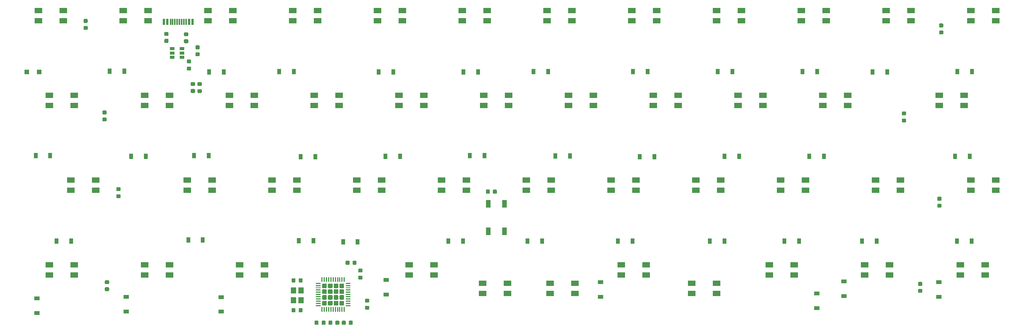
<source format=gbr>
G04 #@! TF.GenerationSoftware,KiCad,Pcbnew,(5.0.2)-1*
G04 #@! TF.CreationDate,2019-04-19T09:09:22-07:00*
G04 #@! TF.ProjectId,AngularRGB,416e6775-6c61-4725-9247-422e6b696361,v1.0*
G04 #@! TF.SameCoordinates,Original*
G04 #@! TF.FileFunction,Paste,Bot*
G04 #@! TF.FilePolarity,Positive*
%FSLAX46Y46*%
G04 Gerber Fmt 4.6, Leading zero omitted, Abs format (unit mm)*
G04 Created by KiCad (PCBNEW (5.0.2)-1) date 2019-04-19 9:09:22 AM*
%MOMM*%
%LPD*%
G01*
G04 APERTURE LIST*
%ADD10R,1.200000X1.400000*%
%ADD11C,0.100000*%
%ADD12C,0.875000*%
%ADD13R,1.100000X1.100000*%
%ADD14R,0.900000X1.200000*%
%ADD15R,1.200000X0.900000*%
%ADD16C,1.050000*%
%ADD17C,0.250000*%
%ADD18R,1.060000X0.650000*%
%ADD19R,0.300000X1.450000*%
%ADD20R,0.600000X1.450000*%
%ADD21R,1.100000X1.800000*%
%ADD22R,1.700000X1.200000*%
G04 APERTURE END LIST*
D10*
G04 #@! TO.C,Y1*
X100760000Y-120990000D03*
X100760000Y-123190000D03*
X99060000Y-123190000D03*
X99060000Y-120990000D03*
G04 #@! TD*
D11*
G04 #@! TO.C,C1*
G36*
X77747691Y-65933553D02*
X77768926Y-65936703D01*
X77789750Y-65941919D01*
X77809962Y-65949151D01*
X77829368Y-65958330D01*
X77847781Y-65969366D01*
X77865024Y-65982154D01*
X77880930Y-65996570D01*
X77895346Y-66012476D01*
X77908134Y-66029719D01*
X77919170Y-66048132D01*
X77928349Y-66067538D01*
X77935581Y-66087750D01*
X77940797Y-66108574D01*
X77943947Y-66129809D01*
X77945000Y-66151250D01*
X77945000Y-66588750D01*
X77943947Y-66610191D01*
X77940797Y-66631426D01*
X77935581Y-66652250D01*
X77928349Y-66672462D01*
X77919170Y-66691868D01*
X77908134Y-66710281D01*
X77895346Y-66727524D01*
X77880930Y-66743430D01*
X77865024Y-66757846D01*
X77847781Y-66770634D01*
X77829368Y-66781670D01*
X77809962Y-66790849D01*
X77789750Y-66798081D01*
X77768926Y-66803297D01*
X77747691Y-66806447D01*
X77726250Y-66807500D01*
X77213750Y-66807500D01*
X77192309Y-66806447D01*
X77171074Y-66803297D01*
X77150250Y-66798081D01*
X77130038Y-66790849D01*
X77110632Y-66781670D01*
X77092219Y-66770634D01*
X77074976Y-66757846D01*
X77059070Y-66743430D01*
X77044654Y-66727524D01*
X77031866Y-66710281D01*
X77020830Y-66691868D01*
X77011651Y-66672462D01*
X77004419Y-66652250D01*
X76999203Y-66631426D01*
X76996053Y-66610191D01*
X76995000Y-66588750D01*
X76995000Y-66151250D01*
X76996053Y-66129809D01*
X76999203Y-66108574D01*
X77004419Y-66087750D01*
X77011651Y-66067538D01*
X77020830Y-66048132D01*
X77031866Y-66029719D01*
X77044654Y-66012476D01*
X77059070Y-65996570D01*
X77074976Y-65982154D01*
X77092219Y-65969366D01*
X77110632Y-65958330D01*
X77130038Y-65949151D01*
X77150250Y-65941919D01*
X77171074Y-65936703D01*
X77192309Y-65933553D01*
X77213750Y-65932500D01*
X77726250Y-65932500D01*
X77747691Y-65933553D01*
X77747691Y-65933553D01*
G37*
D12*
X77470000Y-66370000D03*
D11*
G36*
X77747691Y-67508553D02*
X77768926Y-67511703D01*
X77789750Y-67516919D01*
X77809962Y-67524151D01*
X77829368Y-67533330D01*
X77847781Y-67544366D01*
X77865024Y-67557154D01*
X77880930Y-67571570D01*
X77895346Y-67587476D01*
X77908134Y-67604719D01*
X77919170Y-67623132D01*
X77928349Y-67642538D01*
X77935581Y-67662750D01*
X77940797Y-67683574D01*
X77943947Y-67704809D01*
X77945000Y-67726250D01*
X77945000Y-68163750D01*
X77943947Y-68185191D01*
X77940797Y-68206426D01*
X77935581Y-68227250D01*
X77928349Y-68247462D01*
X77919170Y-68266868D01*
X77908134Y-68285281D01*
X77895346Y-68302524D01*
X77880930Y-68318430D01*
X77865024Y-68332846D01*
X77847781Y-68345634D01*
X77829368Y-68356670D01*
X77809962Y-68365849D01*
X77789750Y-68373081D01*
X77768926Y-68378297D01*
X77747691Y-68381447D01*
X77726250Y-68382500D01*
X77213750Y-68382500D01*
X77192309Y-68381447D01*
X77171074Y-68378297D01*
X77150250Y-68373081D01*
X77130038Y-68365849D01*
X77110632Y-68356670D01*
X77092219Y-68345634D01*
X77074976Y-68332846D01*
X77059070Y-68318430D01*
X77044654Y-68302524D01*
X77031866Y-68285281D01*
X77020830Y-68266868D01*
X77011651Y-68247462D01*
X77004419Y-68227250D01*
X76999203Y-68206426D01*
X76996053Y-68185191D01*
X76995000Y-68163750D01*
X76995000Y-67726250D01*
X76996053Y-67704809D01*
X76999203Y-67683574D01*
X77004419Y-67662750D01*
X77011651Y-67642538D01*
X77020830Y-67623132D01*
X77031866Y-67604719D01*
X77044654Y-67587476D01*
X77059070Y-67571570D01*
X77074976Y-67557154D01*
X77092219Y-67544366D01*
X77110632Y-67533330D01*
X77130038Y-67524151D01*
X77150250Y-67516919D01*
X77171074Y-67511703D01*
X77192309Y-67508553D01*
X77213750Y-67507500D01*
X77726250Y-67507500D01*
X77747691Y-67508553D01*
X77747691Y-67508553D01*
G37*
D12*
X77470000Y-67945000D03*
G04 #@! TD*
D11*
G04 #@! TO.C,C2*
G36*
X100875191Y-118271053D02*
X100896426Y-118274203D01*
X100917250Y-118279419D01*
X100937462Y-118286651D01*
X100956868Y-118295830D01*
X100975281Y-118306866D01*
X100992524Y-118319654D01*
X101008430Y-118334070D01*
X101022846Y-118349976D01*
X101035634Y-118367219D01*
X101046670Y-118385632D01*
X101055849Y-118405038D01*
X101063081Y-118425250D01*
X101068297Y-118446074D01*
X101071447Y-118467309D01*
X101072500Y-118488750D01*
X101072500Y-119001250D01*
X101071447Y-119022691D01*
X101068297Y-119043926D01*
X101063081Y-119064750D01*
X101055849Y-119084962D01*
X101046670Y-119104368D01*
X101035634Y-119122781D01*
X101022846Y-119140024D01*
X101008430Y-119155930D01*
X100992524Y-119170346D01*
X100975281Y-119183134D01*
X100956868Y-119194170D01*
X100937462Y-119203349D01*
X100917250Y-119210581D01*
X100896426Y-119215797D01*
X100875191Y-119218947D01*
X100853750Y-119220000D01*
X100416250Y-119220000D01*
X100394809Y-119218947D01*
X100373574Y-119215797D01*
X100352750Y-119210581D01*
X100332538Y-119203349D01*
X100313132Y-119194170D01*
X100294719Y-119183134D01*
X100277476Y-119170346D01*
X100261570Y-119155930D01*
X100247154Y-119140024D01*
X100234366Y-119122781D01*
X100223330Y-119104368D01*
X100214151Y-119084962D01*
X100206919Y-119064750D01*
X100201703Y-119043926D01*
X100198553Y-119022691D01*
X100197500Y-119001250D01*
X100197500Y-118488750D01*
X100198553Y-118467309D01*
X100201703Y-118446074D01*
X100206919Y-118425250D01*
X100214151Y-118405038D01*
X100223330Y-118385632D01*
X100234366Y-118367219D01*
X100247154Y-118349976D01*
X100261570Y-118334070D01*
X100277476Y-118319654D01*
X100294719Y-118306866D01*
X100313132Y-118295830D01*
X100332538Y-118286651D01*
X100352750Y-118279419D01*
X100373574Y-118274203D01*
X100394809Y-118271053D01*
X100416250Y-118270000D01*
X100853750Y-118270000D01*
X100875191Y-118271053D01*
X100875191Y-118271053D01*
G37*
D12*
X100635000Y-118745000D03*
D11*
G36*
X99300191Y-118271053D02*
X99321426Y-118274203D01*
X99342250Y-118279419D01*
X99362462Y-118286651D01*
X99381868Y-118295830D01*
X99400281Y-118306866D01*
X99417524Y-118319654D01*
X99433430Y-118334070D01*
X99447846Y-118349976D01*
X99460634Y-118367219D01*
X99471670Y-118385632D01*
X99480849Y-118405038D01*
X99488081Y-118425250D01*
X99493297Y-118446074D01*
X99496447Y-118467309D01*
X99497500Y-118488750D01*
X99497500Y-119001250D01*
X99496447Y-119022691D01*
X99493297Y-119043926D01*
X99488081Y-119064750D01*
X99480849Y-119084962D01*
X99471670Y-119104368D01*
X99460634Y-119122781D01*
X99447846Y-119140024D01*
X99433430Y-119155930D01*
X99417524Y-119170346D01*
X99400281Y-119183134D01*
X99381868Y-119194170D01*
X99362462Y-119203349D01*
X99342250Y-119210581D01*
X99321426Y-119215797D01*
X99300191Y-119218947D01*
X99278750Y-119220000D01*
X98841250Y-119220000D01*
X98819809Y-119218947D01*
X98798574Y-119215797D01*
X98777750Y-119210581D01*
X98757538Y-119203349D01*
X98738132Y-119194170D01*
X98719719Y-119183134D01*
X98702476Y-119170346D01*
X98686570Y-119155930D01*
X98672154Y-119140024D01*
X98659366Y-119122781D01*
X98648330Y-119104368D01*
X98639151Y-119084962D01*
X98631919Y-119064750D01*
X98626703Y-119043926D01*
X98623553Y-119022691D01*
X98622500Y-119001250D01*
X98622500Y-118488750D01*
X98623553Y-118467309D01*
X98626703Y-118446074D01*
X98631919Y-118425250D01*
X98639151Y-118405038D01*
X98648330Y-118385632D01*
X98659366Y-118367219D01*
X98672154Y-118349976D01*
X98686570Y-118334070D01*
X98702476Y-118319654D01*
X98719719Y-118306866D01*
X98738132Y-118295830D01*
X98757538Y-118286651D01*
X98777750Y-118279419D01*
X98798574Y-118274203D01*
X98819809Y-118271053D01*
X98841250Y-118270000D01*
X99278750Y-118270000D01*
X99300191Y-118271053D01*
X99300191Y-118271053D01*
G37*
D12*
X99060000Y-118745000D03*
G04 #@! TD*
D11*
G04 #@! TO.C,C3*
G36*
X100875191Y-125002053D02*
X100896426Y-125005203D01*
X100917250Y-125010419D01*
X100937462Y-125017651D01*
X100956868Y-125026830D01*
X100975281Y-125037866D01*
X100992524Y-125050654D01*
X101008430Y-125065070D01*
X101022846Y-125080976D01*
X101035634Y-125098219D01*
X101046670Y-125116632D01*
X101055849Y-125136038D01*
X101063081Y-125156250D01*
X101068297Y-125177074D01*
X101071447Y-125198309D01*
X101072500Y-125219750D01*
X101072500Y-125732250D01*
X101071447Y-125753691D01*
X101068297Y-125774926D01*
X101063081Y-125795750D01*
X101055849Y-125815962D01*
X101046670Y-125835368D01*
X101035634Y-125853781D01*
X101022846Y-125871024D01*
X101008430Y-125886930D01*
X100992524Y-125901346D01*
X100975281Y-125914134D01*
X100956868Y-125925170D01*
X100937462Y-125934349D01*
X100917250Y-125941581D01*
X100896426Y-125946797D01*
X100875191Y-125949947D01*
X100853750Y-125951000D01*
X100416250Y-125951000D01*
X100394809Y-125949947D01*
X100373574Y-125946797D01*
X100352750Y-125941581D01*
X100332538Y-125934349D01*
X100313132Y-125925170D01*
X100294719Y-125914134D01*
X100277476Y-125901346D01*
X100261570Y-125886930D01*
X100247154Y-125871024D01*
X100234366Y-125853781D01*
X100223330Y-125835368D01*
X100214151Y-125815962D01*
X100206919Y-125795750D01*
X100201703Y-125774926D01*
X100198553Y-125753691D01*
X100197500Y-125732250D01*
X100197500Y-125219750D01*
X100198553Y-125198309D01*
X100201703Y-125177074D01*
X100206919Y-125156250D01*
X100214151Y-125136038D01*
X100223330Y-125116632D01*
X100234366Y-125098219D01*
X100247154Y-125080976D01*
X100261570Y-125065070D01*
X100277476Y-125050654D01*
X100294719Y-125037866D01*
X100313132Y-125026830D01*
X100332538Y-125017651D01*
X100352750Y-125010419D01*
X100373574Y-125005203D01*
X100394809Y-125002053D01*
X100416250Y-125001000D01*
X100853750Y-125001000D01*
X100875191Y-125002053D01*
X100875191Y-125002053D01*
G37*
D12*
X100635000Y-125476000D03*
D11*
G36*
X99300191Y-125002053D02*
X99321426Y-125005203D01*
X99342250Y-125010419D01*
X99362462Y-125017651D01*
X99381868Y-125026830D01*
X99400281Y-125037866D01*
X99417524Y-125050654D01*
X99433430Y-125065070D01*
X99447846Y-125080976D01*
X99460634Y-125098219D01*
X99471670Y-125116632D01*
X99480849Y-125136038D01*
X99488081Y-125156250D01*
X99493297Y-125177074D01*
X99496447Y-125198309D01*
X99497500Y-125219750D01*
X99497500Y-125732250D01*
X99496447Y-125753691D01*
X99493297Y-125774926D01*
X99488081Y-125795750D01*
X99480849Y-125815962D01*
X99471670Y-125835368D01*
X99460634Y-125853781D01*
X99447846Y-125871024D01*
X99433430Y-125886930D01*
X99417524Y-125901346D01*
X99400281Y-125914134D01*
X99381868Y-125925170D01*
X99362462Y-125934349D01*
X99342250Y-125941581D01*
X99321426Y-125946797D01*
X99300191Y-125949947D01*
X99278750Y-125951000D01*
X98841250Y-125951000D01*
X98819809Y-125949947D01*
X98798574Y-125946797D01*
X98777750Y-125941581D01*
X98757538Y-125934349D01*
X98738132Y-125925170D01*
X98719719Y-125914134D01*
X98702476Y-125901346D01*
X98686570Y-125886930D01*
X98672154Y-125871024D01*
X98659366Y-125853781D01*
X98648330Y-125835368D01*
X98639151Y-125815962D01*
X98631919Y-125795750D01*
X98626703Y-125774926D01*
X98623553Y-125753691D01*
X98622500Y-125732250D01*
X98622500Y-125219750D01*
X98623553Y-125198309D01*
X98626703Y-125177074D01*
X98631919Y-125156250D01*
X98639151Y-125136038D01*
X98648330Y-125116632D01*
X98659366Y-125098219D01*
X98672154Y-125080976D01*
X98686570Y-125065070D01*
X98702476Y-125050654D01*
X98719719Y-125037866D01*
X98738132Y-125026830D01*
X98757538Y-125017651D01*
X98777750Y-125010419D01*
X98798574Y-125005203D01*
X98819809Y-125002053D01*
X98841250Y-125001000D01*
X99278750Y-125001000D01*
X99300191Y-125002053D01*
X99300191Y-125002053D01*
G37*
D12*
X99060000Y-125476000D03*
G04 #@! TD*
D11*
G04 #@! TO.C,C4*
G36*
X112152691Y-127796053D02*
X112173926Y-127799203D01*
X112194750Y-127804419D01*
X112214962Y-127811651D01*
X112234368Y-127820830D01*
X112252781Y-127831866D01*
X112270024Y-127844654D01*
X112285930Y-127859070D01*
X112300346Y-127874976D01*
X112313134Y-127892219D01*
X112324170Y-127910632D01*
X112333349Y-127930038D01*
X112340581Y-127950250D01*
X112345797Y-127971074D01*
X112348947Y-127992309D01*
X112350000Y-128013750D01*
X112350000Y-128526250D01*
X112348947Y-128547691D01*
X112345797Y-128568926D01*
X112340581Y-128589750D01*
X112333349Y-128609962D01*
X112324170Y-128629368D01*
X112313134Y-128647781D01*
X112300346Y-128665024D01*
X112285930Y-128680930D01*
X112270024Y-128695346D01*
X112252781Y-128708134D01*
X112234368Y-128719170D01*
X112214962Y-128728349D01*
X112194750Y-128735581D01*
X112173926Y-128740797D01*
X112152691Y-128743947D01*
X112131250Y-128745000D01*
X111693750Y-128745000D01*
X111672309Y-128743947D01*
X111651074Y-128740797D01*
X111630250Y-128735581D01*
X111610038Y-128728349D01*
X111590632Y-128719170D01*
X111572219Y-128708134D01*
X111554976Y-128695346D01*
X111539070Y-128680930D01*
X111524654Y-128665024D01*
X111511866Y-128647781D01*
X111500830Y-128629368D01*
X111491651Y-128609962D01*
X111484419Y-128589750D01*
X111479203Y-128568926D01*
X111476053Y-128547691D01*
X111475000Y-128526250D01*
X111475000Y-128013750D01*
X111476053Y-127992309D01*
X111479203Y-127971074D01*
X111484419Y-127950250D01*
X111491651Y-127930038D01*
X111500830Y-127910632D01*
X111511866Y-127892219D01*
X111524654Y-127874976D01*
X111539070Y-127859070D01*
X111554976Y-127844654D01*
X111572219Y-127831866D01*
X111590632Y-127820830D01*
X111610038Y-127811651D01*
X111630250Y-127804419D01*
X111651074Y-127799203D01*
X111672309Y-127796053D01*
X111693750Y-127795000D01*
X112131250Y-127795000D01*
X112152691Y-127796053D01*
X112152691Y-127796053D01*
G37*
D12*
X111912500Y-128270000D03*
D11*
G36*
X110577691Y-127796053D02*
X110598926Y-127799203D01*
X110619750Y-127804419D01*
X110639962Y-127811651D01*
X110659368Y-127820830D01*
X110677781Y-127831866D01*
X110695024Y-127844654D01*
X110710930Y-127859070D01*
X110725346Y-127874976D01*
X110738134Y-127892219D01*
X110749170Y-127910632D01*
X110758349Y-127930038D01*
X110765581Y-127950250D01*
X110770797Y-127971074D01*
X110773947Y-127992309D01*
X110775000Y-128013750D01*
X110775000Y-128526250D01*
X110773947Y-128547691D01*
X110770797Y-128568926D01*
X110765581Y-128589750D01*
X110758349Y-128609962D01*
X110749170Y-128629368D01*
X110738134Y-128647781D01*
X110725346Y-128665024D01*
X110710930Y-128680930D01*
X110695024Y-128695346D01*
X110677781Y-128708134D01*
X110659368Y-128719170D01*
X110639962Y-128728349D01*
X110619750Y-128735581D01*
X110598926Y-128740797D01*
X110577691Y-128743947D01*
X110556250Y-128745000D01*
X110118750Y-128745000D01*
X110097309Y-128743947D01*
X110076074Y-128740797D01*
X110055250Y-128735581D01*
X110035038Y-128728349D01*
X110015632Y-128719170D01*
X109997219Y-128708134D01*
X109979976Y-128695346D01*
X109964070Y-128680930D01*
X109949654Y-128665024D01*
X109936866Y-128647781D01*
X109925830Y-128629368D01*
X109916651Y-128609962D01*
X109909419Y-128589750D01*
X109904203Y-128568926D01*
X109901053Y-128547691D01*
X109900000Y-128526250D01*
X109900000Y-128013750D01*
X109901053Y-127992309D01*
X109904203Y-127971074D01*
X109909419Y-127950250D01*
X109916651Y-127930038D01*
X109925830Y-127910632D01*
X109936866Y-127892219D01*
X109949654Y-127874976D01*
X109964070Y-127859070D01*
X109979976Y-127844654D01*
X109997219Y-127831866D01*
X110015632Y-127820830D01*
X110035038Y-127811651D01*
X110055250Y-127804419D01*
X110076074Y-127799203D01*
X110097309Y-127796053D01*
X110118750Y-127795000D01*
X110556250Y-127795000D01*
X110577691Y-127796053D01*
X110577691Y-127796053D01*
G37*
D12*
X110337500Y-128270000D03*
G04 #@! TD*
D11*
G04 #@! TO.C,C5*
G36*
X107555191Y-127796053D02*
X107576426Y-127799203D01*
X107597250Y-127804419D01*
X107617462Y-127811651D01*
X107636868Y-127820830D01*
X107655281Y-127831866D01*
X107672524Y-127844654D01*
X107688430Y-127859070D01*
X107702846Y-127874976D01*
X107715634Y-127892219D01*
X107726670Y-127910632D01*
X107735849Y-127930038D01*
X107743081Y-127950250D01*
X107748297Y-127971074D01*
X107751447Y-127992309D01*
X107752500Y-128013750D01*
X107752500Y-128526250D01*
X107751447Y-128547691D01*
X107748297Y-128568926D01*
X107743081Y-128589750D01*
X107735849Y-128609962D01*
X107726670Y-128629368D01*
X107715634Y-128647781D01*
X107702846Y-128665024D01*
X107688430Y-128680930D01*
X107672524Y-128695346D01*
X107655281Y-128708134D01*
X107636868Y-128719170D01*
X107617462Y-128728349D01*
X107597250Y-128735581D01*
X107576426Y-128740797D01*
X107555191Y-128743947D01*
X107533750Y-128745000D01*
X107096250Y-128745000D01*
X107074809Y-128743947D01*
X107053574Y-128740797D01*
X107032750Y-128735581D01*
X107012538Y-128728349D01*
X106993132Y-128719170D01*
X106974719Y-128708134D01*
X106957476Y-128695346D01*
X106941570Y-128680930D01*
X106927154Y-128665024D01*
X106914366Y-128647781D01*
X106903330Y-128629368D01*
X106894151Y-128609962D01*
X106886919Y-128589750D01*
X106881703Y-128568926D01*
X106878553Y-128547691D01*
X106877500Y-128526250D01*
X106877500Y-128013750D01*
X106878553Y-127992309D01*
X106881703Y-127971074D01*
X106886919Y-127950250D01*
X106894151Y-127930038D01*
X106903330Y-127910632D01*
X106914366Y-127892219D01*
X106927154Y-127874976D01*
X106941570Y-127859070D01*
X106957476Y-127844654D01*
X106974719Y-127831866D01*
X106993132Y-127820830D01*
X107012538Y-127811651D01*
X107032750Y-127804419D01*
X107053574Y-127799203D01*
X107074809Y-127796053D01*
X107096250Y-127795000D01*
X107533750Y-127795000D01*
X107555191Y-127796053D01*
X107555191Y-127796053D01*
G37*
D12*
X107315000Y-128270000D03*
D11*
G36*
X109130191Y-127796053D02*
X109151426Y-127799203D01*
X109172250Y-127804419D01*
X109192462Y-127811651D01*
X109211868Y-127820830D01*
X109230281Y-127831866D01*
X109247524Y-127844654D01*
X109263430Y-127859070D01*
X109277846Y-127874976D01*
X109290634Y-127892219D01*
X109301670Y-127910632D01*
X109310849Y-127930038D01*
X109318081Y-127950250D01*
X109323297Y-127971074D01*
X109326447Y-127992309D01*
X109327500Y-128013750D01*
X109327500Y-128526250D01*
X109326447Y-128547691D01*
X109323297Y-128568926D01*
X109318081Y-128589750D01*
X109310849Y-128609962D01*
X109301670Y-128629368D01*
X109290634Y-128647781D01*
X109277846Y-128665024D01*
X109263430Y-128680930D01*
X109247524Y-128695346D01*
X109230281Y-128708134D01*
X109211868Y-128719170D01*
X109192462Y-128728349D01*
X109172250Y-128735581D01*
X109151426Y-128740797D01*
X109130191Y-128743947D01*
X109108750Y-128745000D01*
X108671250Y-128745000D01*
X108649809Y-128743947D01*
X108628574Y-128740797D01*
X108607750Y-128735581D01*
X108587538Y-128728349D01*
X108568132Y-128719170D01*
X108549719Y-128708134D01*
X108532476Y-128695346D01*
X108516570Y-128680930D01*
X108502154Y-128665024D01*
X108489366Y-128647781D01*
X108478330Y-128629368D01*
X108469151Y-128609962D01*
X108461919Y-128589750D01*
X108456703Y-128568926D01*
X108453553Y-128547691D01*
X108452500Y-128526250D01*
X108452500Y-128013750D01*
X108453553Y-127992309D01*
X108456703Y-127971074D01*
X108461919Y-127950250D01*
X108469151Y-127930038D01*
X108478330Y-127910632D01*
X108489366Y-127892219D01*
X108502154Y-127874976D01*
X108516570Y-127859070D01*
X108532476Y-127844654D01*
X108549719Y-127831866D01*
X108568132Y-127820830D01*
X108587538Y-127811651D01*
X108607750Y-127804419D01*
X108628574Y-127799203D01*
X108649809Y-127796053D01*
X108671250Y-127795000D01*
X109108750Y-127795000D01*
X109130191Y-127796053D01*
X109130191Y-127796053D01*
G37*
D12*
X108890000Y-128270000D03*
G04 #@! TD*
D11*
G04 #@! TO.C,C6*
G36*
X115847691Y-122880553D02*
X115868926Y-122883703D01*
X115889750Y-122888919D01*
X115909962Y-122896151D01*
X115929368Y-122905330D01*
X115947781Y-122916366D01*
X115965024Y-122929154D01*
X115980930Y-122943570D01*
X115995346Y-122959476D01*
X116008134Y-122976719D01*
X116019170Y-122995132D01*
X116028349Y-123014538D01*
X116035581Y-123034750D01*
X116040797Y-123055574D01*
X116043947Y-123076809D01*
X116045000Y-123098250D01*
X116045000Y-123535750D01*
X116043947Y-123557191D01*
X116040797Y-123578426D01*
X116035581Y-123599250D01*
X116028349Y-123619462D01*
X116019170Y-123638868D01*
X116008134Y-123657281D01*
X115995346Y-123674524D01*
X115980930Y-123690430D01*
X115965024Y-123704846D01*
X115947781Y-123717634D01*
X115929368Y-123728670D01*
X115909962Y-123737849D01*
X115889750Y-123745081D01*
X115868926Y-123750297D01*
X115847691Y-123753447D01*
X115826250Y-123754500D01*
X115313750Y-123754500D01*
X115292309Y-123753447D01*
X115271074Y-123750297D01*
X115250250Y-123745081D01*
X115230038Y-123737849D01*
X115210632Y-123728670D01*
X115192219Y-123717634D01*
X115174976Y-123704846D01*
X115159070Y-123690430D01*
X115144654Y-123674524D01*
X115131866Y-123657281D01*
X115120830Y-123638868D01*
X115111651Y-123619462D01*
X115104419Y-123599250D01*
X115099203Y-123578426D01*
X115096053Y-123557191D01*
X115095000Y-123535750D01*
X115095000Y-123098250D01*
X115096053Y-123076809D01*
X115099203Y-123055574D01*
X115104419Y-123034750D01*
X115111651Y-123014538D01*
X115120830Y-122995132D01*
X115131866Y-122976719D01*
X115144654Y-122959476D01*
X115159070Y-122943570D01*
X115174976Y-122929154D01*
X115192219Y-122916366D01*
X115210632Y-122905330D01*
X115230038Y-122896151D01*
X115250250Y-122888919D01*
X115271074Y-122883703D01*
X115292309Y-122880553D01*
X115313750Y-122879500D01*
X115826250Y-122879500D01*
X115847691Y-122880553D01*
X115847691Y-122880553D01*
G37*
D12*
X115570000Y-123317000D03*
D11*
G36*
X115847691Y-124455553D02*
X115868926Y-124458703D01*
X115889750Y-124463919D01*
X115909962Y-124471151D01*
X115929368Y-124480330D01*
X115947781Y-124491366D01*
X115965024Y-124504154D01*
X115980930Y-124518570D01*
X115995346Y-124534476D01*
X116008134Y-124551719D01*
X116019170Y-124570132D01*
X116028349Y-124589538D01*
X116035581Y-124609750D01*
X116040797Y-124630574D01*
X116043947Y-124651809D01*
X116045000Y-124673250D01*
X116045000Y-125110750D01*
X116043947Y-125132191D01*
X116040797Y-125153426D01*
X116035581Y-125174250D01*
X116028349Y-125194462D01*
X116019170Y-125213868D01*
X116008134Y-125232281D01*
X115995346Y-125249524D01*
X115980930Y-125265430D01*
X115965024Y-125279846D01*
X115947781Y-125292634D01*
X115929368Y-125303670D01*
X115909962Y-125312849D01*
X115889750Y-125320081D01*
X115868926Y-125325297D01*
X115847691Y-125328447D01*
X115826250Y-125329500D01*
X115313750Y-125329500D01*
X115292309Y-125328447D01*
X115271074Y-125325297D01*
X115250250Y-125320081D01*
X115230038Y-125312849D01*
X115210632Y-125303670D01*
X115192219Y-125292634D01*
X115174976Y-125279846D01*
X115159070Y-125265430D01*
X115144654Y-125249524D01*
X115131866Y-125232281D01*
X115120830Y-125213868D01*
X115111651Y-125194462D01*
X115104419Y-125174250D01*
X115099203Y-125153426D01*
X115096053Y-125132191D01*
X115095000Y-125110750D01*
X115095000Y-124673250D01*
X115096053Y-124651809D01*
X115099203Y-124630574D01*
X115104419Y-124609750D01*
X115111651Y-124589538D01*
X115120830Y-124570132D01*
X115131866Y-124551719D01*
X115144654Y-124534476D01*
X115159070Y-124518570D01*
X115174976Y-124504154D01*
X115192219Y-124491366D01*
X115210632Y-124480330D01*
X115230038Y-124471151D01*
X115250250Y-124463919D01*
X115271074Y-124458703D01*
X115292309Y-124455553D01*
X115313750Y-124454500D01*
X115826250Y-124454500D01*
X115847691Y-124455553D01*
X115847691Y-124455553D01*
G37*
D12*
X115570000Y-124892000D03*
G04 #@! TD*
D11*
G04 #@! TO.C,C7*
G36*
X114323691Y-116098553D02*
X114344926Y-116101703D01*
X114365750Y-116106919D01*
X114385962Y-116114151D01*
X114405368Y-116123330D01*
X114423781Y-116134366D01*
X114441024Y-116147154D01*
X114456930Y-116161570D01*
X114471346Y-116177476D01*
X114484134Y-116194719D01*
X114495170Y-116213132D01*
X114504349Y-116232538D01*
X114511581Y-116252750D01*
X114516797Y-116273574D01*
X114519947Y-116294809D01*
X114521000Y-116316250D01*
X114521000Y-116753750D01*
X114519947Y-116775191D01*
X114516797Y-116796426D01*
X114511581Y-116817250D01*
X114504349Y-116837462D01*
X114495170Y-116856868D01*
X114484134Y-116875281D01*
X114471346Y-116892524D01*
X114456930Y-116908430D01*
X114441024Y-116922846D01*
X114423781Y-116935634D01*
X114405368Y-116946670D01*
X114385962Y-116955849D01*
X114365750Y-116963081D01*
X114344926Y-116968297D01*
X114323691Y-116971447D01*
X114302250Y-116972500D01*
X113789750Y-116972500D01*
X113768309Y-116971447D01*
X113747074Y-116968297D01*
X113726250Y-116963081D01*
X113706038Y-116955849D01*
X113686632Y-116946670D01*
X113668219Y-116935634D01*
X113650976Y-116922846D01*
X113635070Y-116908430D01*
X113620654Y-116892524D01*
X113607866Y-116875281D01*
X113596830Y-116856868D01*
X113587651Y-116837462D01*
X113580419Y-116817250D01*
X113575203Y-116796426D01*
X113572053Y-116775191D01*
X113571000Y-116753750D01*
X113571000Y-116316250D01*
X113572053Y-116294809D01*
X113575203Y-116273574D01*
X113580419Y-116252750D01*
X113587651Y-116232538D01*
X113596830Y-116213132D01*
X113607866Y-116194719D01*
X113620654Y-116177476D01*
X113635070Y-116161570D01*
X113650976Y-116147154D01*
X113668219Y-116134366D01*
X113686632Y-116123330D01*
X113706038Y-116114151D01*
X113726250Y-116106919D01*
X113747074Y-116101703D01*
X113768309Y-116098553D01*
X113789750Y-116097500D01*
X114302250Y-116097500D01*
X114323691Y-116098553D01*
X114323691Y-116098553D01*
G37*
D12*
X114046000Y-116535000D03*
D11*
G36*
X114323691Y-117673553D02*
X114344926Y-117676703D01*
X114365750Y-117681919D01*
X114385962Y-117689151D01*
X114405368Y-117698330D01*
X114423781Y-117709366D01*
X114441024Y-117722154D01*
X114456930Y-117736570D01*
X114471346Y-117752476D01*
X114484134Y-117769719D01*
X114495170Y-117788132D01*
X114504349Y-117807538D01*
X114511581Y-117827750D01*
X114516797Y-117848574D01*
X114519947Y-117869809D01*
X114521000Y-117891250D01*
X114521000Y-118328750D01*
X114519947Y-118350191D01*
X114516797Y-118371426D01*
X114511581Y-118392250D01*
X114504349Y-118412462D01*
X114495170Y-118431868D01*
X114484134Y-118450281D01*
X114471346Y-118467524D01*
X114456930Y-118483430D01*
X114441024Y-118497846D01*
X114423781Y-118510634D01*
X114405368Y-118521670D01*
X114385962Y-118530849D01*
X114365750Y-118538081D01*
X114344926Y-118543297D01*
X114323691Y-118546447D01*
X114302250Y-118547500D01*
X113789750Y-118547500D01*
X113768309Y-118546447D01*
X113747074Y-118543297D01*
X113726250Y-118538081D01*
X113706038Y-118530849D01*
X113686632Y-118521670D01*
X113668219Y-118510634D01*
X113650976Y-118497846D01*
X113635070Y-118483430D01*
X113620654Y-118467524D01*
X113607866Y-118450281D01*
X113596830Y-118431868D01*
X113587651Y-118412462D01*
X113580419Y-118392250D01*
X113575203Y-118371426D01*
X113572053Y-118350191D01*
X113571000Y-118328750D01*
X113571000Y-117891250D01*
X113572053Y-117869809D01*
X113575203Y-117848574D01*
X113580419Y-117827750D01*
X113587651Y-117807538D01*
X113596830Y-117788132D01*
X113607866Y-117769719D01*
X113620654Y-117752476D01*
X113635070Y-117736570D01*
X113650976Y-117722154D01*
X113668219Y-117709366D01*
X113686632Y-117698330D01*
X113706038Y-117689151D01*
X113726250Y-117681919D01*
X113747074Y-117676703D01*
X113768309Y-117673553D01*
X113789750Y-117672500D01*
X114302250Y-117672500D01*
X114323691Y-117673553D01*
X114323691Y-117673553D01*
G37*
D12*
X114046000Y-118110000D03*
G04 #@! TD*
D11*
G04 #@! TO.C,C8*
G36*
X104456191Y-127796053D02*
X104477426Y-127799203D01*
X104498250Y-127804419D01*
X104518462Y-127811651D01*
X104537868Y-127820830D01*
X104556281Y-127831866D01*
X104573524Y-127844654D01*
X104589430Y-127859070D01*
X104603846Y-127874976D01*
X104616634Y-127892219D01*
X104627670Y-127910632D01*
X104636849Y-127930038D01*
X104644081Y-127950250D01*
X104649297Y-127971074D01*
X104652447Y-127992309D01*
X104653500Y-128013750D01*
X104653500Y-128526250D01*
X104652447Y-128547691D01*
X104649297Y-128568926D01*
X104644081Y-128589750D01*
X104636849Y-128609962D01*
X104627670Y-128629368D01*
X104616634Y-128647781D01*
X104603846Y-128665024D01*
X104589430Y-128680930D01*
X104573524Y-128695346D01*
X104556281Y-128708134D01*
X104537868Y-128719170D01*
X104518462Y-128728349D01*
X104498250Y-128735581D01*
X104477426Y-128740797D01*
X104456191Y-128743947D01*
X104434750Y-128745000D01*
X103997250Y-128745000D01*
X103975809Y-128743947D01*
X103954574Y-128740797D01*
X103933750Y-128735581D01*
X103913538Y-128728349D01*
X103894132Y-128719170D01*
X103875719Y-128708134D01*
X103858476Y-128695346D01*
X103842570Y-128680930D01*
X103828154Y-128665024D01*
X103815366Y-128647781D01*
X103804330Y-128629368D01*
X103795151Y-128609962D01*
X103787919Y-128589750D01*
X103782703Y-128568926D01*
X103779553Y-128547691D01*
X103778500Y-128526250D01*
X103778500Y-128013750D01*
X103779553Y-127992309D01*
X103782703Y-127971074D01*
X103787919Y-127950250D01*
X103795151Y-127930038D01*
X103804330Y-127910632D01*
X103815366Y-127892219D01*
X103828154Y-127874976D01*
X103842570Y-127859070D01*
X103858476Y-127844654D01*
X103875719Y-127831866D01*
X103894132Y-127820830D01*
X103913538Y-127811651D01*
X103933750Y-127804419D01*
X103954574Y-127799203D01*
X103975809Y-127796053D01*
X103997250Y-127795000D01*
X104434750Y-127795000D01*
X104456191Y-127796053D01*
X104456191Y-127796053D01*
G37*
D12*
X104216000Y-128270000D03*
D11*
G36*
X106031191Y-127796053D02*
X106052426Y-127799203D01*
X106073250Y-127804419D01*
X106093462Y-127811651D01*
X106112868Y-127820830D01*
X106131281Y-127831866D01*
X106148524Y-127844654D01*
X106164430Y-127859070D01*
X106178846Y-127874976D01*
X106191634Y-127892219D01*
X106202670Y-127910632D01*
X106211849Y-127930038D01*
X106219081Y-127950250D01*
X106224297Y-127971074D01*
X106227447Y-127992309D01*
X106228500Y-128013750D01*
X106228500Y-128526250D01*
X106227447Y-128547691D01*
X106224297Y-128568926D01*
X106219081Y-128589750D01*
X106211849Y-128609962D01*
X106202670Y-128629368D01*
X106191634Y-128647781D01*
X106178846Y-128665024D01*
X106164430Y-128680930D01*
X106148524Y-128695346D01*
X106131281Y-128708134D01*
X106112868Y-128719170D01*
X106093462Y-128728349D01*
X106073250Y-128735581D01*
X106052426Y-128740797D01*
X106031191Y-128743947D01*
X106009750Y-128745000D01*
X105572250Y-128745000D01*
X105550809Y-128743947D01*
X105529574Y-128740797D01*
X105508750Y-128735581D01*
X105488538Y-128728349D01*
X105469132Y-128719170D01*
X105450719Y-128708134D01*
X105433476Y-128695346D01*
X105417570Y-128680930D01*
X105403154Y-128665024D01*
X105390366Y-128647781D01*
X105379330Y-128629368D01*
X105370151Y-128609962D01*
X105362919Y-128589750D01*
X105357703Y-128568926D01*
X105354553Y-128547691D01*
X105353500Y-128526250D01*
X105353500Y-128013750D01*
X105354553Y-127992309D01*
X105357703Y-127971074D01*
X105362919Y-127950250D01*
X105370151Y-127930038D01*
X105379330Y-127910632D01*
X105390366Y-127892219D01*
X105403154Y-127874976D01*
X105417570Y-127859070D01*
X105433476Y-127844654D01*
X105450719Y-127831866D01*
X105469132Y-127820830D01*
X105488538Y-127811651D01*
X105508750Y-127804419D01*
X105529574Y-127799203D01*
X105550809Y-127796053D01*
X105572250Y-127795000D01*
X106009750Y-127795000D01*
X106031191Y-127796053D01*
X106031191Y-127796053D01*
G37*
D12*
X105791000Y-128270000D03*
G04 #@! TD*
D13*
G04 #@! TO.C,D1*
X39113000Y-71882000D03*
X41913000Y-71882000D03*
G04 #@! TD*
D14*
G04 #@! TO.C,D2*
X41085500Y-90741500D03*
X44385500Y-90741500D03*
G04 #@! TD*
G04 #@! TO.C,D3*
X45784500Y-109918500D03*
X49084500Y-109918500D03*
G04 #@! TD*
D15*
G04 #@! TO.C,D4*
X41402000Y-122811000D03*
X41402000Y-126111000D03*
G04 #@! TD*
D14*
G04 #@! TO.C,D5*
X61023500Y-71755000D03*
X57723500Y-71755000D03*
G04 #@! TD*
G04 #@! TO.C,D6*
X62549500Y-90868500D03*
X65849500Y-90868500D03*
G04 #@! TD*
D15*
G04 #@! TO.C,D7*
X61404500Y-125791500D03*
X61404500Y-122491500D03*
G04 #@! TD*
D14*
G04 #@! TO.C,D8*
X83374500Y-71945500D03*
X80074500Y-71945500D03*
G04 #@! TD*
G04 #@! TO.C,D9*
X80010000Y-90678000D03*
X76710000Y-90678000D03*
G04 #@! TD*
G04 #@! TO.C,D10*
X78675500Y-109664500D03*
X75375500Y-109664500D03*
G04 #@! TD*
D15*
G04 #@! TO.C,D11*
X82804000Y-125793500D03*
X82804000Y-122493500D03*
G04 #@! TD*
D14*
G04 #@! TO.C,D12*
X99122500Y-71818500D03*
X95822500Y-71818500D03*
G04 #@! TD*
G04 #@! TO.C,D13*
X100649500Y-90932000D03*
X103949500Y-90932000D03*
G04 #@! TD*
G04 #@! TO.C,D14*
X100205000Y-109855000D03*
X103505000Y-109855000D03*
G04 #@! TD*
G04 #@! TO.C,D15*
X121474500Y-71882000D03*
X118174500Y-71882000D03*
G04 #@! TD*
G04 #@! TO.C,D16*
X122998500Y-90868500D03*
X119698500Y-90868500D03*
G04 #@! TD*
D15*
G04 #@! TO.C,D17*
X119888000Y-118620000D03*
X119888000Y-121920000D03*
G04 #@! TD*
D14*
G04 #@! TO.C,D18*
X140524500Y-71882000D03*
X137224500Y-71882000D03*
G04 #@! TD*
G04 #@! TO.C,D19*
X141985000Y-90741500D03*
X138685000Y-90741500D03*
G04 #@! TD*
G04 #@! TO.C,D20*
X133858000Y-109918500D03*
X137158000Y-109918500D03*
G04 #@! TD*
G04 #@! TO.C,D21*
X156273500Y-71818500D03*
X152973500Y-71818500D03*
G04 #@! TD*
G04 #@! TO.C,D22*
X157862000Y-90805000D03*
X161162000Y-90805000D03*
G04 #@! TD*
G04 #@! TO.C,D23*
X151576500Y-109918500D03*
X154876500Y-109918500D03*
G04 #@! TD*
G04 #@! TO.C,D24*
X175323500Y-71818500D03*
X178623500Y-71818500D03*
G04 #@! TD*
G04 #@! TO.C,D25*
X176848500Y-90932000D03*
X180148500Y-90932000D03*
G04 #@! TD*
G04 #@! TO.C,D26*
X175260000Y-109918500D03*
X171960000Y-109918500D03*
G04 #@! TD*
D15*
G04 #@! TO.C,D27*
X168021000Y-119127000D03*
X168021000Y-122427000D03*
G04 #@! TD*
D14*
G04 #@! TO.C,D28*
X194375500Y-71818500D03*
X197675500Y-71818500D03*
G04 #@! TD*
G04 #@! TO.C,D29*
X195898500Y-90868500D03*
X199198500Y-90868500D03*
G04 #@! TD*
G04 #@! TO.C,D30*
X192596500Y-109918500D03*
X195896500Y-109918500D03*
G04 #@! TD*
G04 #@! TO.C,D31*
X216724500Y-71818500D03*
X213424500Y-71818500D03*
G04 #@! TD*
G04 #@! TO.C,D32*
X218248500Y-90868500D03*
X214948500Y-90868500D03*
G04 #@! TD*
G04 #@! TO.C,D33*
X209321400Y-109905800D03*
X212621400Y-109905800D03*
G04 #@! TD*
D15*
G04 #@! TO.C,D34*
X216662000Y-121666000D03*
X216662000Y-124966000D03*
G04 #@! TD*
D14*
G04 #@! TO.C,D35*
X229173500Y-71882000D03*
X232473500Y-71882000D03*
G04 #@! TD*
G04 #@! TO.C,D36*
X230122000Y-109918500D03*
X226822000Y-109918500D03*
G04 #@! TD*
D15*
G04 #@! TO.C,D37*
X222758000Y-122300000D03*
X222758000Y-119000000D03*
G04 #@! TD*
D14*
G04 #@! TO.C,D38*
X248222500Y-71818500D03*
X251522500Y-71818500D03*
G04 #@! TD*
G04 #@! TO.C,D39*
X247677400Y-90906600D03*
X250977400Y-90906600D03*
G04 #@! TD*
G04 #@! TO.C,D40*
X248160000Y-109918500D03*
X251460000Y-109918500D03*
G04 #@! TD*
D15*
G04 #@! TO.C,D41*
X244094000Y-122490500D03*
X244094000Y-119190500D03*
G04 #@! TD*
D11*
G04 #@! TO.C,F1*
G36*
X75842691Y-70683553D02*
X75863926Y-70686703D01*
X75884750Y-70691919D01*
X75904962Y-70699151D01*
X75924368Y-70708330D01*
X75942781Y-70719366D01*
X75960024Y-70732154D01*
X75975930Y-70746570D01*
X75990346Y-70762476D01*
X76003134Y-70779719D01*
X76014170Y-70798132D01*
X76023349Y-70817538D01*
X76030581Y-70837750D01*
X76035797Y-70858574D01*
X76038947Y-70879809D01*
X76040000Y-70901250D01*
X76040000Y-71338750D01*
X76038947Y-71360191D01*
X76035797Y-71381426D01*
X76030581Y-71402250D01*
X76023349Y-71422462D01*
X76014170Y-71441868D01*
X76003134Y-71460281D01*
X75990346Y-71477524D01*
X75975930Y-71493430D01*
X75960024Y-71507846D01*
X75942781Y-71520634D01*
X75924368Y-71531670D01*
X75904962Y-71540849D01*
X75884750Y-71548081D01*
X75863926Y-71553297D01*
X75842691Y-71556447D01*
X75821250Y-71557500D01*
X75308750Y-71557500D01*
X75287309Y-71556447D01*
X75266074Y-71553297D01*
X75245250Y-71548081D01*
X75225038Y-71540849D01*
X75205632Y-71531670D01*
X75187219Y-71520634D01*
X75169976Y-71507846D01*
X75154070Y-71493430D01*
X75139654Y-71477524D01*
X75126866Y-71460281D01*
X75115830Y-71441868D01*
X75106651Y-71422462D01*
X75099419Y-71402250D01*
X75094203Y-71381426D01*
X75091053Y-71360191D01*
X75090000Y-71338750D01*
X75090000Y-70901250D01*
X75091053Y-70879809D01*
X75094203Y-70858574D01*
X75099419Y-70837750D01*
X75106651Y-70817538D01*
X75115830Y-70798132D01*
X75126866Y-70779719D01*
X75139654Y-70762476D01*
X75154070Y-70746570D01*
X75169976Y-70732154D01*
X75187219Y-70719366D01*
X75205632Y-70708330D01*
X75225038Y-70699151D01*
X75245250Y-70691919D01*
X75266074Y-70686703D01*
X75287309Y-70683553D01*
X75308750Y-70682500D01*
X75821250Y-70682500D01*
X75842691Y-70683553D01*
X75842691Y-70683553D01*
G37*
D12*
X75565000Y-71120000D03*
D11*
G36*
X75842691Y-69108553D02*
X75863926Y-69111703D01*
X75884750Y-69116919D01*
X75904962Y-69124151D01*
X75924368Y-69133330D01*
X75942781Y-69144366D01*
X75960024Y-69157154D01*
X75975930Y-69171570D01*
X75990346Y-69187476D01*
X76003134Y-69204719D01*
X76014170Y-69223132D01*
X76023349Y-69242538D01*
X76030581Y-69262750D01*
X76035797Y-69283574D01*
X76038947Y-69304809D01*
X76040000Y-69326250D01*
X76040000Y-69763750D01*
X76038947Y-69785191D01*
X76035797Y-69806426D01*
X76030581Y-69827250D01*
X76023349Y-69847462D01*
X76014170Y-69866868D01*
X76003134Y-69885281D01*
X75990346Y-69902524D01*
X75975930Y-69918430D01*
X75960024Y-69932846D01*
X75942781Y-69945634D01*
X75924368Y-69956670D01*
X75904962Y-69965849D01*
X75884750Y-69973081D01*
X75863926Y-69978297D01*
X75842691Y-69981447D01*
X75821250Y-69982500D01*
X75308750Y-69982500D01*
X75287309Y-69981447D01*
X75266074Y-69978297D01*
X75245250Y-69973081D01*
X75225038Y-69965849D01*
X75205632Y-69956670D01*
X75187219Y-69945634D01*
X75169976Y-69932846D01*
X75154070Y-69918430D01*
X75139654Y-69902524D01*
X75126866Y-69885281D01*
X75115830Y-69866868D01*
X75106651Y-69847462D01*
X75099419Y-69827250D01*
X75094203Y-69806426D01*
X75091053Y-69785191D01*
X75090000Y-69763750D01*
X75090000Y-69326250D01*
X75091053Y-69304809D01*
X75094203Y-69283574D01*
X75099419Y-69262750D01*
X75106651Y-69242538D01*
X75115830Y-69223132D01*
X75126866Y-69204719D01*
X75139654Y-69187476D01*
X75154070Y-69171570D01*
X75169976Y-69157154D01*
X75187219Y-69144366D01*
X75205632Y-69133330D01*
X75225038Y-69124151D01*
X75245250Y-69116919D01*
X75266074Y-69111703D01*
X75287309Y-69108553D01*
X75308750Y-69107500D01*
X75821250Y-69107500D01*
X75842691Y-69108553D01*
X75842691Y-69108553D01*
G37*
D12*
X75565000Y-69545000D03*
G04 #@! TD*
D11*
G04 #@! TO.C,R1*
G36*
X142962691Y-98332053D02*
X142983926Y-98335203D01*
X143004750Y-98340419D01*
X143024962Y-98347651D01*
X143044368Y-98356830D01*
X143062781Y-98367866D01*
X143080024Y-98380654D01*
X143095930Y-98395070D01*
X143110346Y-98410976D01*
X143123134Y-98428219D01*
X143134170Y-98446632D01*
X143143349Y-98466038D01*
X143150581Y-98486250D01*
X143155797Y-98507074D01*
X143158947Y-98528309D01*
X143160000Y-98549750D01*
X143160000Y-99062250D01*
X143158947Y-99083691D01*
X143155797Y-99104926D01*
X143150581Y-99125750D01*
X143143349Y-99145962D01*
X143134170Y-99165368D01*
X143123134Y-99183781D01*
X143110346Y-99201024D01*
X143095930Y-99216930D01*
X143080024Y-99231346D01*
X143062781Y-99244134D01*
X143044368Y-99255170D01*
X143024962Y-99264349D01*
X143004750Y-99271581D01*
X142983926Y-99276797D01*
X142962691Y-99279947D01*
X142941250Y-99281000D01*
X142503750Y-99281000D01*
X142482309Y-99279947D01*
X142461074Y-99276797D01*
X142440250Y-99271581D01*
X142420038Y-99264349D01*
X142400632Y-99255170D01*
X142382219Y-99244134D01*
X142364976Y-99231346D01*
X142349070Y-99216930D01*
X142334654Y-99201024D01*
X142321866Y-99183781D01*
X142310830Y-99165368D01*
X142301651Y-99145962D01*
X142294419Y-99125750D01*
X142289203Y-99104926D01*
X142286053Y-99083691D01*
X142285000Y-99062250D01*
X142285000Y-98549750D01*
X142286053Y-98528309D01*
X142289203Y-98507074D01*
X142294419Y-98486250D01*
X142301651Y-98466038D01*
X142310830Y-98446632D01*
X142321866Y-98428219D01*
X142334654Y-98410976D01*
X142349070Y-98395070D01*
X142364976Y-98380654D01*
X142382219Y-98367866D01*
X142400632Y-98356830D01*
X142420038Y-98347651D01*
X142440250Y-98340419D01*
X142461074Y-98335203D01*
X142482309Y-98332053D01*
X142503750Y-98331000D01*
X142941250Y-98331000D01*
X142962691Y-98332053D01*
X142962691Y-98332053D01*
G37*
D12*
X142722500Y-98806000D03*
D11*
G36*
X144537691Y-98332053D02*
X144558926Y-98335203D01*
X144579750Y-98340419D01*
X144599962Y-98347651D01*
X144619368Y-98356830D01*
X144637781Y-98367866D01*
X144655024Y-98380654D01*
X144670930Y-98395070D01*
X144685346Y-98410976D01*
X144698134Y-98428219D01*
X144709170Y-98446632D01*
X144718349Y-98466038D01*
X144725581Y-98486250D01*
X144730797Y-98507074D01*
X144733947Y-98528309D01*
X144735000Y-98549750D01*
X144735000Y-99062250D01*
X144733947Y-99083691D01*
X144730797Y-99104926D01*
X144725581Y-99125750D01*
X144718349Y-99145962D01*
X144709170Y-99165368D01*
X144698134Y-99183781D01*
X144685346Y-99201024D01*
X144670930Y-99216930D01*
X144655024Y-99231346D01*
X144637781Y-99244134D01*
X144619368Y-99255170D01*
X144599962Y-99264349D01*
X144579750Y-99271581D01*
X144558926Y-99276797D01*
X144537691Y-99279947D01*
X144516250Y-99281000D01*
X144078750Y-99281000D01*
X144057309Y-99279947D01*
X144036074Y-99276797D01*
X144015250Y-99271581D01*
X143995038Y-99264349D01*
X143975632Y-99255170D01*
X143957219Y-99244134D01*
X143939976Y-99231346D01*
X143924070Y-99216930D01*
X143909654Y-99201024D01*
X143896866Y-99183781D01*
X143885830Y-99165368D01*
X143876651Y-99145962D01*
X143869419Y-99125750D01*
X143864203Y-99104926D01*
X143861053Y-99083691D01*
X143860000Y-99062250D01*
X143860000Y-98549750D01*
X143861053Y-98528309D01*
X143864203Y-98507074D01*
X143869419Y-98486250D01*
X143876651Y-98466038D01*
X143885830Y-98446632D01*
X143896866Y-98428219D01*
X143909654Y-98410976D01*
X143924070Y-98395070D01*
X143939976Y-98380654D01*
X143957219Y-98367866D01*
X143975632Y-98356830D01*
X143995038Y-98347651D01*
X144015250Y-98340419D01*
X144036074Y-98335203D01*
X144057309Y-98332053D01*
X144078750Y-98331000D01*
X144516250Y-98331000D01*
X144537691Y-98332053D01*
X144537691Y-98332053D01*
G37*
D12*
X144297500Y-98806000D03*
G04 #@! TD*
D11*
G04 #@! TO.C,R2*
G36*
X113016191Y-114308553D02*
X113037426Y-114311703D01*
X113058250Y-114316919D01*
X113078462Y-114324151D01*
X113097868Y-114333330D01*
X113116281Y-114344366D01*
X113133524Y-114357154D01*
X113149430Y-114371570D01*
X113163846Y-114387476D01*
X113176634Y-114404719D01*
X113187670Y-114423132D01*
X113196849Y-114442538D01*
X113204081Y-114462750D01*
X113209297Y-114483574D01*
X113212447Y-114504809D01*
X113213500Y-114526250D01*
X113213500Y-115038750D01*
X113212447Y-115060191D01*
X113209297Y-115081426D01*
X113204081Y-115102250D01*
X113196849Y-115122462D01*
X113187670Y-115141868D01*
X113176634Y-115160281D01*
X113163846Y-115177524D01*
X113149430Y-115193430D01*
X113133524Y-115207846D01*
X113116281Y-115220634D01*
X113097868Y-115231670D01*
X113078462Y-115240849D01*
X113058250Y-115248081D01*
X113037426Y-115253297D01*
X113016191Y-115256447D01*
X112994750Y-115257500D01*
X112557250Y-115257500D01*
X112535809Y-115256447D01*
X112514574Y-115253297D01*
X112493750Y-115248081D01*
X112473538Y-115240849D01*
X112454132Y-115231670D01*
X112435719Y-115220634D01*
X112418476Y-115207846D01*
X112402570Y-115193430D01*
X112388154Y-115177524D01*
X112375366Y-115160281D01*
X112364330Y-115141868D01*
X112355151Y-115122462D01*
X112347919Y-115102250D01*
X112342703Y-115081426D01*
X112339553Y-115060191D01*
X112338500Y-115038750D01*
X112338500Y-114526250D01*
X112339553Y-114504809D01*
X112342703Y-114483574D01*
X112347919Y-114462750D01*
X112355151Y-114442538D01*
X112364330Y-114423132D01*
X112375366Y-114404719D01*
X112388154Y-114387476D01*
X112402570Y-114371570D01*
X112418476Y-114357154D01*
X112435719Y-114344366D01*
X112454132Y-114333330D01*
X112473538Y-114324151D01*
X112493750Y-114316919D01*
X112514574Y-114311703D01*
X112535809Y-114308553D01*
X112557250Y-114307500D01*
X112994750Y-114307500D01*
X113016191Y-114308553D01*
X113016191Y-114308553D01*
G37*
D12*
X112776000Y-114782500D03*
D11*
G36*
X111441191Y-114308553D02*
X111462426Y-114311703D01*
X111483250Y-114316919D01*
X111503462Y-114324151D01*
X111522868Y-114333330D01*
X111541281Y-114344366D01*
X111558524Y-114357154D01*
X111574430Y-114371570D01*
X111588846Y-114387476D01*
X111601634Y-114404719D01*
X111612670Y-114423132D01*
X111621849Y-114442538D01*
X111629081Y-114462750D01*
X111634297Y-114483574D01*
X111637447Y-114504809D01*
X111638500Y-114526250D01*
X111638500Y-115038750D01*
X111637447Y-115060191D01*
X111634297Y-115081426D01*
X111629081Y-115102250D01*
X111621849Y-115122462D01*
X111612670Y-115141868D01*
X111601634Y-115160281D01*
X111588846Y-115177524D01*
X111574430Y-115193430D01*
X111558524Y-115207846D01*
X111541281Y-115220634D01*
X111522868Y-115231670D01*
X111503462Y-115240849D01*
X111483250Y-115248081D01*
X111462426Y-115253297D01*
X111441191Y-115256447D01*
X111419750Y-115257500D01*
X110982250Y-115257500D01*
X110960809Y-115256447D01*
X110939574Y-115253297D01*
X110918750Y-115248081D01*
X110898538Y-115240849D01*
X110879132Y-115231670D01*
X110860719Y-115220634D01*
X110843476Y-115207846D01*
X110827570Y-115193430D01*
X110813154Y-115177524D01*
X110800366Y-115160281D01*
X110789330Y-115141868D01*
X110780151Y-115122462D01*
X110772919Y-115102250D01*
X110767703Y-115081426D01*
X110764553Y-115060191D01*
X110763500Y-115038750D01*
X110763500Y-114526250D01*
X110764553Y-114504809D01*
X110767703Y-114483574D01*
X110772919Y-114462750D01*
X110780151Y-114442538D01*
X110789330Y-114423132D01*
X110800366Y-114404719D01*
X110813154Y-114387476D01*
X110827570Y-114371570D01*
X110843476Y-114357154D01*
X110860719Y-114344366D01*
X110879132Y-114333330D01*
X110898538Y-114324151D01*
X110918750Y-114316919D01*
X110939574Y-114311703D01*
X110960809Y-114308553D01*
X110982250Y-114307500D01*
X111419750Y-114307500D01*
X111441191Y-114308553D01*
X111441191Y-114308553D01*
G37*
D12*
X111201000Y-114782500D03*
G04 #@! TD*
D11*
G04 #@! TO.C,R3*
G36*
X70762691Y-62911053D02*
X70783926Y-62914203D01*
X70804750Y-62919419D01*
X70824962Y-62926651D01*
X70844368Y-62935830D01*
X70862781Y-62946866D01*
X70880024Y-62959654D01*
X70895930Y-62974070D01*
X70910346Y-62989976D01*
X70923134Y-63007219D01*
X70934170Y-63025632D01*
X70943349Y-63045038D01*
X70950581Y-63065250D01*
X70955797Y-63086074D01*
X70958947Y-63107309D01*
X70960000Y-63128750D01*
X70960000Y-63566250D01*
X70958947Y-63587691D01*
X70955797Y-63608926D01*
X70950581Y-63629750D01*
X70943349Y-63649962D01*
X70934170Y-63669368D01*
X70923134Y-63687781D01*
X70910346Y-63705024D01*
X70895930Y-63720930D01*
X70880024Y-63735346D01*
X70862781Y-63748134D01*
X70844368Y-63759170D01*
X70824962Y-63768349D01*
X70804750Y-63775581D01*
X70783926Y-63780797D01*
X70762691Y-63783947D01*
X70741250Y-63785000D01*
X70228750Y-63785000D01*
X70207309Y-63783947D01*
X70186074Y-63780797D01*
X70165250Y-63775581D01*
X70145038Y-63768349D01*
X70125632Y-63759170D01*
X70107219Y-63748134D01*
X70089976Y-63735346D01*
X70074070Y-63720930D01*
X70059654Y-63705024D01*
X70046866Y-63687781D01*
X70035830Y-63669368D01*
X70026651Y-63649962D01*
X70019419Y-63629750D01*
X70014203Y-63608926D01*
X70011053Y-63587691D01*
X70010000Y-63566250D01*
X70010000Y-63128750D01*
X70011053Y-63107309D01*
X70014203Y-63086074D01*
X70019419Y-63065250D01*
X70026651Y-63045038D01*
X70035830Y-63025632D01*
X70046866Y-63007219D01*
X70059654Y-62989976D01*
X70074070Y-62974070D01*
X70089976Y-62959654D01*
X70107219Y-62946866D01*
X70125632Y-62935830D01*
X70145038Y-62926651D01*
X70165250Y-62919419D01*
X70186074Y-62914203D01*
X70207309Y-62911053D01*
X70228750Y-62910000D01*
X70741250Y-62910000D01*
X70762691Y-62911053D01*
X70762691Y-62911053D01*
G37*
D12*
X70485000Y-63347500D03*
D11*
G36*
X70762691Y-64486053D02*
X70783926Y-64489203D01*
X70804750Y-64494419D01*
X70824962Y-64501651D01*
X70844368Y-64510830D01*
X70862781Y-64521866D01*
X70880024Y-64534654D01*
X70895930Y-64549070D01*
X70910346Y-64564976D01*
X70923134Y-64582219D01*
X70934170Y-64600632D01*
X70943349Y-64620038D01*
X70950581Y-64640250D01*
X70955797Y-64661074D01*
X70958947Y-64682309D01*
X70960000Y-64703750D01*
X70960000Y-65141250D01*
X70958947Y-65162691D01*
X70955797Y-65183926D01*
X70950581Y-65204750D01*
X70943349Y-65224962D01*
X70934170Y-65244368D01*
X70923134Y-65262781D01*
X70910346Y-65280024D01*
X70895930Y-65295930D01*
X70880024Y-65310346D01*
X70862781Y-65323134D01*
X70844368Y-65334170D01*
X70824962Y-65343349D01*
X70804750Y-65350581D01*
X70783926Y-65355797D01*
X70762691Y-65358947D01*
X70741250Y-65360000D01*
X70228750Y-65360000D01*
X70207309Y-65358947D01*
X70186074Y-65355797D01*
X70165250Y-65350581D01*
X70145038Y-65343349D01*
X70125632Y-65334170D01*
X70107219Y-65323134D01*
X70089976Y-65310346D01*
X70074070Y-65295930D01*
X70059654Y-65280024D01*
X70046866Y-65262781D01*
X70035830Y-65244368D01*
X70026651Y-65224962D01*
X70019419Y-65204750D01*
X70014203Y-65183926D01*
X70011053Y-65162691D01*
X70010000Y-65141250D01*
X70010000Y-64703750D01*
X70011053Y-64682309D01*
X70014203Y-64661074D01*
X70019419Y-64640250D01*
X70026651Y-64620038D01*
X70035830Y-64600632D01*
X70046866Y-64582219D01*
X70059654Y-64564976D01*
X70074070Y-64549070D01*
X70089976Y-64534654D01*
X70107219Y-64521866D01*
X70125632Y-64510830D01*
X70145038Y-64501651D01*
X70165250Y-64494419D01*
X70186074Y-64489203D01*
X70207309Y-64486053D01*
X70228750Y-64485000D01*
X70741250Y-64485000D01*
X70762691Y-64486053D01*
X70762691Y-64486053D01*
G37*
D12*
X70485000Y-64922500D03*
G04 #@! TD*
D11*
G04 #@! TO.C,R4*
G36*
X75182291Y-62987353D02*
X75203526Y-62990503D01*
X75224350Y-62995719D01*
X75244562Y-63002951D01*
X75263968Y-63012130D01*
X75282381Y-63023166D01*
X75299624Y-63035954D01*
X75315530Y-63050370D01*
X75329946Y-63066276D01*
X75342734Y-63083519D01*
X75353770Y-63101932D01*
X75362949Y-63121338D01*
X75370181Y-63141550D01*
X75375397Y-63162374D01*
X75378547Y-63183609D01*
X75379600Y-63205050D01*
X75379600Y-63642550D01*
X75378547Y-63663991D01*
X75375397Y-63685226D01*
X75370181Y-63706050D01*
X75362949Y-63726262D01*
X75353770Y-63745668D01*
X75342734Y-63764081D01*
X75329946Y-63781324D01*
X75315530Y-63797230D01*
X75299624Y-63811646D01*
X75282381Y-63824434D01*
X75263968Y-63835470D01*
X75244562Y-63844649D01*
X75224350Y-63851881D01*
X75203526Y-63857097D01*
X75182291Y-63860247D01*
X75160850Y-63861300D01*
X74648350Y-63861300D01*
X74626909Y-63860247D01*
X74605674Y-63857097D01*
X74584850Y-63851881D01*
X74564638Y-63844649D01*
X74545232Y-63835470D01*
X74526819Y-63824434D01*
X74509576Y-63811646D01*
X74493670Y-63797230D01*
X74479254Y-63781324D01*
X74466466Y-63764081D01*
X74455430Y-63745668D01*
X74446251Y-63726262D01*
X74439019Y-63706050D01*
X74433803Y-63685226D01*
X74430653Y-63663991D01*
X74429600Y-63642550D01*
X74429600Y-63205050D01*
X74430653Y-63183609D01*
X74433803Y-63162374D01*
X74439019Y-63141550D01*
X74446251Y-63121338D01*
X74455430Y-63101932D01*
X74466466Y-63083519D01*
X74479254Y-63066276D01*
X74493670Y-63050370D01*
X74509576Y-63035954D01*
X74526819Y-63023166D01*
X74545232Y-63012130D01*
X74564638Y-63002951D01*
X74584850Y-62995719D01*
X74605674Y-62990503D01*
X74626909Y-62987353D01*
X74648350Y-62986300D01*
X75160850Y-62986300D01*
X75182291Y-62987353D01*
X75182291Y-62987353D01*
G37*
D12*
X74904600Y-63423800D03*
D11*
G36*
X75182291Y-64562353D02*
X75203526Y-64565503D01*
X75224350Y-64570719D01*
X75244562Y-64577951D01*
X75263968Y-64587130D01*
X75282381Y-64598166D01*
X75299624Y-64610954D01*
X75315530Y-64625370D01*
X75329946Y-64641276D01*
X75342734Y-64658519D01*
X75353770Y-64676932D01*
X75362949Y-64696338D01*
X75370181Y-64716550D01*
X75375397Y-64737374D01*
X75378547Y-64758609D01*
X75379600Y-64780050D01*
X75379600Y-65217550D01*
X75378547Y-65238991D01*
X75375397Y-65260226D01*
X75370181Y-65281050D01*
X75362949Y-65301262D01*
X75353770Y-65320668D01*
X75342734Y-65339081D01*
X75329946Y-65356324D01*
X75315530Y-65372230D01*
X75299624Y-65386646D01*
X75282381Y-65399434D01*
X75263968Y-65410470D01*
X75244562Y-65419649D01*
X75224350Y-65426881D01*
X75203526Y-65432097D01*
X75182291Y-65435247D01*
X75160850Y-65436300D01*
X74648350Y-65436300D01*
X74626909Y-65435247D01*
X74605674Y-65432097D01*
X74584850Y-65426881D01*
X74564638Y-65419649D01*
X74545232Y-65410470D01*
X74526819Y-65399434D01*
X74509576Y-65386646D01*
X74493670Y-65372230D01*
X74479254Y-65356324D01*
X74466466Y-65339081D01*
X74455430Y-65320668D01*
X74446251Y-65301262D01*
X74439019Y-65281050D01*
X74433803Y-65260226D01*
X74430653Y-65238991D01*
X74429600Y-65217550D01*
X74429600Y-64780050D01*
X74430653Y-64758609D01*
X74433803Y-64737374D01*
X74439019Y-64716550D01*
X74446251Y-64696338D01*
X74455430Y-64676932D01*
X74466466Y-64658519D01*
X74479254Y-64641276D01*
X74493670Y-64625370D01*
X74509576Y-64610954D01*
X74526819Y-64598166D01*
X74545232Y-64587130D01*
X74564638Y-64577951D01*
X74584850Y-64570719D01*
X74605674Y-64565503D01*
X74626909Y-64562353D01*
X74648350Y-64561300D01*
X75160850Y-64561300D01*
X75182291Y-64562353D01*
X75182291Y-64562353D01*
G37*
D12*
X74904600Y-64998800D03*
G04 #@! TD*
D11*
G04 #@! TO.C,R5*
G36*
X78230291Y-74188553D02*
X78251526Y-74191703D01*
X78272350Y-74196919D01*
X78292562Y-74204151D01*
X78311968Y-74213330D01*
X78330381Y-74224366D01*
X78347624Y-74237154D01*
X78363530Y-74251570D01*
X78377946Y-74267476D01*
X78390734Y-74284719D01*
X78401770Y-74303132D01*
X78410949Y-74322538D01*
X78418181Y-74342750D01*
X78423397Y-74363574D01*
X78426547Y-74384809D01*
X78427600Y-74406250D01*
X78427600Y-74843750D01*
X78426547Y-74865191D01*
X78423397Y-74886426D01*
X78418181Y-74907250D01*
X78410949Y-74927462D01*
X78401770Y-74946868D01*
X78390734Y-74965281D01*
X78377946Y-74982524D01*
X78363530Y-74998430D01*
X78347624Y-75012846D01*
X78330381Y-75025634D01*
X78311968Y-75036670D01*
X78292562Y-75045849D01*
X78272350Y-75053081D01*
X78251526Y-75058297D01*
X78230291Y-75061447D01*
X78208850Y-75062500D01*
X77696350Y-75062500D01*
X77674909Y-75061447D01*
X77653674Y-75058297D01*
X77632850Y-75053081D01*
X77612638Y-75045849D01*
X77593232Y-75036670D01*
X77574819Y-75025634D01*
X77557576Y-75012846D01*
X77541670Y-74998430D01*
X77527254Y-74982524D01*
X77514466Y-74965281D01*
X77503430Y-74946868D01*
X77494251Y-74927462D01*
X77487019Y-74907250D01*
X77481803Y-74886426D01*
X77478653Y-74865191D01*
X77477600Y-74843750D01*
X77477600Y-74406250D01*
X77478653Y-74384809D01*
X77481803Y-74363574D01*
X77487019Y-74342750D01*
X77494251Y-74322538D01*
X77503430Y-74303132D01*
X77514466Y-74284719D01*
X77527254Y-74267476D01*
X77541670Y-74251570D01*
X77557576Y-74237154D01*
X77574819Y-74224366D01*
X77593232Y-74213330D01*
X77612638Y-74204151D01*
X77632850Y-74196919D01*
X77653674Y-74191703D01*
X77674909Y-74188553D01*
X77696350Y-74187500D01*
X78208850Y-74187500D01*
X78230291Y-74188553D01*
X78230291Y-74188553D01*
G37*
D12*
X77952600Y-74625000D03*
D11*
G36*
X78230291Y-75763553D02*
X78251526Y-75766703D01*
X78272350Y-75771919D01*
X78292562Y-75779151D01*
X78311968Y-75788330D01*
X78330381Y-75799366D01*
X78347624Y-75812154D01*
X78363530Y-75826570D01*
X78377946Y-75842476D01*
X78390734Y-75859719D01*
X78401770Y-75878132D01*
X78410949Y-75897538D01*
X78418181Y-75917750D01*
X78423397Y-75938574D01*
X78426547Y-75959809D01*
X78427600Y-75981250D01*
X78427600Y-76418750D01*
X78426547Y-76440191D01*
X78423397Y-76461426D01*
X78418181Y-76482250D01*
X78410949Y-76502462D01*
X78401770Y-76521868D01*
X78390734Y-76540281D01*
X78377946Y-76557524D01*
X78363530Y-76573430D01*
X78347624Y-76587846D01*
X78330381Y-76600634D01*
X78311968Y-76611670D01*
X78292562Y-76620849D01*
X78272350Y-76628081D01*
X78251526Y-76633297D01*
X78230291Y-76636447D01*
X78208850Y-76637500D01*
X77696350Y-76637500D01*
X77674909Y-76636447D01*
X77653674Y-76633297D01*
X77632850Y-76628081D01*
X77612638Y-76620849D01*
X77593232Y-76611670D01*
X77574819Y-76600634D01*
X77557576Y-76587846D01*
X77541670Y-76573430D01*
X77527254Y-76557524D01*
X77514466Y-76540281D01*
X77503430Y-76521868D01*
X77494251Y-76502462D01*
X77487019Y-76482250D01*
X77481803Y-76461426D01*
X77478653Y-76440191D01*
X77477600Y-76418750D01*
X77477600Y-75981250D01*
X77478653Y-75959809D01*
X77481803Y-75938574D01*
X77487019Y-75917750D01*
X77494251Y-75897538D01*
X77503430Y-75878132D01*
X77514466Y-75859719D01*
X77527254Y-75842476D01*
X77541670Y-75826570D01*
X77557576Y-75812154D01*
X77574819Y-75799366D01*
X77593232Y-75788330D01*
X77612638Y-75779151D01*
X77632850Y-75771919D01*
X77653674Y-75766703D01*
X77674909Y-75763553D01*
X77696350Y-75762500D01*
X78208850Y-75762500D01*
X78230291Y-75763553D01*
X78230291Y-75763553D01*
G37*
D12*
X77952600Y-76200000D03*
G04 #@! TD*
D11*
G04 #@! TO.C,R6*
G36*
X76706291Y-75738353D02*
X76727526Y-75741503D01*
X76748350Y-75746719D01*
X76768562Y-75753951D01*
X76787968Y-75763130D01*
X76806381Y-75774166D01*
X76823624Y-75786954D01*
X76839530Y-75801370D01*
X76853946Y-75817276D01*
X76866734Y-75834519D01*
X76877770Y-75852932D01*
X76886949Y-75872338D01*
X76894181Y-75892550D01*
X76899397Y-75913374D01*
X76902547Y-75934609D01*
X76903600Y-75956050D01*
X76903600Y-76393550D01*
X76902547Y-76414991D01*
X76899397Y-76436226D01*
X76894181Y-76457050D01*
X76886949Y-76477262D01*
X76877770Y-76496668D01*
X76866734Y-76515081D01*
X76853946Y-76532324D01*
X76839530Y-76548230D01*
X76823624Y-76562646D01*
X76806381Y-76575434D01*
X76787968Y-76586470D01*
X76768562Y-76595649D01*
X76748350Y-76602881D01*
X76727526Y-76608097D01*
X76706291Y-76611247D01*
X76684850Y-76612300D01*
X76172350Y-76612300D01*
X76150909Y-76611247D01*
X76129674Y-76608097D01*
X76108850Y-76602881D01*
X76088638Y-76595649D01*
X76069232Y-76586470D01*
X76050819Y-76575434D01*
X76033576Y-76562646D01*
X76017670Y-76548230D01*
X76003254Y-76532324D01*
X75990466Y-76515081D01*
X75979430Y-76496668D01*
X75970251Y-76477262D01*
X75963019Y-76457050D01*
X75957803Y-76436226D01*
X75954653Y-76414991D01*
X75953600Y-76393550D01*
X75953600Y-75956050D01*
X75954653Y-75934609D01*
X75957803Y-75913374D01*
X75963019Y-75892550D01*
X75970251Y-75872338D01*
X75979430Y-75852932D01*
X75990466Y-75834519D01*
X76003254Y-75817276D01*
X76017670Y-75801370D01*
X76033576Y-75786954D01*
X76050819Y-75774166D01*
X76069232Y-75763130D01*
X76088638Y-75753951D01*
X76108850Y-75746719D01*
X76129674Y-75741503D01*
X76150909Y-75738353D01*
X76172350Y-75737300D01*
X76684850Y-75737300D01*
X76706291Y-75738353D01*
X76706291Y-75738353D01*
G37*
D12*
X76428600Y-76174800D03*
D11*
G36*
X76706291Y-74163353D02*
X76727526Y-74166503D01*
X76748350Y-74171719D01*
X76768562Y-74178951D01*
X76787968Y-74188130D01*
X76806381Y-74199166D01*
X76823624Y-74211954D01*
X76839530Y-74226370D01*
X76853946Y-74242276D01*
X76866734Y-74259519D01*
X76877770Y-74277932D01*
X76886949Y-74297338D01*
X76894181Y-74317550D01*
X76899397Y-74338374D01*
X76902547Y-74359609D01*
X76903600Y-74381050D01*
X76903600Y-74818550D01*
X76902547Y-74839991D01*
X76899397Y-74861226D01*
X76894181Y-74882050D01*
X76886949Y-74902262D01*
X76877770Y-74921668D01*
X76866734Y-74940081D01*
X76853946Y-74957324D01*
X76839530Y-74973230D01*
X76823624Y-74987646D01*
X76806381Y-75000434D01*
X76787968Y-75011470D01*
X76768562Y-75020649D01*
X76748350Y-75027881D01*
X76727526Y-75033097D01*
X76706291Y-75036247D01*
X76684850Y-75037300D01*
X76172350Y-75037300D01*
X76150909Y-75036247D01*
X76129674Y-75033097D01*
X76108850Y-75027881D01*
X76088638Y-75020649D01*
X76069232Y-75011470D01*
X76050819Y-75000434D01*
X76033576Y-74987646D01*
X76017670Y-74973230D01*
X76003254Y-74957324D01*
X75990466Y-74940081D01*
X75979430Y-74921668D01*
X75970251Y-74902262D01*
X75963019Y-74882050D01*
X75957803Y-74861226D01*
X75954653Y-74839991D01*
X75953600Y-74818550D01*
X75953600Y-74381050D01*
X75954653Y-74359609D01*
X75957803Y-74338374D01*
X75963019Y-74317550D01*
X75970251Y-74297338D01*
X75979430Y-74277932D01*
X75990466Y-74259519D01*
X76003254Y-74242276D01*
X76017670Y-74226370D01*
X76033576Y-74211954D01*
X76050819Y-74199166D01*
X76069232Y-74188130D01*
X76088638Y-74178951D01*
X76108850Y-74171719D01*
X76129674Y-74166503D01*
X76150909Y-74163353D01*
X76172350Y-74162300D01*
X76684850Y-74162300D01*
X76706291Y-74163353D01*
X76706291Y-74163353D01*
G37*
D12*
X76428600Y-74599800D03*
G04 #@! TD*
D11*
G04 #@! TO.C,U1*
G36*
X110199505Y-123346204D02*
X110223773Y-123349804D01*
X110247572Y-123355765D01*
X110270671Y-123364030D01*
X110292850Y-123374520D01*
X110313893Y-123387132D01*
X110333599Y-123401747D01*
X110351777Y-123418223D01*
X110368253Y-123436401D01*
X110382868Y-123456107D01*
X110395480Y-123477150D01*
X110405970Y-123499329D01*
X110414235Y-123522428D01*
X110420196Y-123546227D01*
X110423796Y-123570495D01*
X110425000Y-123594999D01*
X110425000Y-124145001D01*
X110423796Y-124169505D01*
X110420196Y-124193773D01*
X110414235Y-124217572D01*
X110405970Y-124240671D01*
X110395480Y-124262850D01*
X110382868Y-124283893D01*
X110368253Y-124303599D01*
X110351777Y-124321777D01*
X110333599Y-124338253D01*
X110313893Y-124352868D01*
X110292850Y-124365480D01*
X110270671Y-124375970D01*
X110247572Y-124384235D01*
X110223773Y-124390196D01*
X110199505Y-124393796D01*
X110175001Y-124395000D01*
X109624999Y-124395000D01*
X109600495Y-124393796D01*
X109576227Y-124390196D01*
X109552428Y-124384235D01*
X109529329Y-124375970D01*
X109507150Y-124365480D01*
X109486107Y-124352868D01*
X109466401Y-124338253D01*
X109448223Y-124321777D01*
X109431747Y-124303599D01*
X109417132Y-124283893D01*
X109404520Y-124262850D01*
X109394030Y-124240671D01*
X109385765Y-124217572D01*
X109379804Y-124193773D01*
X109376204Y-124169505D01*
X109375000Y-124145001D01*
X109375000Y-123594999D01*
X109376204Y-123570495D01*
X109379804Y-123546227D01*
X109385765Y-123522428D01*
X109394030Y-123499329D01*
X109404520Y-123477150D01*
X109417132Y-123456107D01*
X109431747Y-123436401D01*
X109448223Y-123418223D01*
X109466401Y-123401747D01*
X109486107Y-123387132D01*
X109507150Y-123374520D01*
X109529329Y-123364030D01*
X109552428Y-123355765D01*
X109576227Y-123349804D01*
X109600495Y-123346204D01*
X109624999Y-123345000D01*
X110175001Y-123345000D01*
X110199505Y-123346204D01*
X110199505Y-123346204D01*
G37*
D16*
X109900000Y-123870000D03*
D11*
G36*
X108899505Y-123346204D02*
X108923773Y-123349804D01*
X108947572Y-123355765D01*
X108970671Y-123364030D01*
X108992850Y-123374520D01*
X109013893Y-123387132D01*
X109033599Y-123401747D01*
X109051777Y-123418223D01*
X109068253Y-123436401D01*
X109082868Y-123456107D01*
X109095480Y-123477150D01*
X109105970Y-123499329D01*
X109114235Y-123522428D01*
X109120196Y-123546227D01*
X109123796Y-123570495D01*
X109125000Y-123594999D01*
X109125000Y-124145001D01*
X109123796Y-124169505D01*
X109120196Y-124193773D01*
X109114235Y-124217572D01*
X109105970Y-124240671D01*
X109095480Y-124262850D01*
X109082868Y-124283893D01*
X109068253Y-124303599D01*
X109051777Y-124321777D01*
X109033599Y-124338253D01*
X109013893Y-124352868D01*
X108992850Y-124365480D01*
X108970671Y-124375970D01*
X108947572Y-124384235D01*
X108923773Y-124390196D01*
X108899505Y-124393796D01*
X108875001Y-124395000D01*
X108324999Y-124395000D01*
X108300495Y-124393796D01*
X108276227Y-124390196D01*
X108252428Y-124384235D01*
X108229329Y-124375970D01*
X108207150Y-124365480D01*
X108186107Y-124352868D01*
X108166401Y-124338253D01*
X108148223Y-124321777D01*
X108131747Y-124303599D01*
X108117132Y-124283893D01*
X108104520Y-124262850D01*
X108094030Y-124240671D01*
X108085765Y-124217572D01*
X108079804Y-124193773D01*
X108076204Y-124169505D01*
X108075000Y-124145001D01*
X108075000Y-123594999D01*
X108076204Y-123570495D01*
X108079804Y-123546227D01*
X108085765Y-123522428D01*
X108094030Y-123499329D01*
X108104520Y-123477150D01*
X108117132Y-123456107D01*
X108131747Y-123436401D01*
X108148223Y-123418223D01*
X108166401Y-123401747D01*
X108186107Y-123387132D01*
X108207150Y-123374520D01*
X108229329Y-123364030D01*
X108252428Y-123355765D01*
X108276227Y-123349804D01*
X108300495Y-123346204D01*
X108324999Y-123345000D01*
X108875001Y-123345000D01*
X108899505Y-123346204D01*
X108899505Y-123346204D01*
G37*
D16*
X108600000Y-123870000D03*
D11*
G36*
X107599505Y-123346204D02*
X107623773Y-123349804D01*
X107647572Y-123355765D01*
X107670671Y-123364030D01*
X107692850Y-123374520D01*
X107713893Y-123387132D01*
X107733599Y-123401747D01*
X107751777Y-123418223D01*
X107768253Y-123436401D01*
X107782868Y-123456107D01*
X107795480Y-123477150D01*
X107805970Y-123499329D01*
X107814235Y-123522428D01*
X107820196Y-123546227D01*
X107823796Y-123570495D01*
X107825000Y-123594999D01*
X107825000Y-124145001D01*
X107823796Y-124169505D01*
X107820196Y-124193773D01*
X107814235Y-124217572D01*
X107805970Y-124240671D01*
X107795480Y-124262850D01*
X107782868Y-124283893D01*
X107768253Y-124303599D01*
X107751777Y-124321777D01*
X107733599Y-124338253D01*
X107713893Y-124352868D01*
X107692850Y-124365480D01*
X107670671Y-124375970D01*
X107647572Y-124384235D01*
X107623773Y-124390196D01*
X107599505Y-124393796D01*
X107575001Y-124395000D01*
X107024999Y-124395000D01*
X107000495Y-124393796D01*
X106976227Y-124390196D01*
X106952428Y-124384235D01*
X106929329Y-124375970D01*
X106907150Y-124365480D01*
X106886107Y-124352868D01*
X106866401Y-124338253D01*
X106848223Y-124321777D01*
X106831747Y-124303599D01*
X106817132Y-124283893D01*
X106804520Y-124262850D01*
X106794030Y-124240671D01*
X106785765Y-124217572D01*
X106779804Y-124193773D01*
X106776204Y-124169505D01*
X106775000Y-124145001D01*
X106775000Y-123594999D01*
X106776204Y-123570495D01*
X106779804Y-123546227D01*
X106785765Y-123522428D01*
X106794030Y-123499329D01*
X106804520Y-123477150D01*
X106817132Y-123456107D01*
X106831747Y-123436401D01*
X106848223Y-123418223D01*
X106866401Y-123401747D01*
X106886107Y-123387132D01*
X106907150Y-123374520D01*
X106929329Y-123364030D01*
X106952428Y-123355765D01*
X106976227Y-123349804D01*
X107000495Y-123346204D01*
X107024999Y-123345000D01*
X107575001Y-123345000D01*
X107599505Y-123346204D01*
X107599505Y-123346204D01*
G37*
D16*
X107300000Y-123870000D03*
D11*
G36*
X106299505Y-123346204D02*
X106323773Y-123349804D01*
X106347572Y-123355765D01*
X106370671Y-123364030D01*
X106392850Y-123374520D01*
X106413893Y-123387132D01*
X106433599Y-123401747D01*
X106451777Y-123418223D01*
X106468253Y-123436401D01*
X106482868Y-123456107D01*
X106495480Y-123477150D01*
X106505970Y-123499329D01*
X106514235Y-123522428D01*
X106520196Y-123546227D01*
X106523796Y-123570495D01*
X106525000Y-123594999D01*
X106525000Y-124145001D01*
X106523796Y-124169505D01*
X106520196Y-124193773D01*
X106514235Y-124217572D01*
X106505970Y-124240671D01*
X106495480Y-124262850D01*
X106482868Y-124283893D01*
X106468253Y-124303599D01*
X106451777Y-124321777D01*
X106433599Y-124338253D01*
X106413893Y-124352868D01*
X106392850Y-124365480D01*
X106370671Y-124375970D01*
X106347572Y-124384235D01*
X106323773Y-124390196D01*
X106299505Y-124393796D01*
X106275001Y-124395000D01*
X105724999Y-124395000D01*
X105700495Y-124393796D01*
X105676227Y-124390196D01*
X105652428Y-124384235D01*
X105629329Y-124375970D01*
X105607150Y-124365480D01*
X105586107Y-124352868D01*
X105566401Y-124338253D01*
X105548223Y-124321777D01*
X105531747Y-124303599D01*
X105517132Y-124283893D01*
X105504520Y-124262850D01*
X105494030Y-124240671D01*
X105485765Y-124217572D01*
X105479804Y-124193773D01*
X105476204Y-124169505D01*
X105475000Y-124145001D01*
X105475000Y-123594999D01*
X105476204Y-123570495D01*
X105479804Y-123546227D01*
X105485765Y-123522428D01*
X105494030Y-123499329D01*
X105504520Y-123477150D01*
X105517132Y-123456107D01*
X105531747Y-123436401D01*
X105548223Y-123418223D01*
X105566401Y-123401747D01*
X105586107Y-123387132D01*
X105607150Y-123374520D01*
X105629329Y-123364030D01*
X105652428Y-123355765D01*
X105676227Y-123349804D01*
X105700495Y-123346204D01*
X105724999Y-123345000D01*
X106275001Y-123345000D01*
X106299505Y-123346204D01*
X106299505Y-123346204D01*
G37*
D16*
X106000000Y-123870000D03*
D11*
G36*
X110199505Y-122046204D02*
X110223773Y-122049804D01*
X110247572Y-122055765D01*
X110270671Y-122064030D01*
X110292850Y-122074520D01*
X110313893Y-122087132D01*
X110333599Y-122101747D01*
X110351777Y-122118223D01*
X110368253Y-122136401D01*
X110382868Y-122156107D01*
X110395480Y-122177150D01*
X110405970Y-122199329D01*
X110414235Y-122222428D01*
X110420196Y-122246227D01*
X110423796Y-122270495D01*
X110425000Y-122294999D01*
X110425000Y-122845001D01*
X110423796Y-122869505D01*
X110420196Y-122893773D01*
X110414235Y-122917572D01*
X110405970Y-122940671D01*
X110395480Y-122962850D01*
X110382868Y-122983893D01*
X110368253Y-123003599D01*
X110351777Y-123021777D01*
X110333599Y-123038253D01*
X110313893Y-123052868D01*
X110292850Y-123065480D01*
X110270671Y-123075970D01*
X110247572Y-123084235D01*
X110223773Y-123090196D01*
X110199505Y-123093796D01*
X110175001Y-123095000D01*
X109624999Y-123095000D01*
X109600495Y-123093796D01*
X109576227Y-123090196D01*
X109552428Y-123084235D01*
X109529329Y-123075970D01*
X109507150Y-123065480D01*
X109486107Y-123052868D01*
X109466401Y-123038253D01*
X109448223Y-123021777D01*
X109431747Y-123003599D01*
X109417132Y-122983893D01*
X109404520Y-122962850D01*
X109394030Y-122940671D01*
X109385765Y-122917572D01*
X109379804Y-122893773D01*
X109376204Y-122869505D01*
X109375000Y-122845001D01*
X109375000Y-122294999D01*
X109376204Y-122270495D01*
X109379804Y-122246227D01*
X109385765Y-122222428D01*
X109394030Y-122199329D01*
X109404520Y-122177150D01*
X109417132Y-122156107D01*
X109431747Y-122136401D01*
X109448223Y-122118223D01*
X109466401Y-122101747D01*
X109486107Y-122087132D01*
X109507150Y-122074520D01*
X109529329Y-122064030D01*
X109552428Y-122055765D01*
X109576227Y-122049804D01*
X109600495Y-122046204D01*
X109624999Y-122045000D01*
X110175001Y-122045000D01*
X110199505Y-122046204D01*
X110199505Y-122046204D01*
G37*
D16*
X109900000Y-122570000D03*
D11*
G36*
X108899505Y-122046204D02*
X108923773Y-122049804D01*
X108947572Y-122055765D01*
X108970671Y-122064030D01*
X108992850Y-122074520D01*
X109013893Y-122087132D01*
X109033599Y-122101747D01*
X109051777Y-122118223D01*
X109068253Y-122136401D01*
X109082868Y-122156107D01*
X109095480Y-122177150D01*
X109105970Y-122199329D01*
X109114235Y-122222428D01*
X109120196Y-122246227D01*
X109123796Y-122270495D01*
X109125000Y-122294999D01*
X109125000Y-122845001D01*
X109123796Y-122869505D01*
X109120196Y-122893773D01*
X109114235Y-122917572D01*
X109105970Y-122940671D01*
X109095480Y-122962850D01*
X109082868Y-122983893D01*
X109068253Y-123003599D01*
X109051777Y-123021777D01*
X109033599Y-123038253D01*
X109013893Y-123052868D01*
X108992850Y-123065480D01*
X108970671Y-123075970D01*
X108947572Y-123084235D01*
X108923773Y-123090196D01*
X108899505Y-123093796D01*
X108875001Y-123095000D01*
X108324999Y-123095000D01*
X108300495Y-123093796D01*
X108276227Y-123090196D01*
X108252428Y-123084235D01*
X108229329Y-123075970D01*
X108207150Y-123065480D01*
X108186107Y-123052868D01*
X108166401Y-123038253D01*
X108148223Y-123021777D01*
X108131747Y-123003599D01*
X108117132Y-122983893D01*
X108104520Y-122962850D01*
X108094030Y-122940671D01*
X108085765Y-122917572D01*
X108079804Y-122893773D01*
X108076204Y-122869505D01*
X108075000Y-122845001D01*
X108075000Y-122294999D01*
X108076204Y-122270495D01*
X108079804Y-122246227D01*
X108085765Y-122222428D01*
X108094030Y-122199329D01*
X108104520Y-122177150D01*
X108117132Y-122156107D01*
X108131747Y-122136401D01*
X108148223Y-122118223D01*
X108166401Y-122101747D01*
X108186107Y-122087132D01*
X108207150Y-122074520D01*
X108229329Y-122064030D01*
X108252428Y-122055765D01*
X108276227Y-122049804D01*
X108300495Y-122046204D01*
X108324999Y-122045000D01*
X108875001Y-122045000D01*
X108899505Y-122046204D01*
X108899505Y-122046204D01*
G37*
D16*
X108600000Y-122570000D03*
D11*
G36*
X107599505Y-122046204D02*
X107623773Y-122049804D01*
X107647572Y-122055765D01*
X107670671Y-122064030D01*
X107692850Y-122074520D01*
X107713893Y-122087132D01*
X107733599Y-122101747D01*
X107751777Y-122118223D01*
X107768253Y-122136401D01*
X107782868Y-122156107D01*
X107795480Y-122177150D01*
X107805970Y-122199329D01*
X107814235Y-122222428D01*
X107820196Y-122246227D01*
X107823796Y-122270495D01*
X107825000Y-122294999D01*
X107825000Y-122845001D01*
X107823796Y-122869505D01*
X107820196Y-122893773D01*
X107814235Y-122917572D01*
X107805970Y-122940671D01*
X107795480Y-122962850D01*
X107782868Y-122983893D01*
X107768253Y-123003599D01*
X107751777Y-123021777D01*
X107733599Y-123038253D01*
X107713893Y-123052868D01*
X107692850Y-123065480D01*
X107670671Y-123075970D01*
X107647572Y-123084235D01*
X107623773Y-123090196D01*
X107599505Y-123093796D01*
X107575001Y-123095000D01*
X107024999Y-123095000D01*
X107000495Y-123093796D01*
X106976227Y-123090196D01*
X106952428Y-123084235D01*
X106929329Y-123075970D01*
X106907150Y-123065480D01*
X106886107Y-123052868D01*
X106866401Y-123038253D01*
X106848223Y-123021777D01*
X106831747Y-123003599D01*
X106817132Y-122983893D01*
X106804520Y-122962850D01*
X106794030Y-122940671D01*
X106785765Y-122917572D01*
X106779804Y-122893773D01*
X106776204Y-122869505D01*
X106775000Y-122845001D01*
X106775000Y-122294999D01*
X106776204Y-122270495D01*
X106779804Y-122246227D01*
X106785765Y-122222428D01*
X106794030Y-122199329D01*
X106804520Y-122177150D01*
X106817132Y-122156107D01*
X106831747Y-122136401D01*
X106848223Y-122118223D01*
X106866401Y-122101747D01*
X106886107Y-122087132D01*
X106907150Y-122074520D01*
X106929329Y-122064030D01*
X106952428Y-122055765D01*
X106976227Y-122049804D01*
X107000495Y-122046204D01*
X107024999Y-122045000D01*
X107575001Y-122045000D01*
X107599505Y-122046204D01*
X107599505Y-122046204D01*
G37*
D16*
X107300000Y-122570000D03*
D11*
G36*
X106299505Y-122046204D02*
X106323773Y-122049804D01*
X106347572Y-122055765D01*
X106370671Y-122064030D01*
X106392850Y-122074520D01*
X106413893Y-122087132D01*
X106433599Y-122101747D01*
X106451777Y-122118223D01*
X106468253Y-122136401D01*
X106482868Y-122156107D01*
X106495480Y-122177150D01*
X106505970Y-122199329D01*
X106514235Y-122222428D01*
X106520196Y-122246227D01*
X106523796Y-122270495D01*
X106525000Y-122294999D01*
X106525000Y-122845001D01*
X106523796Y-122869505D01*
X106520196Y-122893773D01*
X106514235Y-122917572D01*
X106505970Y-122940671D01*
X106495480Y-122962850D01*
X106482868Y-122983893D01*
X106468253Y-123003599D01*
X106451777Y-123021777D01*
X106433599Y-123038253D01*
X106413893Y-123052868D01*
X106392850Y-123065480D01*
X106370671Y-123075970D01*
X106347572Y-123084235D01*
X106323773Y-123090196D01*
X106299505Y-123093796D01*
X106275001Y-123095000D01*
X105724999Y-123095000D01*
X105700495Y-123093796D01*
X105676227Y-123090196D01*
X105652428Y-123084235D01*
X105629329Y-123075970D01*
X105607150Y-123065480D01*
X105586107Y-123052868D01*
X105566401Y-123038253D01*
X105548223Y-123021777D01*
X105531747Y-123003599D01*
X105517132Y-122983893D01*
X105504520Y-122962850D01*
X105494030Y-122940671D01*
X105485765Y-122917572D01*
X105479804Y-122893773D01*
X105476204Y-122869505D01*
X105475000Y-122845001D01*
X105475000Y-122294999D01*
X105476204Y-122270495D01*
X105479804Y-122246227D01*
X105485765Y-122222428D01*
X105494030Y-122199329D01*
X105504520Y-122177150D01*
X105517132Y-122156107D01*
X105531747Y-122136401D01*
X105548223Y-122118223D01*
X105566401Y-122101747D01*
X105586107Y-122087132D01*
X105607150Y-122074520D01*
X105629329Y-122064030D01*
X105652428Y-122055765D01*
X105676227Y-122049804D01*
X105700495Y-122046204D01*
X105724999Y-122045000D01*
X106275001Y-122045000D01*
X106299505Y-122046204D01*
X106299505Y-122046204D01*
G37*
D16*
X106000000Y-122570000D03*
D11*
G36*
X110199505Y-120746204D02*
X110223773Y-120749804D01*
X110247572Y-120755765D01*
X110270671Y-120764030D01*
X110292850Y-120774520D01*
X110313893Y-120787132D01*
X110333599Y-120801747D01*
X110351777Y-120818223D01*
X110368253Y-120836401D01*
X110382868Y-120856107D01*
X110395480Y-120877150D01*
X110405970Y-120899329D01*
X110414235Y-120922428D01*
X110420196Y-120946227D01*
X110423796Y-120970495D01*
X110425000Y-120994999D01*
X110425000Y-121545001D01*
X110423796Y-121569505D01*
X110420196Y-121593773D01*
X110414235Y-121617572D01*
X110405970Y-121640671D01*
X110395480Y-121662850D01*
X110382868Y-121683893D01*
X110368253Y-121703599D01*
X110351777Y-121721777D01*
X110333599Y-121738253D01*
X110313893Y-121752868D01*
X110292850Y-121765480D01*
X110270671Y-121775970D01*
X110247572Y-121784235D01*
X110223773Y-121790196D01*
X110199505Y-121793796D01*
X110175001Y-121795000D01*
X109624999Y-121795000D01*
X109600495Y-121793796D01*
X109576227Y-121790196D01*
X109552428Y-121784235D01*
X109529329Y-121775970D01*
X109507150Y-121765480D01*
X109486107Y-121752868D01*
X109466401Y-121738253D01*
X109448223Y-121721777D01*
X109431747Y-121703599D01*
X109417132Y-121683893D01*
X109404520Y-121662850D01*
X109394030Y-121640671D01*
X109385765Y-121617572D01*
X109379804Y-121593773D01*
X109376204Y-121569505D01*
X109375000Y-121545001D01*
X109375000Y-120994999D01*
X109376204Y-120970495D01*
X109379804Y-120946227D01*
X109385765Y-120922428D01*
X109394030Y-120899329D01*
X109404520Y-120877150D01*
X109417132Y-120856107D01*
X109431747Y-120836401D01*
X109448223Y-120818223D01*
X109466401Y-120801747D01*
X109486107Y-120787132D01*
X109507150Y-120774520D01*
X109529329Y-120764030D01*
X109552428Y-120755765D01*
X109576227Y-120749804D01*
X109600495Y-120746204D01*
X109624999Y-120745000D01*
X110175001Y-120745000D01*
X110199505Y-120746204D01*
X110199505Y-120746204D01*
G37*
D16*
X109900000Y-121270000D03*
D11*
G36*
X108899505Y-120746204D02*
X108923773Y-120749804D01*
X108947572Y-120755765D01*
X108970671Y-120764030D01*
X108992850Y-120774520D01*
X109013893Y-120787132D01*
X109033599Y-120801747D01*
X109051777Y-120818223D01*
X109068253Y-120836401D01*
X109082868Y-120856107D01*
X109095480Y-120877150D01*
X109105970Y-120899329D01*
X109114235Y-120922428D01*
X109120196Y-120946227D01*
X109123796Y-120970495D01*
X109125000Y-120994999D01*
X109125000Y-121545001D01*
X109123796Y-121569505D01*
X109120196Y-121593773D01*
X109114235Y-121617572D01*
X109105970Y-121640671D01*
X109095480Y-121662850D01*
X109082868Y-121683893D01*
X109068253Y-121703599D01*
X109051777Y-121721777D01*
X109033599Y-121738253D01*
X109013893Y-121752868D01*
X108992850Y-121765480D01*
X108970671Y-121775970D01*
X108947572Y-121784235D01*
X108923773Y-121790196D01*
X108899505Y-121793796D01*
X108875001Y-121795000D01*
X108324999Y-121795000D01*
X108300495Y-121793796D01*
X108276227Y-121790196D01*
X108252428Y-121784235D01*
X108229329Y-121775970D01*
X108207150Y-121765480D01*
X108186107Y-121752868D01*
X108166401Y-121738253D01*
X108148223Y-121721777D01*
X108131747Y-121703599D01*
X108117132Y-121683893D01*
X108104520Y-121662850D01*
X108094030Y-121640671D01*
X108085765Y-121617572D01*
X108079804Y-121593773D01*
X108076204Y-121569505D01*
X108075000Y-121545001D01*
X108075000Y-120994999D01*
X108076204Y-120970495D01*
X108079804Y-120946227D01*
X108085765Y-120922428D01*
X108094030Y-120899329D01*
X108104520Y-120877150D01*
X108117132Y-120856107D01*
X108131747Y-120836401D01*
X108148223Y-120818223D01*
X108166401Y-120801747D01*
X108186107Y-120787132D01*
X108207150Y-120774520D01*
X108229329Y-120764030D01*
X108252428Y-120755765D01*
X108276227Y-120749804D01*
X108300495Y-120746204D01*
X108324999Y-120745000D01*
X108875001Y-120745000D01*
X108899505Y-120746204D01*
X108899505Y-120746204D01*
G37*
D16*
X108600000Y-121270000D03*
D11*
G36*
X107599505Y-120746204D02*
X107623773Y-120749804D01*
X107647572Y-120755765D01*
X107670671Y-120764030D01*
X107692850Y-120774520D01*
X107713893Y-120787132D01*
X107733599Y-120801747D01*
X107751777Y-120818223D01*
X107768253Y-120836401D01*
X107782868Y-120856107D01*
X107795480Y-120877150D01*
X107805970Y-120899329D01*
X107814235Y-120922428D01*
X107820196Y-120946227D01*
X107823796Y-120970495D01*
X107825000Y-120994999D01*
X107825000Y-121545001D01*
X107823796Y-121569505D01*
X107820196Y-121593773D01*
X107814235Y-121617572D01*
X107805970Y-121640671D01*
X107795480Y-121662850D01*
X107782868Y-121683893D01*
X107768253Y-121703599D01*
X107751777Y-121721777D01*
X107733599Y-121738253D01*
X107713893Y-121752868D01*
X107692850Y-121765480D01*
X107670671Y-121775970D01*
X107647572Y-121784235D01*
X107623773Y-121790196D01*
X107599505Y-121793796D01*
X107575001Y-121795000D01*
X107024999Y-121795000D01*
X107000495Y-121793796D01*
X106976227Y-121790196D01*
X106952428Y-121784235D01*
X106929329Y-121775970D01*
X106907150Y-121765480D01*
X106886107Y-121752868D01*
X106866401Y-121738253D01*
X106848223Y-121721777D01*
X106831747Y-121703599D01*
X106817132Y-121683893D01*
X106804520Y-121662850D01*
X106794030Y-121640671D01*
X106785765Y-121617572D01*
X106779804Y-121593773D01*
X106776204Y-121569505D01*
X106775000Y-121545001D01*
X106775000Y-120994999D01*
X106776204Y-120970495D01*
X106779804Y-120946227D01*
X106785765Y-120922428D01*
X106794030Y-120899329D01*
X106804520Y-120877150D01*
X106817132Y-120856107D01*
X106831747Y-120836401D01*
X106848223Y-120818223D01*
X106866401Y-120801747D01*
X106886107Y-120787132D01*
X106907150Y-120774520D01*
X106929329Y-120764030D01*
X106952428Y-120755765D01*
X106976227Y-120749804D01*
X107000495Y-120746204D01*
X107024999Y-120745000D01*
X107575001Y-120745000D01*
X107599505Y-120746204D01*
X107599505Y-120746204D01*
G37*
D16*
X107300000Y-121270000D03*
D11*
G36*
X106299505Y-120746204D02*
X106323773Y-120749804D01*
X106347572Y-120755765D01*
X106370671Y-120764030D01*
X106392850Y-120774520D01*
X106413893Y-120787132D01*
X106433599Y-120801747D01*
X106451777Y-120818223D01*
X106468253Y-120836401D01*
X106482868Y-120856107D01*
X106495480Y-120877150D01*
X106505970Y-120899329D01*
X106514235Y-120922428D01*
X106520196Y-120946227D01*
X106523796Y-120970495D01*
X106525000Y-120994999D01*
X106525000Y-121545001D01*
X106523796Y-121569505D01*
X106520196Y-121593773D01*
X106514235Y-121617572D01*
X106505970Y-121640671D01*
X106495480Y-121662850D01*
X106482868Y-121683893D01*
X106468253Y-121703599D01*
X106451777Y-121721777D01*
X106433599Y-121738253D01*
X106413893Y-121752868D01*
X106392850Y-121765480D01*
X106370671Y-121775970D01*
X106347572Y-121784235D01*
X106323773Y-121790196D01*
X106299505Y-121793796D01*
X106275001Y-121795000D01*
X105724999Y-121795000D01*
X105700495Y-121793796D01*
X105676227Y-121790196D01*
X105652428Y-121784235D01*
X105629329Y-121775970D01*
X105607150Y-121765480D01*
X105586107Y-121752868D01*
X105566401Y-121738253D01*
X105548223Y-121721777D01*
X105531747Y-121703599D01*
X105517132Y-121683893D01*
X105504520Y-121662850D01*
X105494030Y-121640671D01*
X105485765Y-121617572D01*
X105479804Y-121593773D01*
X105476204Y-121569505D01*
X105475000Y-121545001D01*
X105475000Y-120994999D01*
X105476204Y-120970495D01*
X105479804Y-120946227D01*
X105485765Y-120922428D01*
X105494030Y-120899329D01*
X105504520Y-120877150D01*
X105517132Y-120856107D01*
X105531747Y-120836401D01*
X105548223Y-120818223D01*
X105566401Y-120801747D01*
X105586107Y-120787132D01*
X105607150Y-120774520D01*
X105629329Y-120764030D01*
X105652428Y-120755765D01*
X105676227Y-120749804D01*
X105700495Y-120746204D01*
X105724999Y-120745000D01*
X106275001Y-120745000D01*
X106299505Y-120746204D01*
X106299505Y-120746204D01*
G37*
D16*
X106000000Y-121270000D03*
D11*
G36*
X110199505Y-119446204D02*
X110223773Y-119449804D01*
X110247572Y-119455765D01*
X110270671Y-119464030D01*
X110292850Y-119474520D01*
X110313893Y-119487132D01*
X110333599Y-119501747D01*
X110351777Y-119518223D01*
X110368253Y-119536401D01*
X110382868Y-119556107D01*
X110395480Y-119577150D01*
X110405970Y-119599329D01*
X110414235Y-119622428D01*
X110420196Y-119646227D01*
X110423796Y-119670495D01*
X110425000Y-119694999D01*
X110425000Y-120245001D01*
X110423796Y-120269505D01*
X110420196Y-120293773D01*
X110414235Y-120317572D01*
X110405970Y-120340671D01*
X110395480Y-120362850D01*
X110382868Y-120383893D01*
X110368253Y-120403599D01*
X110351777Y-120421777D01*
X110333599Y-120438253D01*
X110313893Y-120452868D01*
X110292850Y-120465480D01*
X110270671Y-120475970D01*
X110247572Y-120484235D01*
X110223773Y-120490196D01*
X110199505Y-120493796D01*
X110175001Y-120495000D01*
X109624999Y-120495000D01*
X109600495Y-120493796D01*
X109576227Y-120490196D01*
X109552428Y-120484235D01*
X109529329Y-120475970D01*
X109507150Y-120465480D01*
X109486107Y-120452868D01*
X109466401Y-120438253D01*
X109448223Y-120421777D01*
X109431747Y-120403599D01*
X109417132Y-120383893D01*
X109404520Y-120362850D01*
X109394030Y-120340671D01*
X109385765Y-120317572D01*
X109379804Y-120293773D01*
X109376204Y-120269505D01*
X109375000Y-120245001D01*
X109375000Y-119694999D01*
X109376204Y-119670495D01*
X109379804Y-119646227D01*
X109385765Y-119622428D01*
X109394030Y-119599329D01*
X109404520Y-119577150D01*
X109417132Y-119556107D01*
X109431747Y-119536401D01*
X109448223Y-119518223D01*
X109466401Y-119501747D01*
X109486107Y-119487132D01*
X109507150Y-119474520D01*
X109529329Y-119464030D01*
X109552428Y-119455765D01*
X109576227Y-119449804D01*
X109600495Y-119446204D01*
X109624999Y-119445000D01*
X110175001Y-119445000D01*
X110199505Y-119446204D01*
X110199505Y-119446204D01*
G37*
D16*
X109900000Y-119970000D03*
D11*
G36*
X108899505Y-119446204D02*
X108923773Y-119449804D01*
X108947572Y-119455765D01*
X108970671Y-119464030D01*
X108992850Y-119474520D01*
X109013893Y-119487132D01*
X109033599Y-119501747D01*
X109051777Y-119518223D01*
X109068253Y-119536401D01*
X109082868Y-119556107D01*
X109095480Y-119577150D01*
X109105970Y-119599329D01*
X109114235Y-119622428D01*
X109120196Y-119646227D01*
X109123796Y-119670495D01*
X109125000Y-119694999D01*
X109125000Y-120245001D01*
X109123796Y-120269505D01*
X109120196Y-120293773D01*
X109114235Y-120317572D01*
X109105970Y-120340671D01*
X109095480Y-120362850D01*
X109082868Y-120383893D01*
X109068253Y-120403599D01*
X109051777Y-120421777D01*
X109033599Y-120438253D01*
X109013893Y-120452868D01*
X108992850Y-120465480D01*
X108970671Y-120475970D01*
X108947572Y-120484235D01*
X108923773Y-120490196D01*
X108899505Y-120493796D01*
X108875001Y-120495000D01*
X108324999Y-120495000D01*
X108300495Y-120493796D01*
X108276227Y-120490196D01*
X108252428Y-120484235D01*
X108229329Y-120475970D01*
X108207150Y-120465480D01*
X108186107Y-120452868D01*
X108166401Y-120438253D01*
X108148223Y-120421777D01*
X108131747Y-120403599D01*
X108117132Y-120383893D01*
X108104520Y-120362850D01*
X108094030Y-120340671D01*
X108085765Y-120317572D01*
X108079804Y-120293773D01*
X108076204Y-120269505D01*
X108075000Y-120245001D01*
X108075000Y-119694999D01*
X108076204Y-119670495D01*
X108079804Y-119646227D01*
X108085765Y-119622428D01*
X108094030Y-119599329D01*
X108104520Y-119577150D01*
X108117132Y-119556107D01*
X108131747Y-119536401D01*
X108148223Y-119518223D01*
X108166401Y-119501747D01*
X108186107Y-119487132D01*
X108207150Y-119474520D01*
X108229329Y-119464030D01*
X108252428Y-119455765D01*
X108276227Y-119449804D01*
X108300495Y-119446204D01*
X108324999Y-119445000D01*
X108875001Y-119445000D01*
X108899505Y-119446204D01*
X108899505Y-119446204D01*
G37*
D16*
X108600000Y-119970000D03*
D11*
G36*
X107599505Y-119446204D02*
X107623773Y-119449804D01*
X107647572Y-119455765D01*
X107670671Y-119464030D01*
X107692850Y-119474520D01*
X107713893Y-119487132D01*
X107733599Y-119501747D01*
X107751777Y-119518223D01*
X107768253Y-119536401D01*
X107782868Y-119556107D01*
X107795480Y-119577150D01*
X107805970Y-119599329D01*
X107814235Y-119622428D01*
X107820196Y-119646227D01*
X107823796Y-119670495D01*
X107825000Y-119694999D01*
X107825000Y-120245001D01*
X107823796Y-120269505D01*
X107820196Y-120293773D01*
X107814235Y-120317572D01*
X107805970Y-120340671D01*
X107795480Y-120362850D01*
X107782868Y-120383893D01*
X107768253Y-120403599D01*
X107751777Y-120421777D01*
X107733599Y-120438253D01*
X107713893Y-120452868D01*
X107692850Y-120465480D01*
X107670671Y-120475970D01*
X107647572Y-120484235D01*
X107623773Y-120490196D01*
X107599505Y-120493796D01*
X107575001Y-120495000D01*
X107024999Y-120495000D01*
X107000495Y-120493796D01*
X106976227Y-120490196D01*
X106952428Y-120484235D01*
X106929329Y-120475970D01*
X106907150Y-120465480D01*
X106886107Y-120452868D01*
X106866401Y-120438253D01*
X106848223Y-120421777D01*
X106831747Y-120403599D01*
X106817132Y-120383893D01*
X106804520Y-120362850D01*
X106794030Y-120340671D01*
X106785765Y-120317572D01*
X106779804Y-120293773D01*
X106776204Y-120269505D01*
X106775000Y-120245001D01*
X106775000Y-119694999D01*
X106776204Y-119670495D01*
X106779804Y-119646227D01*
X106785765Y-119622428D01*
X106794030Y-119599329D01*
X106804520Y-119577150D01*
X106817132Y-119556107D01*
X106831747Y-119536401D01*
X106848223Y-119518223D01*
X106866401Y-119501747D01*
X106886107Y-119487132D01*
X106907150Y-119474520D01*
X106929329Y-119464030D01*
X106952428Y-119455765D01*
X106976227Y-119449804D01*
X107000495Y-119446204D01*
X107024999Y-119445000D01*
X107575001Y-119445000D01*
X107599505Y-119446204D01*
X107599505Y-119446204D01*
G37*
D16*
X107300000Y-119970000D03*
D11*
G36*
X106299505Y-119446204D02*
X106323773Y-119449804D01*
X106347572Y-119455765D01*
X106370671Y-119464030D01*
X106392850Y-119474520D01*
X106413893Y-119487132D01*
X106433599Y-119501747D01*
X106451777Y-119518223D01*
X106468253Y-119536401D01*
X106482868Y-119556107D01*
X106495480Y-119577150D01*
X106505970Y-119599329D01*
X106514235Y-119622428D01*
X106520196Y-119646227D01*
X106523796Y-119670495D01*
X106525000Y-119694999D01*
X106525000Y-120245001D01*
X106523796Y-120269505D01*
X106520196Y-120293773D01*
X106514235Y-120317572D01*
X106505970Y-120340671D01*
X106495480Y-120362850D01*
X106482868Y-120383893D01*
X106468253Y-120403599D01*
X106451777Y-120421777D01*
X106433599Y-120438253D01*
X106413893Y-120452868D01*
X106392850Y-120465480D01*
X106370671Y-120475970D01*
X106347572Y-120484235D01*
X106323773Y-120490196D01*
X106299505Y-120493796D01*
X106275001Y-120495000D01*
X105724999Y-120495000D01*
X105700495Y-120493796D01*
X105676227Y-120490196D01*
X105652428Y-120484235D01*
X105629329Y-120475970D01*
X105607150Y-120465480D01*
X105586107Y-120452868D01*
X105566401Y-120438253D01*
X105548223Y-120421777D01*
X105531747Y-120403599D01*
X105517132Y-120383893D01*
X105504520Y-120362850D01*
X105494030Y-120340671D01*
X105485765Y-120317572D01*
X105479804Y-120293773D01*
X105476204Y-120269505D01*
X105475000Y-120245001D01*
X105475000Y-119694999D01*
X105476204Y-119670495D01*
X105479804Y-119646227D01*
X105485765Y-119622428D01*
X105494030Y-119599329D01*
X105504520Y-119577150D01*
X105517132Y-119556107D01*
X105531747Y-119536401D01*
X105548223Y-119518223D01*
X105566401Y-119501747D01*
X105586107Y-119487132D01*
X105607150Y-119474520D01*
X105629329Y-119464030D01*
X105652428Y-119455765D01*
X105676227Y-119449804D01*
X105700495Y-119446204D01*
X105724999Y-119445000D01*
X106275001Y-119445000D01*
X106299505Y-119446204D01*
X106299505Y-119446204D01*
G37*
D16*
X106000000Y-119970000D03*
D11*
G36*
X110518626Y-124745301D02*
X110524693Y-124746201D01*
X110530643Y-124747691D01*
X110536418Y-124749758D01*
X110541962Y-124752380D01*
X110547223Y-124755533D01*
X110552150Y-124759187D01*
X110556694Y-124763306D01*
X110560813Y-124767850D01*
X110564467Y-124772777D01*
X110567620Y-124778038D01*
X110570242Y-124783582D01*
X110572309Y-124789357D01*
X110573799Y-124795307D01*
X110574699Y-124801374D01*
X110575000Y-124807500D01*
X110575000Y-125732500D01*
X110574699Y-125738626D01*
X110573799Y-125744693D01*
X110572309Y-125750643D01*
X110570242Y-125756418D01*
X110567620Y-125761962D01*
X110564467Y-125767223D01*
X110560813Y-125772150D01*
X110556694Y-125776694D01*
X110552150Y-125780813D01*
X110547223Y-125784467D01*
X110541962Y-125787620D01*
X110536418Y-125790242D01*
X110530643Y-125792309D01*
X110524693Y-125793799D01*
X110518626Y-125794699D01*
X110512500Y-125795000D01*
X110387500Y-125795000D01*
X110381374Y-125794699D01*
X110375307Y-125793799D01*
X110369357Y-125792309D01*
X110363582Y-125790242D01*
X110358038Y-125787620D01*
X110352777Y-125784467D01*
X110347850Y-125780813D01*
X110343306Y-125776694D01*
X110339187Y-125772150D01*
X110335533Y-125767223D01*
X110332380Y-125761962D01*
X110329758Y-125756418D01*
X110327691Y-125750643D01*
X110326201Y-125744693D01*
X110325301Y-125738626D01*
X110325000Y-125732500D01*
X110325000Y-124807500D01*
X110325301Y-124801374D01*
X110326201Y-124795307D01*
X110327691Y-124789357D01*
X110329758Y-124783582D01*
X110332380Y-124778038D01*
X110335533Y-124772777D01*
X110339187Y-124767850D01*
X110343306Y-124763306D01*
X110347850Y-124759187D01*
X110352777Y-124755533D01*
X110358038Y-124752380D01*
X110363582Y-124749758D01*
X110369357Y-124747691D01*
X110375307Y-124746201D01*
X110381374Y-124745301D01*
X110387500Y-124745000D01*
X110512500Y-124745000D01*
X110518626Y-124745301D01*
X110518626Y-124745301D01*
G37*
D17*
X110450000Y-125270000D03*
D11*
G36*
X110018626Y-124745301D02*
X110024693Y-124746201D01*
X110030643Y-124747691D01*
X110036418Y-124749758D01*
X110041962Y-124752380D01*
X110047223Y-124755533D01*
X110052150Y-124759187D01*
X110056694Y-124763306D01*
X110060813Y-124767850D01*
X110064467Y-124772777D01*
X110067620Y-124778038D01*
X110070242Y-124783582D01*
X110072309Y-124789357D01*
X110073799Y-124795307D01*
X110074699Y-124801374D01*
X110075000Y-124807500D01*
X110075000Y-125732500D01*
X110074699Y-125738626D01*
X110073799Y-125744693D01*
X110072309Y-125750643D01*
X110070242Y-125756418D01*
X110067620Y-125761962D01*
X110064467Y-125767223D01*
X110060813Y-125772150D01*
X110056694Y-125776694D01*
X110052150Y-125780813D01*
X110047223Y-125784467D01*
X110041962Y-125787620D01*
X110036418Y-125790242D01*
X110030643Y-125792309D01*
X110024693Y-125793799D01*
X110018626Y-125794699D01*
X110012500Y-125795000D01*
X109887500Y-125795000D01*
X109881374Y-125794699D01*
X109875307Y-125793799D01*
X109869357Y-125792309D01*
X109863582Y-125790242D01*
X109858038Y-125787620D01*
X109852777Y-125784467D01*
X109847850Y-125780813D01*
X109843306Y-125776694D01*
X109839187Y-125772150D01*
X109835533Y-125767223D01*
X109832380Y-125761962D01*
X109829758Y-125756418D01*
X109827691Y-125750643D01*
X109826201Y-125744693D01*
X109825301Y-125738626D01*
X109825000Y-125732500D01*
X109825000Y-124807500D01*
X109825301Y-124801374D01*
X109826201Y-124795307D01*
X109827691Y-124789357D01*
X109829758Y-124783582D01*
X109832380Y-124778038D01*
X109835533Y-124772777D01*
X109839187Y-124767850D01*
X109843306Y-124763306D01*
X109847850Y-124759187D01*
X109852777Y-124755533D01*
X109858038Y-124752380D01*
X109863582Y-124749758D01*
X109869357Y-124747691D01*
X109875307Y-124746201D01*
X109881374Y-124745301D01*
X109887500Y-124745000D01*
X110012500Y-124745000D01*
X110018626Y-124745301D01*
X110018626Y-124745301D01*
G37*
D17*
X109950000Y-125270000D03*
D11*
G36*
X109518626Y-124745301D02*
X109524693Y-124746201D01*
X109530643Y-124747691D01*
X109536418Y-124749758D01*
X109541962Y-124752380D01*
X109547223Y-124755533D01*
X109552150Y-124759187D01*
X109556694Y-124763306D01*
X109560813Y-124767850D01*
X109564467Y-124772777D01*
X109567620Y-124778038D01*
X109570242Y-124783582D01*
X109572309Y-124789357D01*
X109573799Y-124795307D01*
X109574699Y-124801374D01*
X109575000Y-124807500D01*
X109575000Y-125732500D01*
X109574699Y-125738626D01*
X109573799Y-125744693D01*
X109572309Y-125750643D01*
X109570242Y-125756418D01*
X109567620Y-125761962D01*
X109564467Y-125767223D01*
X109560813Y-125772150D01*
X109556694Y-125776694D01*
X109552150Y-125780813D01*
X109547223Y-125784467D01*
X109541962Y-125787620D01*
X109536418Y-125790242D01*
X109530643Y-125792309D01*
X109524693Y-125793799D01*
X109518626Y-125794699D01*
X109512500Y-125795000D01*
X109387500Y-125795000D01*
X109381374Y-125794699D01*
X109375307Y-125793799D01*
X109369357Y-125792309D01*
X109363582Y-125790242D01*
X109358038Y-125787620D01*
X109352777Y-125784467D01*
X109347850Y-125780813D01*
X109343306Y-125776694D01*
X109339187Y-125772150D01*
X109335533Y-125767223D01*
X109332380Y-125761962D01*
X109329758Y-125756418D01*
X109327691Y-125750643D01*
X109326201Y-125744693D01*
X109325301Y-125738626D01*
X109325000Y-125732500D01*
X109325000Y-124807500D01*
X109325301Y-124801374D01*
X109326201Y-124795307D01*
X109327691Y-124789357D01*
X109329758Y-124783582D01*
X109332380Y-124778038D01*
X109335533Y-124772777D01*
X109339187Y-124767850D01*
X109343306Y-124763306D01*
X109347850Y-124759187D01*
X109352777Y-124755533D01*
X109358038Y-124752380D01*
X109363582Y-124749758D01*
X109369357Y-124747691D01*
X109375307Y-124746201D01*
X109381374Y-124745301D01*
X109387500Y-124745000D01*
X109512500Y-124745000D01*
X109518626Y-124745301D01*
X109518626Y-124745301D01*
G37*
D17*
X109450000Y-125270000D03*
D11*
G36*
X109018626Y-124745301D02*
X109024693Y-124746201D01*
X109030643Y-124747691D01*
X109036418Y-124749758D01*
X109041962Y-124752380D01*
X109047223Y-124755533D01*
X109052150Y-124759187D01*
X109056694Y-124763306D01*
X109060813Y-124767850D01*
X109064467Y-124772777D01*
X109067620Y-124778038D01*
X109070242Y-124783582D01*
X109072309Y-124789357D01*
X109073799Y-124795307D01*
X109074699Y-124801374D01*
X109075000Y-124807500D01*
X109075000Y-125732500D01*
X109074699Y-125738626D01*
X109073799Y-125744693D01*
X109072309Y-125750643D01*
X109070242Y-125756418D01*
X109067620Y-125761962D01*
X109064467Y-125767223D01*
X109060813Y-125772150D01*
X109056694Y-125776694D01*
X109052150Y-125780813D01*
X109047223Y-125784467D01*
X109041962Y-125787620D01*
X109036418Y-125790242D01*
X109030643Y-125792309D01*
X109024693Y-125793799D01*
X109018626Y-125794699D01*
X109012500Y-125795000D01*
X108887500Y-125795000D01*
X108881374Y-125794699D01*
X108875307Y-125793799D01*
X108869357Y-125792309D01*
X108863582Y-125790242D01*
X108858038Y-125787620D01*
X108852777Y-125784467D01*
X108847850Y-125780813D01*
X108843306Y-125776694D01*
X108839187Y-125772150D01*
X108835533Y-125767223D01*
X108832380Y-125761962D01*
X108829758Y-125756418D01*
X108827691Y-125750643D01*
X108826201Y-125744693D01*
X108825301Y-125738626D01*
X108825000Y-125732500D01*
X108825000Y-124807500D01*
X108825301Y-124801374D01*
X108826201Y-124795307D01*
X108827691Y-124789357D01*
X108829758Y-124783582D01*
X108832380Y-124778038D01*
X108835533Y-124772777D01*
X108839187Y-124767850D01*
X108843306Y-124763306D01*
X108847850Y-124759187D01*
X108852777Y-124755533D01*
X108858038Y-124752380D01*
X108863582Y-124749758D01*
X108869357Y-124747691D01*
X108875307Y-124746201D01*
X108881374Y-124745301D01*
X108887500Y-124745000D01*
X109012500Y-124745000D01*
X109018626Y-124745301D01*
X109018626Y-124745301D01*
G37*
D17*
X108950000Y-125270000D03*
D11*
G36*
X108518626Y-124745301D02*
X108524693Y-124746201D01*
X108530643Y-124747691D01*
X108536418Y-124749758D01*
X108541962Y-124752380D01*
X108547223Y-124755533D01*
X108552150Y-124759187D01*
X108556694Y-124763306D01*
X108560813Y-124767850D01*
X108564467Y-124772777D01*
X108567620Y-124778038D01*
X108570242Y-124783582D01*
X108572309Y-124789357D01*
X108573799Y-124795307D01*
X108574699Y-124801374D01*
X108575000Y-124807500D01*
X108575000Y-125732500D01*
X108574699Y-125738626D01*
X108573799Y-125744693D01*
X108572309Y-125750643D01*
X108570242Y-125756418D01*
X108567620Y-125761962D01*
X108564467Y-125767223D01*
X108560813Y-125772150D01*
X108556694Y-125776694D01*
X108552150Y-125780813D01*
X108547223Y-125784467D01*
X108541962Y-125787620D01*
X108536418Y-125790242D01*
X108530643Y-125792309D01*
X108524693Y-125793799D01*
X108518626Y-125794699D01*
X108512500Y-125795000D01*
X108387500Y-125795000D01*
X108381374Y-125794699D01*
X108375307Y-125793799D01*
X108369357Y-125792309D01*
X108363582Y-125790242D01*
X108358038Y-125787620D01*
X108352777Y-125784467D01*
X108347850Y-125780813D01*
X108343306Y-125776694D01*
X108339187Y-125772150D01*
X108335533Y-125767223D01*
X108332380Y-125761962D01*
X108329758Y-125756418D01*
X108327691Y-125750643D01*
X108326201Y-125744693D01*
X108325301Y-125738626D01*
X108325000Y-125732500D01*
X108325000Y-124807500D01*
X108325301Y-124801374D01*
X108326201Y-124795307D01*
X108327691Y-124789357D01*
X108329758Y-124783582D01*
X108332380Y-124778038D01*
X108335533Y-124772777D01*
X108339187Y-124767850D01*
X108343306Y-124763306D01*
X108347850Y-124759187D01*
X108352777Y-124755533D01*
X108358038Y-124752380D01*
X108363582Y-124749758D01*
X108369357Y-124747691D01*
X108375307Y-124746201D01*
X108381374Y-124745301D01*
X108387500Y-124745000D01*
X108512500Y-124745000D01*
X108518626Y-124745301D01*
X108518626Y-124745301D01*
G37*
D17*
X108450000Y-125270000D03*
D11*
G36*
X108018626Y-124745301D02*
X108024693Y-124746201D01*
X108030643Y-124747691D01*
X108036418Y-124749758D01*
X108041962Y-124752380D01*
X108047223Y-124755533D01*
X108052150Y-124759187D01*
X108056694Y-124763306D01*
X108060813Y-124767850D01*
X108064467Y-124772777D01*
X108067620Y-124778038D01*
X108070242Y-124783582D01*
X108072309Y-124789357D01*
X108073799Y-124795307D01*
X108074699Y-124801374D01*
X108075000Y-124807500D01*
X108075000Y-125732500D01*
X108074699Y-125738626D01*
X108073799Y-125744693D01*
X108072309Y-125750643D01*
X108070242Y-125756418D01*
X108067620Y-125761962D01*
X108064467Y-125767223D01*
X108060813Y-125772150D01*
X108056694Y-125776694D01*
X108052150Y-125780813D01*
X108047223Y-125784467D01*
X108041962Y-125787620D01*
X108036418Y-125790242D01*
X108030643Y-125792309D01*
X108024693Y-125793799D01*
X108018626Y-125794699D01*
X108012500Y-125795000D01*
X107887500Y-125795000D01*
X107881374Y-125794699D01*
X107875307Y-125793799D01*
X107869357Y-125792309D01*
X107863582Y-125790242D01*
X107858038Y-125787620D01*
X107852777Y-125784467D01*
X107847850Y-125780813D01*
X107843306Y-125776694D01*
X107839187Y-125772150D01*
X107835533Y-125767223D01*
X107832380Y-125761962D01*
X107829758Y-125756418D01*
X107827691Y-125750643D01*
X107826201Y-125744693D01*
X107825301Y-125738626D01*
X107825000Y-125732500D01*
X107825000Y-124807500D01*
X107825301Y-124801374D01*
X107826201Y-124795307D01*
X107827691Y-124789357D01*
X107829758Y-124783582D01*
X107832380Y-124778038D01*
X107835533Y-124772777D01*
X107839187Y-124767850D01*
X107843306Y-124763306D01*
X107847850Y-124759187D01*
X107852777Y-124755533D01*
X107858038Y-124752380D01*
X107863582Y-124749758D01*
X107869357Y-124747691D01*
X107875307Y-124746201D01*
X107881374Y-124745301D01*
X107887500Y-124745000D01*
X108012500Y-124745000D01*
X108018626Y-124745301D01*
X108018626Y-124745301D01*
G37*
D17*
X107950000Y-125270000D03*
D11*
G36*
X107518626Y-124745301D02*
X107524693Y-124746201D01*
X107530643Y-124747691D01*
X107536418Y-124749758D01*
X107541962Y-124752380D01*
X107547223Y-124755533D01*
X107552150Y-124759187D01*
X107556694Y-124763306D01*
X107560813Y-124767850D01*
X107564467Y-124772777D01*
X107567620Y-124778038D01*
X107570242Y-124783582D01*
X107572309Y-124789357D01*
X107573799Y-124795307D01*
X107574699Y-124801374D01*
X107575000Y-124807500D01*
X107575000Y-125732500D01*
X107574699Y-125738626D01*
X107573799Y-125744693D01*
X107572309Y-125750643D01*
X107570242Y-125756418D01*
X107567620Y-125761962D01*
X107564467Y-125767223D01*
X107560813Y-125772150D01*
X107556694Y-125776694D01*
X107552150Y-125780813D01*
X107547223Y-125784467D01*
X107541962Y-125787620D01*
X107536418Y-125790242D01*
X107530643Y-125792309D01*
X107524693Y-125793799D01*
X107518626Y-125794699D01*
X107512500Y-125795000D01*
X107387500Y-125795000D01*
X107381374Y-125794699D01*
X107375307Y-125793799D01*
X107369357Y-125792309D01*
X107363582Y-125790242D01*
X107358038Y-125787620D01*
X107352777Y-125784467D01*
X107347850Y-125780813D01*
X107343306Y-125776694D01*
X107339187Y-125772150D01*
X107335533Y-125767223D01*
X107332380Y-125761962D01*
X107329758Y-125756418D01*
X107327691Y-125750643D01*
X107326201Y-125744693D01*
X107325301Y-125738626D01*
X107325000Y-125732500D01*
X107325000Y-124807500D01*
X107325301Y-124801374D01*
X107326201Y-124795307D01*
X107327691Y-124789357D01*
X107329758Y-124783582D01*
X107332380Y-124778038D01*
X107335533Y-124772777D01*
X107339187Y-124767850D01*
X107343306Y-124763306D01*
X107347850Y-124759187D01*
X107352777Y-124755533D01*
X107358038Y-124752380D01*
X107363582Y-124749758D01*
X107369357Y-124747691D01*
X107375307Y-124746201D01*
X107381374Y-124745301D01*
X107387500Y-124745000D01*
X107512500Y-124745000D01*
X107518626Y-124745301D01*
X107518626Y-124745301D01*
G37*
D17*
X107450000Y-125270000D03*
D11*
G36*
X107018626Y-124745301D02*
X107024693Y-124746201D01*
X107030643Y-124747691D01*
X107036418Y-124749758D01*
X107041962Y-124752380D01*
X107047223Y-124755533D01*
X107052150Y-124759187D01*
X107056694Y-124763306D01*
X107060813Y-124767850D01*
X107064467Y-124772777D01*
X107067620Y-124778038D01*
X107070242Y-124783582D01*
X107072309Y-124789357D01*
X107073799Y-124795307D01*
X107074699Y-124801374D01*
X107075000Y-124807500D01*
X107075000Y-125732500D01*
X107074699Y-125738626D01*
X107073799Y-125744693D01*
X107072309Y-125750643D01*
X107070242Y-125756418D01*
X107067620Y-125761962D01*
X107064467Y-125767223D01*
X107060813Y-125772150D01*
X107056694Y-125776694D01*
X107052150Y-125780813D01*
X107047223Y-125784467D01*
X107041962Y-125787620D01*
X107036418Y-125790242D01*
X107030643Y-125792309D01*
X107024693Y-125793799D01*
X107018626Y-125794699D01*
X107012500Y-125795000D01*
X106887500Y-125795000D01*
X106881374Y-125794699D01*
X106875307Y-125793799D01*
X106869357Y-125792309D01*
X106863582Y-125790242D01*
X106858038Y-125787620D01*
X106852777Y-125784467D01*
X106847850Y-125780813D01*
X106843306Y-125776694D01*
X106839187Y-125772150D01*
X106835533Y-125767223D01*
X106832380Y-125761962D01*
X106829758Y-125756418D01*
X106827691Y-125750643D01*
X106826201Y-125744693D01*
X106825301Y-125738626D01*
X106825000Y-125732500D01*
X106825000Y-124807500D01*
X106825301Y-124801374D01*
X106826201Y-124795307D01*
X106827691Y-124789357D01*
X106829758Y-124783582D01*
X106832380Y-124778038D01*
X106835533Y-124772777D01*
X106839187Y-124767850D01*
X106843306Y-124763306D01*
X106847850Y-124759187D01*
X106852777Y-124755533D01*
X106858038Y-124752380D01*
X106863582Y-124749758D01*
X106869357Y-124747691D01*
X106875307Y-124746201D01*
X106881374Y-124745301D01*
X106887500Y-124745000D01*
X107012500Y-124745000D01*
X107018626Y-124745301D01*
X107018626Y-124745301D01*
G37*
D17*
X106950000Y-125270000D03*
D11*
G36*
X106518626Y-124745301D02*
X106524693Y-124746201D01*
X106530643Y-124747691D01*
X106536418Y-124749758D01*
X106541962Y-124752380D01*
X106547223Y-124755533D01*
X106552150Y-124759187D01*
X106556694Y-124763306D01*
X106560813Y-124767850D01*
X106564467Y-124772777D01*
X106567620Y-124778038D01*
X106570242Y-124783582D01*
X106572309Y-124789357D01*
X106573799Y-124795307D01*
X106574699Y-124801374D01*
X106575000Y-124807500D01*
X106575000Y-125732500D01*
X106574699Y-125738626D01*
X106573799Y-125744693D01*
X106572309Y-125750643D01*
X106570242Y-125756418D01*
X106567620Y-125761962D01*
X106564467Y-125767223D01*
X106560813Y-125772150D01*
X106556694Y-125776694D01*
X106552150Y-125780813D01*
X106547223Y-125784467D01*
X106541962Y-125787620D01*
X106536418Y-125790242D01*
X106530643Y-125792309D01*
X106524693Y-125793799D01*
X106518626Y-125794699D01*
X106512500Y-125795000D01*
X106387500Y-125795000D01*
X106381374Y-125794699D01*
X106375307Y-125793799D01*
X106369357Y-125792309D01*
X106363582Y-125790242D01*
X106358038Y-125787620D01*
X106352777Y-125784467D01*
X106347850Y-125780813D01*
X106343306Y-125776694D01*
X106339187Y-125772150D01*
X106335533Y-125767223D01*
X106332380Y-125761962D01*
X106329758Y-125756418D01*
X106327691Y-125750643D01*
X106326201Y-125744693D01*
X106325301Y-125738626D01*
X106325000Y-125732500D01*
X106325000Y-124807500D01*
X106325301Y-124801374D01*
X106326201Y-124795307D01*
X106327691Y-124789357D01*
X106329758Y-124783582D01*
X106332380Y-124778038D01*
X106335533Y-124772777D01*
X106339187Y-124767850D01*
X106343306Y-124763306D01*
X106347850Y-124759187D01*
X106352777Y-124755533D01*
X106358038Y-124752380D01*
X106363582Y-124749758D01*
X106369357Y-124747691D01*
X106375307Y-124746201D01*
X106381374Y-124745301D01*
X106387500Y-124745000D01*
X106512500Y-124745000D01*
X106518626Y-124745301D01*
X106518626Y-124745301D01*
G37*
D17*
X106450000Y-125270000D03*
D11*
G36*
X106018626Y-124745301D02*
X106024693Y-124746201D01*
X106030643Y-124747691D01*
X106036418Y-124749758D01*
X106041962Y-124752380D01*
X106047223Y-124755533D01*
X106052150Y-124759187D01*
X106056694Y-124763306D01*
X106060813Y-124767850D01*
X106064467Y-124772777D01*
X106067620Y-124778038D01*
X106070242Y-124783582D01*
X106072309Y-124789357D01*
X106073799Y-124795307D01*
X106074699Y-124801374D01*
X106075000Y-124807500D01*
X106075000Y-125732500D01*
X106074699Y-125738626D01*
X106073799Y-125744693D01*
X106072309Y-125750643D01*
X106070242Y-125756418D01*
X106067620Y-125761962D01*
X106064467Y-125767223D01*
X106060813Y-125772150D01*
X106056694Y-125776694D01*
X106052150Y-125780813D01*
X106047223Y-125784467D01*
X106041962Y-125787620D01*
X106036418Y-125790242D01*
X106030643Y-125792309D01*
X106024693Y-125793799D01*
X106018626Y-125794699D01*
X106012500Y-125795000D01*
X105887500Y-125795000D01*
X105881374Y-125794699D01*
X105875307Y-125793799D01*
X105869357Y-125792309D01*
X105863582Y-125790242D01*
X105858038Y-125787620D01*
X105852777Y-125784467D01*
X105847850Y-125780813D01*
X105843306Y-125776694D01*
X105839187Y-125772150D01*
X105835533Y-125767223D01*
X105832380Y-125761962D01*
X105829758Y-125756418D01*
X105827691Y-125750643D01*
X105826201Y-125744693D01*
X105825301Y-125738626D01*
X105825000Y-125732500D01*
X105825000Y-124807500D01*
X105825301Y-124801374D01*
X105826201Y-124795307D01*
X105827691Y-124789357D01*
X105829758Y-124783582D01*
X105832380Y-124778038D01*
X105835533Y-124772777D01*
X105839187Y-124767850D01*
X105843306Y-124763306D01*
X105847850Y-124759187D01*
X105852777Y-124755533D01*
X105858038Y-124752380D01*
X105863582Y-124749758D01*
X105869357Y-124747691D01*
X105875307Y-124746201D01*
X105881374Y-124745301D01*
X105887500Y-124745000D01*
X106012500Y-124745000D01*
X106018626Y-124745301D01*
X106018626Y-124745301D01*
G37*
D17*
X105950000Y-125270000D03*
D11*
G36*
X105518626Y-124745301D02*
X105524693Y-124746201D01*
X105530643Y-124747691D01*
X105536418Y-124749758D01*
X105541962Y-124752380D01*
X105547223Y-124755533D01*
X105552150Y-124759187D01*
X105556694Y-124763306D01*
X105560813Y-124767850D01*
X105564467Y-124772777D01*
X105567620Y-124778038D01*
X105570242Y-124783582D01*
X105572309Y-124789357D01*
X105573799Y-124795307D01*
X105574699Y-124801374D01*
X105575000Y-124807500D01*
X105575000Y-125732500D01*
X105574699Y-125738626D01*
X105573799Y-125744693D01*
X105572309Y-125750643D01*
X105570242Y-125756418D01*
X105567620Y-125761962D01*
X105564467Y-125767223D01*
X105560813Y-125772150D01*
X105556694Y-125776694D01*
X105552150Y-125780813D01*
X105547223Y-125784467D01*
X105541962Y-125787620D01*
X105536418Y-125790242D01*
X105530643Y-125792309D01*
X105524693Y-125793799D01*
X105518626Y-125794699D01*
X105512500Y-125795000D01*
X105387500Y-125795000D01*
X105381374Y-125794699D01*
X105375307Y-125793799D01*
X105369357Y-125792309D01*
X105363582Y-125790242D01*
X105358038Y-125787620D01*
X105352777Y-125784467D01*
X105347850Y-125780813D01*
X105343306Y-125776694D01*
X105339187Y-125772150D01*
X105335533Y-125767223D01*
X105332380Y-125761962D01*
X105329758Y-125756418D01*
X105327691Y-125750643D01*
X105326201Y-125744693D01*
X105325301Y-125738626D01*
X105325000Y-125732500D01*
X105325000Y-124807500D01*
X105325301Y-124801374D01*
X105326201Y-124795307D01*
X105327691Y-124789357D01*
X105329758Y-124783582D01*
X105332380Y-124778038D01*
X105335533Y-124772777D01*
X105339187Y-124767850D01*
X105343306Y-124763306D01*
X105347850Y-124759187D01*
X105352777Y-124755533D01*
X105358038Y-124752380D01*
X105363582Y-124749758D01*
X105369357Y-124747691D01*
X105375307Y-124746201D01*
X105381374Y-124745301D01*
X105387500Y-124745000D01*
X105512500Y-124745000D01*
X105518626Y-124745301D01*
X105518626Y-124745301D01*
G37*
D17*
X105450000Y-125270000D03*
D11*
G36*
X105068626Y-124295301D02*
X105074693Y-124296201D01*
X105080643Y-124297691D01*
X105086418Y-124299758D01*
X105091962Y-124302380D01*
X105097223Y-124305533D01*
X105102150Y-124309187D01*
X105106694Y-124313306D01*
X105110813Y-124317850D01*
X105114467Y-124322777D01*
X105117620Y-124328038D01*
X105120242Y-124333582D01*
X105122309Y-124339357D01*
X105123799Y-124345307D01*
X105124699Y-124351374D01*
X105125000Y-124357500D01*
X105125000Y-124482500D01*
X105124699Y-124488626D01*
X105123799Y-124494693D01*
X105122309Y-124500643D01*
X105120242Y-124506418D01*
X105117620Y-124511962D01*
X105114467Y-124517223D01*
X105110813Y-124522150D01*
X105106694Y-124526694D01*
X105102150Y-124530813D01*
X105097223Y-124534467D01*
X105091962Y-124537620D01*
X105086418Y-124540242D01*
X105080643Y-124542309D01*
X105074693Y-124543799D01*
X105068626Y-124544699D01*
X105062500Y-124545000D01*
X104137500Y-124545000D01*
X104131374Y-124544699D01*
X104125307Y-124543799D01*
X104119357Y-124542309D01*
X104113582Y-124540242D01*
X104108038Y-124537620D01*
X104102777Y-124534467D01*
X104097850Y-124530813D01*
X104093306Y-124526694D01*
X104089187Y-124522150D01*
X104085533Y-124517223D01*
X104082380Y-124511962D01*
X104079758Y-124506418D01*
X104077691Y-124500643D01*
X104076201Y-124494693D01*
X104075301Y-124488626D01*
X104075000Y-124482500D01*
X104075000Y-124357500D01*
X104075301Y-124351374D01*
X104076201Y-124345307D01*
X104077691Y-124339357D01*
X104079758Y-124333582D01*
X104082380Y-124328038D01*
X104085533Y-124322777D01*
X104089187Y-124317850D01*
X104093306Y-124313306D01*
X104097850Y-124309187D01*
X104102777Y-124305533D01*
X104108038Y-124302380D01*
X104113582Y-124299758D01*
X104119357Y-124297691D01*
X104125307Y-124296201D01*
X104131374Y-124295301D01*
X104137500Y-124295000D01*
X105062500Y-124295000D01*
X105068626Y-124295301D01*
X105068626Y-124295301D01*
G37*
D17*
X104600000Y-124420000D03*
D11*
G36*
X105068626Y-123795301D02*
X105074693Y-123796201D01*
X105080643Y-123797691D01*
X105086418Y-123799758D01*
X105091962Y-123802380D01*
X105097223Y-123805533D01*
X105102150Y-123809187D01*
X105106694Y-123813306D01*
X105110813Y-123817850D01*
X105114467Y-123822777D01*
X105117620Y-123828038D01*
X105120242Y-123833582D01*
X105122309Y-123839357D01*
X105123799Y-123845307D01*
X105124699Y-123851374D01*
X105125000Y-123857500D01*
X105125000Y-123982500D01*
X105124699Y-123988626D01*
X105123799Y-123994693D01*
X105122309Y-124000643D01*
X105120242Y-124006418D01*
X105117620Y-124011962D01*
X105114467Y-124017223D01*
X105110813Y-124022150D01*
X105106694Y-124026694D01*
X105102150Y-124030813D01*
X105097223Y-124034467D01*
X105091962Y-124037620D01*
X105086418Y-124040242D01*
X105080643Y-124042309D01*
X105074693Y-124043799D01*
X105068626Y-124044699D01*
X105062500Y-124045000D01*
X104137500Y-124045000D01*
X104131374Y-124044699D01*
X104125307Y-124043799D01*
X104119357Y-124042309D01*
X104113582Y-124040242D01*
X104108038Y-124037620D01*
X104102777Y-124034467D01*
X104097850Y-124030813D01*
X104093306Y-124026694D01*
X104089187Y-124022150D01*
X104085533Y-124017223D01*
X104082380Y-124011962D01*
X104079758Y-124006418D01*
X104077691Y-124000643D01*
X104076201Y-123994693D01*
X104075301Y-123988626D01*
X104075000Y-123982500D01*
X104075000Y-123857500D01*
X104075301Y-123851374D01*
X104076201Y-123845307D01*
X104077691Y-123839357D01*
X104079758Y-123833582D01*
X104082380Y-123828038D01*
X104085533Y-123822777D01*
X104089187Y-123817850D01*
X104093306Y-123813306D01*
X104097850Y-123809187D01*
X104102777Y-123805533D01*
X104108038Y-123802380D01*
X104113582Y-123799758D01*
X104119357Y-123797691D01*
X104125307Y-123796201D01*
X104131374Y-123795301D01*
X104137500Y-123795000D01*
X105062500Y-123795000D01*
X105068626Y-123795301D01*
X105068626Y-123795301D01*
G37*
D17*
X104600000Y-123920000D03*
D11*
G36*
X105068626Y-123295301D02*
X105074693Y-123296201D01*
X105080643Y-123297691D01*
X105086418Y-123299758D01*
X105091962Y-123302380D01*
X105097223Y-123305533D01*
X105102150Y-123309187D01*
X105106694Y-123313306D01*
X105110813Y-123317850D01*
X105114467Y-123322777D01*
X105117620Y-123328038D01*
X105120242Y-123333582D01*
X105122309Y-123339357D01*
X105123799Y-123345307D01*
X105124699Y-123351374D01*
X105125000Y-123357500D01*
X105125000Y-123482500D01*
X105124699Y-123488626D01*
X105123799Y-123494693D01*
X105122309Y-123500643D01*
X105120242Y-123506418D01*
X105117620Y-123511962D01*
X105114467Y-123517223D01*
X105110813Y-123522150D01*
X105106694Y-123526694D01*
X105102150Y-123530813D01*
X105097223Y-123534467D01*
X105091962Y-123537620D01*
X105086418Y-123540242D01*
X105080643Y-123542309D01*
X105074693Y-123543799D01*
X105068626Y-123544699D01*
X105062500Y-123545000D01*
X104137500Y-123545000D01*
X104131374Y-123544699D01*
X104125307Y-123543799D01*
X104119357Y-123542309D01*
X104113582Y-123540242D01*
X104108038Y-123537620D01*
X104102777Y-123534467D01*
X104097850Y-123530813D01*
X104093306Y-123526694D01*
X104089187Y-123522150D01*
X104085533Y-123517223D01*
X104082380Y-123511962D01*
X104079758Y-123506418D01*
X104077691Y-123500643D01*
X104076201Y-123494693D01*
X104075301Y-123488626D01*
X104075000Y-123482500D01*
X104075000Y-123357500D01*
X104075301Y-123351374D01*
X104076201Y-123345307D01*
X104077691Y-123339357D01*
X104079758Y-123333582D01*
X104082380Y-123328038D01*
X104085533Y-123322777D01*
X104089187Y-123317850D01*
X104093306Y-123313306D01*
X104097850Y-123309187D01*
X104102777Y-123305533D01*
X104108038Y-123302380D01*
X104113582Y-123299758D01*
X104119357Y-123297691D01*
X104125307Y-123296201D01*
X104131374Y-123295301D01*
X104137500Y-123295000D01*
X105062500Y-123295000D01*
X105068626Y-123295301D01*
X105068626Y-123295301D01*
G37*
D17*
X104600000Y-123420000D03*
D11*
G36*
X105068626Y-122795301D02*
X105074693Y-122796201D01*
X105080643Y-122797691D01*
X105086418Y-122799758D01*
X105091962Y-122802380D01*
X105097223Y-122805533D01*
X105102150Y-122809187D01*
X105106694Y-122813306D01*
X105110813Y-122817850D01*
X105114467Y-122822777D01*
X105117620Y-122828038D01*
X105120242Y-122833582D01*
X105122309Y-122839357D01*
X105123799Y-122845307D01*
X105124699Y-122851374D01*
X105125000Y-122857500D01*
X105125000Y-122982500D01*
X105124699Y-122988626D01*
X105123799Y-122994693D01*
X105122309Y-123000643D01*
X105120242Y-123006418D01*
X105117620Y-123011962D01*
X105114467Y-123017223D01*
X105110813Y-123022150D01*
X105106694Y-123026694D01*
X105102150Y-123030813D01*
X105097223Y-123034467D01*
X105091962Y-123037620D01*
X105086418Y-123040242D01*
X105080643Y-123042309D01*
X105074693Y-123043799D01*
X105068626Y-123044699D01*
X105062500Y-123045000D01*
X104137500Y-123045000D01*
X104131374Y-123044699D01*
X104125307Y-123043799D01*
X104119357Y-123042309D01*
X104113582Y-123040242D01*
X104108038Y-123037620D01*
X104102777Y-123034467D01*
X104097850Y-123030813D01*
X104093306Y-123026694D01*
X104089187Y-123022150D01*
X104085533Y-123017223D01*
X104082380Y-123011962D01*
X104079758Y-123006418D01*
X104077691Y-123000643D01*
X104076201Y-122994693D01*
X104075301Y-122988626D01*
X104075000Y-122982500D01*
X104075000Y-122857500D01*
X104075301Y-122851374D01*
X104076201Y-122845307D01*
X104077691Y-122839357D01*
X104079758Y-122833582D01*
X104082380Y-122828038D01*
X104085533Y-122822777D01*
X104089187Y-122817850D01*
X104093306Y-122813306D01*
X104097850Y-122809187D01*
X104102777Y-122805533D01*
X104108038Y-122802380D01*
X104113582Y-122799758D01*
X104119357Y-122797691D01*
X104125307Y-122796201D01*
X104131374Y-122795301D01*
X104137500Y-122795000D01*
X105062500Y-122795000D01*
X105068626Y-122795301D01*
X105068626Y-122795301D01*
G37*
D17*
X104600000Y-122920000D03*
D11*
G36*
X105068626Y-122295301D02*
X105074693Y-122296201D01*
X105080643Y-122297691D01*
X105086418Y-122299758D01*
X105091962Y-122302380D01*
X105097223Y-122305533D01*
X105102150Y-122309187D01*
X105106694Y-122313306D01*
X105110813Y-122317850D01*
X105114467Y-122322777D01*
X105117620Y-122328038D01*
X105120242Y-122333582D01*
X105122309Y-122339357D01*
X105123799Y-122345307D01*
X105124699Y-122351374D01*
X105125000Y-122357500D01*
X105125000Y-122482500D01*
X105124699Y-122488626D01*
X105123799Y-122494693D01*
X105122309Y-122500643D01*
X105120242Y-122506418D01*
X105117620Y-122511962D01*
X105114467Y-122517223D01*
X105110813Y-122522150D01*
X105106694Y-122526694D01*
X105102150Y-122530813D01*
X105097223Y-122534467D01*
X105091962Y-122537620D01*
X105086418Y-122540242D01*
X105080643Y-122542309D01*
X105074693Y-122543799D01*
X105068626Y-122544699D01*
X105062500Y-122545000D01*
X104137500Y-122545000D01*
X104131374Y-122544699D01*
X104125307Y-122543799D01*
X104119357Y-122542309D01*
X104113582Y-122540242D01*
X104108038Y-122537620D01*
X104102777Y-122534467D01*
X104097850Y-122530813D01*
X104093306Y-122526694D01*
X104089187Y-122522150D01*
X104085533Y-122517223D01*
X104082380Y-122511962D01*
X104079758Y-122506418D01*
X104077691Y-122500643D01*
X104076201Y-122494693D01*
X104075301Y-122488626D01*
X104075000Y-122482500D01*
X104075000Y-122357500D01*
X104075301Y-122351374D01*
X104076201Y-122345307D01*
X104077691Y-122339357D01*
X104079758Y-122333582D01*
X104082380Y-122328038D01*
X104085533Y-122322777D01*
X104089187Y-122317850D01*
X104093306Y-122313306D01*
X104097850Y-122309187D01*
X104102777Y-122305533D01*
X104108038Y-122302380D01*
X104113582Y-122299758D01*
X104119357Y-122297691D01*
X104125307Y-122296201D01*
X104131374Y-122295301D01*
X104137500Y-122295000D01*
X105062500Y-122295000D01*
X105068626Y-122295301D01*
X105068626Y-122295301D01*
G37*
D17*
X104600000Y-122420000D03*
D11*
G36*
X105068626Y-121795301D02*
X105074693Y-121796201D01*
X105080643Y-121797691D01*
X105086418Y-121799758D01*
X105091962Y-121802380D01*
X105097223Y-121805533D01*
X105102150Y-121809187D01*
X105106694Y-121813306D01*
X105110813Y-121817850D01*
X105114467Y-121822777D01*
X105117620Y-121828038D01*
X105120242Y-121833582D01*
X105122309Y-121839357D01*
X105123799Y-121845307D01*
X105124699Y-121851374D01*
X105125000Y-121857500D01*
X105125000Y-121982500D01*
X105124699Y-121988626D01*
X105123799Y-121994693D01*
X105122309Y-122000643D01*
X105120242Y-122006418D01*
X105117620Y-122011962D01*
X105114467Y-122017223D01*
X105110813Y-122022150D01*
X105106694Y-122026694D01*
X105102150Y-122030813D01*
X105097223Y-122034467D01*
X105091962Y-122037620D01*
X105086418Y-122040242D01*
X105080643Y-122042309D01*
X105074693Y-122043799D01*
X105068626Y-122044699D01*
X105062500Y-122045000D01*
X104137500Y-122045000D01*
X104131374Y-122044699D01*
X104125307Y-122043799D01*
X104119357Y-122042309D01*
X104113582Y-122040242D01*
X104108038Y-122037620D01*
X104102777Y-122034467D01*
X104097850Y-122030813D01*
X104093306Y-122026694D01*
X104089187Y-122022150D01*
X104085533Y-122017223D01*
X104082380Y-122011962D01*
X104079758Y-122006418D01*
X104077691Y-122000643D01*
X104076201Y-121994693D01*
X104075301Y-121988626D01*
X104075000Y-121982500D01*
X104075000Y-121857500D01*
X104075301Y-121851374D01*
X104076201Y-121845307D01*
X104077691Y-121839357D01*
X104079758Y-121833582D01*
X104082380Y-121828038D01*
X104085533Y-121822777D01*
X104089187Y-121817850D01*
X104093306Y-121813306D01*
X104097850Y-121809187D01*
X104102777Y-121805533D01*
X104108038Y-121802380D01*
X104113582Y-121799758D01*
X104119357Y-121797691D01*
X104125307Y-121796201D01*
X104131374Y-121795301D01*
X104137500Y-121795000D01*
X105062500Y-121795000D01*
X105068626Y-121795301D01*
X105068626Y-121795301D01*
G37*
D17*
X104600000Y-121920000D03*
D11*
G36*
X105068626Y-121295301D02*
X105074693Y-121296201D01*
X105080643Y-121297691D01*
X105086418Y-121299758D01*
X105091962Y-121302380D01*
X105097223Y-121305533D01*
X105102150Y-121309187D01*
X105106694Y-121313306D01*
X105110813Y-121317850D01*
X105114467Y-121322777D01*
X105117620Y-121328038D01*
X105120242Y-121333582D01*
X105122309Y-121339357D01*
X105123799Y-121345307D01*
X105124699Y-121351374D01*
X105125000Y-121357500D01*
X105125000Y-121482500D01*
X105124699Y-121488626D01*
X105123799Y-121494693D01*
X105122309Y-121500643D01*
X105120242Y-121506418D01*
X105117620Y-121511962D01*
X105114467Y-121517223D01*
X105110813Y-121522150D01*
X105106694Y-121526694D01*
X105102150Y-121530813D01*
X105097223Y-121534467D01*
X105091962Y-121537620D01*
X105086418Y-121540242D01*
X105080643Y-121542309D01*
X105074693Y-121543799D01*
X105068626Y-121544699D01*
X105062500Y-121545000D01*
X104137500Y-121545000D01*
X104131374Y-121544699D01*
X104125307Y-121543799D01*
X104119357Y-121542309D01*
X104113582Y-121540242D01*
X104108038Y-121537620D01*
X104102777Y-121534467D01*
X104097850Y-121530813D01*
X104093306Y-121526694D01*
X104089187Y-121522150D01*
X104085533Y-121517223D01*
X104082380Y-121511962D01*
X104079758Y-121506418D01*
X104077691Y-121500643D01*
X104076201Y-121494693D01*
X104075301Y-121488626D01*
X104075000Y-121482500D01*
X104075000Y-121357500D01*
X104075301Y-121351374D01*
X104076201Y-121345307D01*
X104077691Y-121339357D01*
X104079758Y-121333582D01*
X104082380Y-121328038D01*
X104085533Y-121322777D01*
X104089187Y-121317850D01*
X104093306Y-121313306D01*
X104097850Y-121309187D01*
X104102777Y-121305533D01*
X104108038Y-121302380D01*
X104113582Y-121299758D01*
X104119357Y-121297691D01*
X104125307Y-121296201D01*
X104131374Y-121295301D01*
X104137500Y-121295000D01*
X105062500Y-121295000D01*
X105068626Y-121295301D01*
X105068626Y-121295301D01*
G37*
D17*
X104600000Y-121420000D03*
D11*
G36*
X105068626Y-120795301D02*
X105074693Y-120796201D01*
X105080643Y-120797691D01*
X105086418Y-120799758D01*
X105091962Y-120802380D01*
X105097223Y-120805533D01*
X105102150Y-120809187D01*
X105106694Y-120813306D01*
X105110813Y-120817850D01*
X105114467Y-120822777D01*
X105117620Y-120828038D01*
X105120242Y-120833582D01*
X105122309Y-120839357D01*
X105123799Y-120845307D01*
X105124699Y-120851374D01*
X105125000Y-120857500D01*
X105125000Y-120982500D01*
X105124699Y-120988626D01*
X105123799Y-120994693D01*
X105122309Y-121000643D01*
X105120242Y-121006418D01*
X105117620Y-121011962D01*
X105114467Y-121017223D01*
X105110813Y-121022150D01*
X105106694Y-121026694D01*
X105102150Y-121030813D01*
X105097223Y-121034467D01*
X105091962Y-121037620D01*
X105086418Y-121040242D01*
X105080643Y-121042309D01*
X105074693Y-121043799D01*
X105068626Y-121044699D01*
X105062500Y-121045000D01*
X104137500Y-121045000D01*
X104131374Y-121044699D01*
X104125307Y-121043799D01*
X104119357Y-121042309D01*
X104113582Y-121040242D01*
X104108038Y-121037620D01*
X104102777Y-121034467D01*
X104097850Y-121030813D01*
X104093306Y-121026694D01*
X104089187Y-121022150D01*
X104085533Y-121017223D01*
X104082380Y-121011962D01*
X104079758Y-121006418D01*
X104077691Y-121000643D01*
X104076201Y-120994693D01*
X104075301Y-120988626D01*
X104075000Y-120982500D01*
X104075000Y-120857500D01*
X104075301Y-120851374D01*
X104076201Y-120845307D01*
X104077691Y-120839357D01*
X104079758Y-120833582D01*
X104082380Y-120828038D01*
X104085533Y-120822777D01*
X104089187Y-120817850D01*
X104093306Y-120813306D01*
X104097850Y-120809187D01*
X104102777Y-120805533D01*
X104108038Y-120802380D01*
X104113582Y-120799758D01*
X104119357Y-120797691D01*
X104125307Y-120796201D01*
X104131374Y-120795301D01*
X104137500Y-120795000D01*
X105062500Y-120795000D01*
X105068626Y-120795301D01*
X105068626Y-120795301D01*
G37*
D17*
X104600000Y-120920000D03*
D11*
G36*
X105068626Y-120295301D02*
X105074693Y-120296201D01*
X105080643Y-120297691D01*
X105086418Y-120299758D01*
X105091962Y-120302380D01*
X105097223Y-120305533D01*
X105102150Y-120309187D01*
X105106694Y-120313306D01*
X105110813Y-120317850D01*
X105114467Y-120322777D01*
X105117620Y-120328038D01*
X105120242Y-120333582D01*
X105122309Y-120339357D01*
X105123799Y-120345307D01*
X105124699Y-120351374D01*
X105125000Y-120357500D01*
X105125000Y-120482500D01*
X105124699Y-120488626D01*
X105123799Y-120494693D01*
X105122309Y-120500643D01*
X105120242Y-120506418D01*
X105117620Y-120511962D01*
X105114467Y-120517223D01*
X105110813Y-120522150D01*
X105106694Y-120526694D01*
X105102150Y-120530813D01*
X105097223Y-120534467D01*
X105091962Y-120537620D01*
X105086418Y-120540242D01*
X105080643Y-120542309D01*
X105074693Y-120543799D01*
X105068626Y-120544699D01*
X105062500Y-120545000D01*
X104137500Y-120545000D01*
X104131374Y-120544699D01*
X104125307Y-120543799D01*
X104119357Y-120542309D01*
X104113582Y-120540242D01*
X104108038Y-120537620D01*
X104102777Y-120534467D01*
X104097850Y-120530813D01*
X104093306Y-120526694D01*
X104089187Y-120522150D01*
X104085533Y-120517223D01*
X104082380Y-120511962D01*
X104079758Y-120506418D01*
X104077691Y-120500643D01*
X104076201Y-120494693D01*
X104075301Y-120488626D01*
X104075000Y-120482500D01*
X104075000Y-120357500D01*
X104075301Y-120351374D01*
X104076201Y-120345307D01*
X104077691Y-120339357D01*
X104079758Y-120333582D01*
X104082380Y-120328038D01*
X104085533Y-120322777D01*
X104089187Y-120317850D01*
X104093306Y-120313306D01*
X104097850Y-120309187D01*
X104102777Y-120305533D01*
X104108038Y-120302380D01*
X104113582Y-120299758D01*
X104119357Y-120297691D01*
X104125307Y-120296201D01*
X104131374Y-120295301D01*
X104137500Y-120295000D01*
X105062500Y-120295000D01*
X105068626Y-120295301D01*
X105068626Y-120295301D01*
G37*
D17*
X104600000Y-120420000D03*
D11*
G36*
X105068626Y-119795301D02*
X105074693Y-119796201D01*
X105080643Y-119797691D01*
X105086418Y-119799758D01*
X105091962Y-119802380D01*
X105097223Y-119805533D01*
X105102150Y-119809187D01*
X105106694Y-119813306D01*
X105110813Y-119817850D01*
X105114467Y-119822777D01*
X105117620Y-119828038D01*
X105120242Y-119833582D01*
X105122309Y-119839357D01*
X105123799Y-119845307D01*
X105124699Y-119851374D01*
X105125000Y-119857500D01*
X105125000Y-119982500D01*
X105124699Y-119988626D01*
X105123799Y-119994693D01*
X105122309Y-120000643D01*
X105120242Y-120006418D01*
X105117620Y-120011962D01*
X105114467Y-120017223D01*
X105110813Y-120022150D01*
X105106694Y-120026694D01*
X105102150Y-120030813D01*
X105097223Y-120034467D01*
X105091962Y-120037620D01*
X105086418Y-120040242D01*
X105080643Y-120042309D01*
X105074693Y-120043799D01*
X105068626Y-120044699D01*
X105062500Y-120045000D01*
X104137500Y-120045000D01*
X104131374Y-120044699D01*
X104125307Y-120043799D01*
X104119357Y-120042309D01*
X104113582Y-120040242D01*
X104108038Y-120037620D01*
X104102777Y-120034467D01*
X104097850Y-120030813D01*
X104093306Y-120026694D01*
X104089187Y-120022150D01*
X104085533Y-120017223D01*
X104082380Y-120011962D01*
X104079758Y-120006418D01*
X104077691Y-120000643D01*
X104076201Y-119994693D01*
X104075301Y-119988626D01*
X104075000Y-119982500D01*
X104075000Y-119857500D01*
X104075301Y-119851374D01*
X104076201Y-119845307D01*
X104077691Y-119839357D01*
X104079758Y-119833582D01*
X104082380Y-119828038D01*
X104085533Y-119822777D01*
X104089187Y-119817850D01*
X104093306Y-119813306D01*
X104097850Y-119809187D01*
X104102777Y-119805533D01*
X104108038Y-119802380D01*
X104113582Y-119799758D01*
X104119357Y-119797691D01*
X104125307Y-119796201D01*
X104131374Y-119795301D01*
X104137500Y-119795000D01*
X105062500Y-119795000D01*
X105068626Y-119795301D01*
X105068626Y-119795301D01*
G37*
D17*
X104600000Y-119920000D03*
D11*
G36*
X105068626Y-119295301D02*
X105074693Y-119296201D01*
X105080643Y-119297691D01*
X105086418Y-119299758D01*
X105091962Y-119302380D01*
X105097223Y-119305533D01*
X105102150Y-119309187D01*
X105106694Y-119313306D01*
X105110813Y-119317850D01*
X105114467Y-119322777D01*
X105117620Y-119328038D01*
X105120242Y-119333582D01*
X105122309Y-119339357D01*
X105123799Y-119345307D01*
X105124699Y-119351374D01*
X105125000Y-119357500D01*
X105125000Y-119482500D01*
X105124699Y-119488626D01*
X105123799Y-119494693D01*
X105122309Y-119500643D01*
X105120242Y-119506418D01*
X105117620Y-119511962D01*
X105114467Y-119517223D01*
X105110813Y-119522150D01*
X105106694Y-119526694D01*
X105102150Y-119530813D01*
X105097223Y-119534467D01*
X105091962Y-119537620D01*
X105086418Y-119540242D01*
X105080643Y-119542309D01*
X105074693Y-119543799D01*
X105068626Y-119544699D01*
X105062500Y-119545000D01*
X104137500Y-119545000D01*
X104131374Y-119544699D01*
X104125307Y-119543799D01*
X104119357Y-119542309D01*
X104113582Y-119540242D01*
X104108038Y-119537620D01*
X104102777Y-119534467D01*
X104097850Y-119530813D01*
X104093306Y-119526694D01*
X104089187Y-119522150D01*
X104085533Y-119517223D01*
X104082380Y-119511962D01*
X104079758Y-119506418D01*
X104077691Y-119500643D01*
X104076201Y-119494693D01*
X104075301Y-119488626D01*
X104075000Y-119482500D01*
X104075000Y-119357500D01*
X104075301Y-119351374D01*
X104076201Y-119345307D01*
X104077691Y-119339357D01*
X104079758Y-119333582D01*
X104082380Y-119328038D01*
X104085533Y-119322777D01*
X104089187Y-119317850D01*
X104093306Y-119313306D01*
X104097850Y-119309187D01*
X104102777Y-119305533D01*
X104108038Y-119302380D01*
X104113582Y-119299758D01*
X104119357Y-119297691D01*
X104125307Y-119296201D01*
X104131374Y-119295301D01*
X104137500Y-119295000D01*
X105062500Y-119295000D01*
X105068626Y-119295301D01*
X105068626Y-119295301D01*
G37*
D17*
X104600000Y-119420000D03*
D11*
G36*
X105518626Y-118045301D02*
X105524693Y-118046201D01*
X105530643Y-118047691D01*
X105536418Y-118049758D01*
X105541962Y-118052380D01*
X105547223Y-118055533D01*
X105552150Y-118059187D01*
X105556694Y-118063306D01*
X105560813Y-118067850D01*
X105564467Y-118072777D01*
X105567620Y-118078038D01*
X105570242Y-118083582D01*
X105572309Y-118089357D01*
X105573799Y-118095307D01*
X105574699Y-118101374D01*
X105575000Y-118107500D01*
X105575000Y-119032500D01*
X105574699Y-119038626D01*
X105573799Y-119044693D01*
X105572309Y-119050643D01*
X105570242Y-119056418D01*
X105567620Y-119061962D01*
X105564467Y-119067223D01*
X105560813Y-119072150D01*
X105556694Y-119076694D01*
X105552150Y-119080813D01*
X105547223Y-119084467D01*
X105541962Y-119087620D01*
X105536418Y-119090242D01*
X105530643Y-119092309D01*
X105524693Y-119093799D01*
X105518626Y-119094699D01*
X105512500Y-119095000D01*
X105387500Y-119095000D01*
X105381374Y-119094699D01*
X105375307Y-119093799D01*
X105369357Y-119092309D01*
X105363582Y-119090242D01*
X105358038Y-119087620D01*
X105352777Y-119084467D01*
X105347850Y-119080813D01*
X105343306Y-119076694D01*
X105339187Y-119072150D01*
X105335533Y-119067223D01*
X105332380Y-119061962D01*
X105329758Y-119056418D01*
X105327691Y-119050643D01*
X105326201Y-119044693D01*
X105325301Y-119038626D01*
X105325000Y-119032500D01*
X105325000Y-118107500D01*
X105325301Y-118101374D01*
X105326201Y-118095307D01*
X105327691Y-118089357D01*
X105329758Y-118083582D01*
X105332380Y-118078038D01*
X105335533Y-118072777D01*
X105339187Y-118067850D01*
X105343306Y-118063306D01*
X105347850Y-118059187D01*
X105352777Y-118055533D01*
X105358038Y-118052380D01*
X105363582Y-118049758D01*
X105369357Y-118047691D01*
X105375307Y-118046201D01*
X105381374Y-118045301D01*
X105387500Y-118045000D01*
X105512500Y-118045000D01*
X105518626Y-118045301D01*
X105518626Y-118045301D01*
G37*
D17*
X105450000Y-118570000D03*
D11*
G36*
X106018626Y-118045301D02*
X106024693Y-118046201D01*
X106030643Y-118047691D01*
X106036418Y-118049758D01*
X106041962Y-118052380D01*
X106047223Y-118055533D01*
X106052150Y-118059187D01*
X106056694Y-118063306D01*
X106060813Y-118067850D01*
X106064467Y-118072777D01*
X106067620Y-118078038D01*
X106070242Y-118083582D01*
X106072309Y-118089357D01*
X106073799Y-118095307D01*
X106074699Y-118101374D01*
X106075000Y-118107500D01*
X106075000Y-119032500D01*
X106074699Y-119038626D01*
X106073799Y-119044693D01*
X106072309Y-119050643D01*
X106070242Y-119056418D01*
X106067620Y-119061962D01*
X106064467Y-119067223D01*
X106060813Y-119072150D01*
X106056694Y-119076694D01*
X106052150Y-119080813D01*
X106047223Y-119084467D01*
X106041962Y-119087620D01*
X106036418Y-119090242D01*
X106030643Y-119092309D01*
X106024693Y-119093799D01*
X106018626Y-119094699D01*
X106012500Y-119095000D01*
X105887500Y-119095000D01*
X105881374Y-119094699D01*
X105875307Y-119093799D01*
X105869357Y-119092309D01*
X105863582Y-119090242D01*
X105858038Y-119087620D01*
X105852777Y-119084467D01*
X105847850Y-119080813D01*
X105843306Y-119076694D01*
X105839187Y-119072150D01*
X105835533Y-119067223D01*
X105832380Y-119061962D01*
X105829758Y-119056418D01*
X105827691Y-119050643D01*
X105826201Y-119044693D01*
X105825301Y-119038626D01*
X105825000Y-119032500D01*
X105825000Y-118107500D01*
X105825301Y-118101374D01*
X105826201Y-118095307D01*
X105827691Y-118089357D01*
X105829758Y-118083582D01*
X105832380Y-118078038D01*
X105835533Y-118072777D01*
X105839187Y-118067850D01*
X105843306Y-118063306D01*
X105847850Y-118059187D01*
X105852777Y-118055533D01*
X105858038Y-118052380D01*
X105863582Y-118049758D01*
X105869357Y-118047691D01*
X105875307Y-118046201D01*
X105881374Y-118045301D01*
X105887500Y-118045000D01*
X106012500Y-118045000D01*
X106018626Y-118045301D01*
X106018626Y-118045301D01*
G37*
D17*
X105950000Y-118570000D03*
D11*
G36*
X106518626Y-118045301D02*
X106524693Y-118046201D01*
X106530643Y-118047691D01*
X106536418Y-118049758D01*
X106541962Y-118052380D01*
X106547223Y-118055533D01*
X106552150Y-118059187D01*
X106556694Y-118063306D01*
X106560813Y-118067850D01*
X106564467Y-118072777D01*
X106567620Y-118078038D01*
X106570242Y-118083582D01*
X106572309Y-118089357D01*
X106573799Y-118095307D01*
X106574699Y-118101374D01*
X106575000Y-118107500D01*
X106575000Y-119032500D01*
X106574699Y-119038626D01*
X106573799Y-119044693D01*
X106572309Y-119050643D01*
X106570242Y-119056418D01*
X106567620Y-119061962D01*
X106564467Y-119067223D01*
X106560813Y-119072150D01*
X106556694Y-119076694D01*
X106552150Y-119080813D01*
X106547223Y-119084467D01*
X106541962Y-119087620D01*
X106536418Y-119090242D01*
X106530643Y-119092309D01*
X106524693Y-119093799D01*
X106518626Y-119094699D01*
X106512500Y-119095000D01*
X106387500Y-119095000D01*
X106381374Y-119094699D01*
X106375307Y-119093799D01*
X106369357Y-119092309D01*
X106363582Y-119090242D01*
X106358038Y-119087620D01*
X106352777Y-119084467D01*
X106347850Y-119080813D01*
X106343306Y-119076694D01*
X106339187Y-119072150D01*
X106335533Y-119067223D01*
X106332380Y-119061962D01*
X106329758Y-119056418D01*
X106327691Y-119050643D01*
X106326201Y-119044693D01*
X106325301Y-119038626D01*
X106325000Y-119032500D01*
X106325000Y-118107500D01*
X106325301Y-118101374D01*
X106326201Y-118095307D01*
X106327691Y-118089357D01*
X106329758Y-118083582D01*
X106332380Y-118078038D01*
X106335533Y-118072777D01*
X106339187Y-118067850D01*
X106343306Y-118063306D01*
X106347850Y-118059187D01*
X106352777Y-118055533D01*
X106358038Y-118052380D01*
X106363582Y-118049758D01*
X106369357Y-118047691D01*
X106375307Y-118046201D01*
X106381374Y-118045301D01*
X106387500Y-118045000D01*
X106512500Y-118045000D01*
X106518626Y-118045301D01*
X106518626Y-118045301D01*
G37*
D17*
X106450000Y-118570000D03*
D11*
G36*
X107018626Y-118045301D02*
X107024693Y-118046201D01*
X107030643Y-118047691D01*
X107036418Y-118049758D01*
X107041962Y-118052380D01*
X107047223Y-118055533D01*
X107052150Y-118059187D01*
X107056694Y-118063306D01*
X107060813Y-118067850D01*
X107064467Y-118072777D01*
X107067620Y-118078038D01*
X107070242Y-118083582D01*
X107072309Y-118089357D01*
X107073799Y-118095307D01*
X107074699Y-118101374D01*
X107075000Y-118107500D01*
X107075000Y-119032500D01*
X107074699Y-119038626D01*
X107073799Y-119044693D01*
X107072309Y-119050643D01*
X107070242Y-119056418D01*
X107067620Y-119061962D01*
X107064467Y-119067223D01*
X107060813Y-119072150D01*
X107056694Y-119076694D01*
X107052150Y-119080813D01*
X107047223Y-119084467D01*
X107041962Y-119087620D01*
X107036418Y-119090242D01*
X107030643Y-119092309D01*
X107024693Y-119093799D01*
X107018626Y-119094699D01*
X107012500Y-119095000D01*
X106887500Y-119095000D01*
X106881374Y-119094699D01*
X106875307Y-119093799D01*
X106869357Y-119092309D01*
X106863582Y-119090242D01*
X106858038Y-119087620D01*
X106852777Y-119084467D01*
X106847850Y-119080813D01*
X106843306Y-119076694D01*
X106839187Y-119072150D01*
X106835533Y-119067223D01*
X106832380Y-119061962D01*
X106829758Y-119056418D01*
X106827691Y-119050643D01*
X106826201Y-119044693D01*
X106825301Y-119038626D01*
X106825000Y-119032500D01*
X106825000Y-118107500D01*
X106825301Y-118101374D01*
X106826201Y-118095307D01*
X106827691Y-118089357D01*
X106829758Y-118083582D01*
X106832380Y-118078038D01*
X106835533Y-118072777D01*
X106839187Y-118067850D01*
X106843306Y-118063306D01*
X106847850Y-118059187D01*
X106852777Y-118055533D01*
X106858038Y-118052380D01*
X106863582Y-118049758D01*
X106869357Y-118047691D01*
X106875307Y-118046201D01*
X106881374Y-118045301D01*
X106887500Y-118045000D01*
X107012500Y-118045000D01*
X107018626Y-118045301D01*
X107018626Y-118045301D01*
G37*
D17*
X106950000Y-118570000D03*
D11*
G36*
X107518626Y-118045301D02*
X107524693Y-118046201D01*
X107530643Y-118047691D01*
X107536418Y-118049758D01*
X107541962Y-118052380D01*
X107547223Y-118055533D01*
X107552150Y-118059187D01*
X107556694Y-118063306D01*
X107560813Y-118067850D01*
X107564467Y-118072777D01*
X107567620Y-118078038D01*
X107570242Y-118083582D01*
X107572309Y-118089357D01*
X107573799Y-118095307D01*
X107574699Y-118101374D01*
X107575000Y-118107500D01*
X107575000Y-119032500D01*
X107574699Y-119038626D01*
X107573799Y-119044693D01*
X107572309Y-119050643D01*
X107570242Y-119056418D01*
X107567620Y-119061962D01*
X107564467Y-119067223D01*
X107560813Y-119072150D01*
X107556694Y-119076694D01*
X107552150Y-119080813D01*
X107547223Y-119084467D01*
X107541962Y-119087620D01*
X107536418Y-119090242D01*
X107530643Y-119092309D01*
X107524693Y-119093799D01*
X107518626Y-119094699D01*
X107512500Y-119095000D01*
X107387500Y-119095000D01*
X107381374Y-119094699D01*
X107375307Y-119093799D01*
X107369357Y-119092309D01*
X107363582Y-119090242D01*
X107358038Y-119087620D01*
X107352777Y-119084467D01*
X107347850Y-119080813D01*
X107343306Y-119076694D01*
X107339187Y-119072150D01*
X107335533Y-119067223D01*
X107332380Y-119061962D01*
X107329758Y-119056418D01*
X107327691Y-119050643D01*
X107326201Y-119044693D01*
X107325301Y-119038626D01*
X107325000Y-119032500D01*
X107325000Y-118107500D01*
X107325301Y-118101374D01*
X107326201Y-118095307D01*
X107327691Y-118089357D01*
X107329758Y-118083582D01*
X107332380Y-118078038D01*
X107335533Y-118072777D01*
X107339187Y-118067850D01*
X107343306Y-118063306D01*
X107347850Y-118059187D01*
X107352777Y-118055533D01*
X107358038Y-118052380D01*
X107363582Y-118049758D01*
X107369357Y-118047691D01*
X107375307Y-118046201D01*
X107381374Y-118045301D01*
X107387500Y-118045000D01*
X107512500Y-118045000D01*
X107518626Y-118045301D01*
X107518626Y-118045301D01*
G37*
D17*
X107450000Y-118570000D03*
D11*
G36*
X108018626Y-118045301D02*
X108024693Y-118046201D01*
X108030643Y-118047691D01*
X108036418Y-118049758D01*
X108041962Y-118052380D01*
X108047223Y-118055533D01*
X108052150Y-118059187D01*
X108056694Y-118063306D01*
X108060813Y-118067850D01*
X108064467Y-118072777D01*
X108067620Y-118078038D01*
X108070242Y-118083582D01*
X108072309Y-118089357D01*
X108073799Y-118095307D01*
X108074699Y-118101374D01*
X108075000Y-118107500D01*
X108075000Y-119032500D01*
X108074699Y-119038626D01*
X108073799Y-119044693D01*
X108072309Y-119050643D01*
X108070242Y-119056418D01*
X108067620Y-119061962D01*
X108064467Y-119067223D01*
X108060813Y-119072150D01*
X108056694Y-119076694D01*
X108052150Y-119080813D01*
X108047223Y-119084467D01*
X108041962Y-119087620D01*
X108036418Y-119090242D01*
X108030643Y-119092309D01*
X108024693Y-119093799D01*
X108018626Y-119094699D01*
X108012500Y-119095000D01*
X107887500Y-119095000D01*
X107881374Y-119094699D01*
X107875307Y-119093799D01*
X107869357Y-119092309D01*
X107863582Y-119090242D01*
X107858038Y-119087620D01*
X107852777Y-119084467D01*
X107847850Y-119080813D01*
X107843306Y-119076694D01*
X107839187Y-119072150D01*
X107835533Y-119067223D01*
X107832380Y-119061962D01*
X107829758Y-119056418D01*
X107827691Y-119050643D01*
X107826201Y-119044693D01*
X107825301Y-119038626D01*
X107825000Y-119032500D01*
X107825000Y-118107500D01*
X107825301Y-118101374D01*
X107826201Y-118095307D01*
X107827691Y-118089357D01*
X107829758Y-118083582D01*
X107832380Y-118078038D01*
X107835533Y-118072777D01*
X107839187Y-118067850D01*
X107843306Y-118063306D01*
X107847850Y-118059187D01*
X107852777Y-118055533D01*
X107858038Y-118052380D01*
X107863582Y-118049758D01*
X107869357Y-118047691D01*
X107875307Y-118046201D01*
X107881374Y-118045301D01*
X107887500Y-118045000D01*
X108012500Y-118045000D01*
X108018626Y-118045301D01*
X108018626Y-118045301D01*
G37*
D17*
X107950000Y-118570000D03*
D11*
G36*
X108518626Y-118045301D02*
X108524693Y-118046201D01*
X108530643Y-118047691D01*
X108536418Y-118049758D01*
X108541962Y-118052380D01*
X108547223Y-118055533D01*
X108552150Y-118059187D01*
X108556694Y-118063306D01*
X108560813Y-118067850D01*
X108564467Y-118072777D01*
X108567620Y-118078038D01*
X108570242Y-118083582D01*
X108572309Y-118089357D01*
X108573799Y-118095307D01*
X108574699Y-118101374D01*
X108575000Y-118107500D01*
X108575000Y-119032500D01*
X108574699Y-119038626D01*
X108573799Y-119044693D01*
X108572309Y-119050643D01*
X108570242Y-119056418D01*
X108567620Y-119061962D01*
X108564467Y-119067223D01*
X108560813Y-119072150D01*
X108556694Y-119076694D01*
X108552150Y-119080813D01*
X108547223Y-119084467D01*
X108541962Y-119087620D01*
X108536418Y-119090242D01*
X108530643Y-119092309D01*
X108524693Y-119093799D01*
X108518626Y-119094699D01*
X108512500Y-119095000D01*
X108387500Y-119095000D01*
X108381374Y-119094699D01*
X108375307Y-119093799D01*
X108369357Y-119092309D01*
X108363582Y-119090242D01*
X108358038Y-119087620D01*
X108352777Y-119084467D01*
X108347850Y-119080813D01*
X108343306Y-119076694D01*
X108339187Y-119072150D01*
X108335533Y-119067223D01*
X108332380Y-119061962D01*
X108329758Y-119056418D01*
X108327691Y-119050643D01*
X108326201Y-119044693D01*
X108325301Y-119038626D01*
X108325000Y-119032500D01*
X108325000Y-118107500D01*
X108325301Y-118101374D01*
X108326201Y-118095307D01*
X108327691Y-118089357D01*
X108329758Y-118083582D01*
X108332380Y-118078038D01*
X108335533Y-118072777D01*
X108339187Y-118067850D01*
X108343306Y-118063306D01*
X108347850Y-118059187D01*
X108352777Y-118055533D01*
X108358038Y-118052380D01*
X108363582Y-118049758D01*
X108369357Y-118047691D01*
X108375307Y-118046201D01*
X108381374Y-118045301D01*
X108387500Y-118045000D01*
X108512500Y-118045000D01*
X108518626Y-118045301D01*
X108518626Y-118045301D01*
G37*
D17*
X108450000Y-118570000D03*
D11*
G36*
X109018626Y-118045301D02*
X109024693Y-118046201D01*
X109030643Y-118047691D01*
X109036418Y-118049758D01*
X109041962Y-118052380D01*
X109047223Y-118055533D01*
X109052150Y-118059187D01*
X109056694Y-118063306D01*
X109060813Y-118067850D01*
X109064467Y-118072777D01*
X109067620Y-118078038D01*
X109070242Y-118083582D01*
X109072309Y-118089357D01*
X109073799Y-118095307D01*
X109074699Y-118101374D01*
X109075000Y-118107500D01*
X109075000Y-119032500D01*
X109074699Y-119038626D01*
X109073799Y-119044693D01*
X109072309Y-119050643D01*
X109070242Y-119056418D01*
X109067620Y-119061962D01*
X109064467Y-119067223D01*
X109060813Y-119072150D01*
X109056694Y-119076694D01*
X109052150Y-119080813D01*
X109047223Y-119084467D01*
X109041962Y-119087620D01*
X109036418Y-119090242D01*
X109030643Y-119092309D01*
X109024693Y-119093799D01*
X109018626Y-119094699D01*
X109012500Y-119095000D01*
X108887500Y-119095000D01*
X108881374Y-119094699D01*
X108875307Y-119093799D01*
X108869357Y-119092309D01*
X108863582Y-119090242D01*
X108858038Y-119087620D01*
X108852777Y-119084467D01*
X108847850Y-119080813D01*
X108843306Y-119076694D01*
X108839187Y-119072150D01*
X108835533Y-119067223D01*
X108832380Y-119061962D01*
X108829758Y-119056418D01*
X108827691Y-119050643D01*
X108826201Y-119044693D01*
X108825301Y-119038626D01*
X108825000Y-119032500D01*
X108825000Y-118107500D01*
X108825301Y-118101374D01*
X108826201Y-118095307D01*
X108827691Y-118089357D01*
X108829758Y-118083582D01*
X108832380Y-118078038D01*
X108835533Y-118072777D01*
X108839187Y-118067850D01*
X108843306Y-118063306D01*
X108847850Y-118059187D01*
X108852777Y-118055533D01*
X108858038Y-118052380D01*
X108863582Y-118049758D01*
X108869357Y-118047691D01*
X108875307Y-118046201D01*
X108881374Y-118045301D01*
X108887500Y-118045000D01*
X109012500Y-118045000D01*
X109018626Y-118045301D01*
X109018626Y-118045301D01*
G37*
D17*
X108950000Y-118570000D03*
D11*
G36*
X109518626Y-118045301D02*
X109524693Y-118046201D01*
X109530643Y-118047691D01*
X109536418Y-118049758D01*
X109541962Y-118052380D01*
X109547223Y-118055533D01*
X109552150Y-118059187D01*
X109556694Y-118063306D01*
X109560813Y-118067850D01*
X109564467Y-118072777D01*
X109567620Y-118078038D01*
X109570242Y-118083582D01*
X109572309Y-118089357D01*
X109573799Y-118095307D01*
X109574699Y-118101374D01*
X109575000Y-118107500D01*
X109575000Y-119032500D01*
X109574699Y-119038626D01*
X109573799Y-119044693D01*
X109572309Y-119050643D01*
X109570242Y-119056418D01*
X109567620Y-119061962D01*
X109564467Y-119067223D01*
X109560813Y-119072150D01*
X109556694Y-119076694D01*
X109552150Y-119080813D01*
X109547223Y-119084467D01*
X109541962Y-119087620D01*
X109536418Y-119090242D01*
X109530643Y-119092309D01*
X109524693Y-119093799D01*
X109518626Y-119094699D01*
X109512500Y-119095000D01*
X109387500Y-119095000D01*
X109381374Y-119094699D01*
X109375307Y-119093799D01*
X109369357Y-119092309D01*
X109363582Y-119090242D01*
X109358038Y-119087620D01*
X109352777Y-119084467D01*
X109347850Y-119080813D01*
X109343306Y-119076694D01*
X109339187Y-119072150D01*
X109335533Y-119067223D01*
X109332380Y-119061962D01*
X109329758Y-119056418D01*
X109327691Y-119050643D01*
X109326201Y-119044693D01*
X109325301Y-119038626D01*
X109325000Y-119032500D01*
X109325000Y-118107500D01*
X109325301Y-118101374D01*
X109326201Y-118095307D01*
X109327691Y-118089357D01*
X109329758Y-118083582D01*
X109332380Y-118078038D01*
X109335533Y-118072777D01*
X109339187Y-118067850D01*
X109343306Y-118063306D01*
X109347850Y-118059187D01*
X109352777Y-118055533D01*
X109358038Y-118052380D01*
X109363582Y-118049758D01*
X109369357Y-118047691D01*
X109375307Y-118046201D01*
X109381374Y-118045301D01*
X109387500Y-118045000D01*
X109512500Y-118045000D01*
X109518626Y-118045301D01*
X109518626Y-118045301D01*
G37*
D17*
X109450000Y-118570000D03*
D11*
G36*
X110018626Y-118045301D02*
X110024693Y-118046201D01*
X110030643Y-118047691D01*
X110036418Y-118049758D01*
X110041962Y-118052380D01*
X110047223Y-118055533D01*
X110052150Y-118059187D01*
X110056694Y-118063306D01*
X110060813Y-118067850D01*
X110064467Y-118072777D01*
X110067620Y-118078038D01*
X110070242Y-118083582D01*
X110072309Y-118089357D01*
X110073799Y-118095307D01*
X110074699Y-118101374D01*
X110075000Y-118107500D01*
X110075000Y-119032500D01*
X110074699Y-119038626D01*
X110073799Y-119044693D01*
X110072309Y-119050643D01*
X110070242Y-119056418D01*
X110067620Y-119061962D01*
X110064467Y-119067223D01*
X110060813Y-119072150D01*
X110056694Y-119076694D01*
X110052150Y-119080813D01*
X110047223Y-119084467D01*
X110041962Y-119087620D01*
X110036418Y-119090242D01*
X110030643Y-119092309D01*
X110024693Y-119093799D01*
X110018626Y-119094699D01*
X110012500Y-119095000D01*
X109887500Y-119095000D01*
X109881374Y-119094699D01*
X109875307Y-119093799D01*
X109869357Y-119092309D01*
X109863582Y-119090242D01*
X109858038Y-119087620D01*
X109852777Y-119084467D01*
X109847850Y-119080813D01*
X109843306Y-119076694D01*
X109839187Y-119072150D01*
X109835533Y-119067223D01*
X109832380Y-119061962D01*
X109829758Y-119056418D01*
X109827691Y-119050643D01*
X109826201Y-119044693D01*
X109825301Y-119038626D01*
X109825000Y-119032500D01*
X109825000Y-118107500D01*
X109825301Y-118101374D01*
X109826201Y-118095307D01*
X109827691Y-118089357D01*
X109829758Y-118083582D01*
X109832380Y-118078038D01*
X109835533Y-118072777D01*
X109839187Y-118067850D01*
X109843306Y-118063306D01*
X109847850Y-118059187D01*
X109852777Y-118055533D01*
X109858038Y-118052380D01*
X109863582Y-118049758D01*
X109869357Y-118047691D01*
X109875307Y-118046201D01*
X109881374Y-118045301D01*
X109887500Y-118045000D01*
X110012500Y-118045000D01*
X110018626Y-118045301D01*
X110018626Y-118045301D01*
G37*
D17*
X109950000Y-118570000D03*
D11*
G36*
X110518626Y-118045301D02*
X110524693Y-118046201D01*
X110530643Y-118047691D01*
X110536418Y-118049758D01*
X110541962Y-118052380D01*
X110547223Y-118055533D01*
X110552150Y-118059187D01*
X110556694Y-118063306D01*
X110560813Y-118067850D01*
X110564467Y-118072777D01*
X110567620Y-118078038D01*
X110570242Y-118083582D01*
X110572309Y-118089357D01*
X110573799Y-118095307D01*
X110574699Y-118101374D01*
X110575000Y-118107500D01*
X110575000Y-119032500D01*
X110574699Y-119038626D01*
X110573799Y-119044693D01*
X110572309Y-119050643D01*
X110570242Y-119056418D01*
X110567620Y-119061962D01*
X110564467Y-119067223D01*
X110560813Y-119072150D01*
X110556694Y-119076694D01*
X110552150Y-119080813D01*
X110547223Y-119084467D01*
X110541962Y-119087620D01*
X110536418Y-119090242D01*
X110530643Y-119092309D01*
X110524693Y-119093799D01*
X110518626Y-119094699D01*
X110512500Y-119095000D01*
X110387500Y-119095000D01*
X110381374Y-119094699D01*
X110375307Y-119093799D01*
X110369357Y-119092309D01*
X110363582Y-119090242D01*
X110358038Y-119087620D01*
X110352777Y-119084467D01*
X110347850Y-119080813D01*
X110343306Y-119076694D01*
X110339187Y-119072150D01*
X110335533Y-119067223D01*
X110332380Y-119061962D01*
X110329758Y-119056418D01*
X110327691Y-119050643D01*
X110326201Y-119044693D01*
X110325301Y-119038626D01*
X110325000Y-119032500D01*
X110325000Y-118107500D01*
X110325301Y-118101374D01*
X110326201Y-118095307D01*
X110327691Y-118089357D01*
X110329758Y-118083582D01*
X110332380Y-118078038D01*
X110335533Y-118072777D01*
X110339187Y-118067850D01*
X110343306Y-118063306D01*
X110347850Y-118059187D01*
X110352777Y-118055533D01*
X110358038Y-118052380D01*
X110363582Y-118049758D01*
X110369357Y-118047691D01*
X110375307Y-118046201D01*
X110381374Y-118045301D01*
X110387500Y-118045000D01*
X110512500Y-118045000D01*
X110518626Y-118045301D01*
X110518626Y-118045301D01*
G37*
D17*
X110450000Y-118570000D03*
D11*
G36*
X111768626Y-119295301D02*
X111774693Y-119296201D01*
X111780643Y-119297691D01*
X111786418Y-119299758D01*
X111791962Y-119302380D01*
X111797223Y-119305533D01*
X111802150Y-119309187D01*
X111806694Y-119313306D01*
X111810813Y-119317850D01*
X111814467Y-119322777D01*
X111817620Y-119328038D01*
X111820242Y-119333582D01*
X111822309Y-119339357D01*
X111823799Y-119345307D01*
X111824699Y-119351374D01*
X111825000Y-119357500D01*
X111825000Y-119482500D01*
X111824699Y-119488626D01*
X111823799Y-119494693D01*
X111822309Y-119500643D01*
X111820242Y-119506418D01*
X111817620Y-119511962D01*
X111814467Y-119517223D01*
X111810813Y-119522150D01*
X111806694Y-119526694D01*
X111802150Y-119530813D01*
X111797223Y-119534467D01*
X111791962Y-119537620D01*
X111786418Y-119540242D01*
X111780643Y-119542309D01*
X111774693Y-119543799D01*
X111768626Y-119544699D01*
X111762500Y-119545000D01*
X110837500Y-119545000D01*
X110831374Y-119544699D01*
X110825307Y-119543799D01*
X110819357Y-119542309D01*
X110813582Y-119540242D01*
X110808038Y-119537620D01*
X110802777Y-119534467D01*
X110797850Y-119530813D01*
X110793306Y-119526694D01*
X110789187Y-119522150D01*
X110785533Y-119517223D01*
X110782380Y-119511962D01*
X110779758Y-119506418D01*
X110777691Y-119500643D01*
X110776201Y-119494693D01*
X110775301Y-119488626D01*
X110775000Y-119482500D01*
X110775000Y-119357500D01*
X110775301Y-119351374D01*
X110776201Y-119345307D01*
X110777691Y-119339357D01*
X110779758Y-119333582D01*
X110782380Y-119328038D01*
X110785533Y-119322777D01*
X110789187Y-119317850D01*
X110793306Y-119313306D01*
X110797850Y-119309187D01*
X110802777Y-119305533D01*
X110808038Y-119302380D01*
X110813582Y-119299758D01*
X110819357Y-119297691D01*
X110825307Y-119296201D01*
X110831374Y-119295301D01*
X110837500Y-119295000D01*
X111762500Y-119295000D01*
X111768626Y-119295301D01*
X111768626Y-119295301D01*
G37*
D17*
X111300000Y-119420000D03*
D11*
G36*
X111768626Y-119795301D02*
X111774693Y-119796201D01*
X111780643Y-119797691D01*
X111786418Y-119799758D01*
X111791962Y-119802380D01*
X111797223Y-119805533D01*
X111802150Y-119809187D01*
X111806694Y-119813306D01*
X111810813Y-119817850D01*
X111814467Y-119822777D01*
X111817620Y-119828038D01*
X111820242Y-119833582D01*
X111822309Y-119839357D01*
X111823799Y-119845307D01*
X111824699Y-119851374D01*
X111825000Y-119857500D01*
X111825000Y-119982500D01*
X111824699Y-119988626D01*
X111823799Y-119994693D01*
X111822309Y-120000643D01*
X111820242Y-120006418D01*
X111817620Y-120011962D01*
X111814467Y-120017223D01*
X111810813Y-120022150D01*
X111806694Y-120026694D01*
X111802150Y-120030813D01*
X111797223Y-120034467D01*
X111791962Y-120037620D01*
X111786418Y-120040242D01*
X111780643Y-120042309D01*
X111774693Y-120043799D01*
X111768626Y-120044699D01*
X111762500Y-120045000D01*
X110837500Y-120045000D01*
X110831374Y-120044699D01*
X110825307Y-120043799D01*
X110819357Y-120042309D01*
X110813582Y-120040242D01*
X110808038Y-120037620D01*
X110802777Y-120034467D01*
X110797850Y-120030813D01*
X110793306Y-120026694D01*
X110789187Y-120022150D01*
X110785533Y-120017223D01*
X110782380Y-120011962D01*
X110779758Y-120006418D01*
X110777691Y-120000643D01*
X110776201Y-119994693D01*
X110775301Y-119988626D01*
X110775000Y-119982500D01*
X110775000Y-119857500D01*
X110775301Y-119851374D01*
X110776201Y-119845307D01*
X110777691Y-119839357D01*
X110779758Y-119833582D01*
X110782380Y-119828038D01*
X110785533Y-119822777D01*
X110789187Y-119817850D01*
X110793306Y-119813306D01*
X110797850Y-119809187D01*
X110802777Y-119805533D01*
X110808038Y-119802380D01*
X110813582Y-119799758D01*
X110819357Y-119797691D01*
X110825307Y-119796201D01*
X110831374Y-119795301D01*
X110837500Y-119795000D01*
X111762500Y-119795000D01*
X111768626Y-119795301D01*
X111768626Y-119795301D01*
G37*
D17*
X111300000Y-119920000D03*
D11*
G36*
X111768626Y-120295301D02*
X111774693Y-120296201D01*
X111780643Y-120297691D01*
X111786418Y-120299758D01*
X111791962Y-120302380D01*
X111797223Y-120305533D01*
X111802150Y-120309187D01*
X111806694Y-120313306D01*
X111810813Y-120317850D01*
X111814467Y-120322777D01*
X111817620Y-120328038D01*
X111820242Y-120333582D01*
X111822309Y-120339357D01*
X111823799Y-120345307D01*
X111824699Y-120351374D01*
X111825000Y-120357500D01*
X111825000Y-120482500D01*
X111824699Y-120488626D01*
X111823799Y-120494693D01*
X111822309Y-120500643D01*
X111820242Y-120506418D01*
X111817620Y-120511962D01*
X111814467Y-120517223D01*
X111810813Y-120522150D01*
X111806694Y-120526694D01*
X111802150Y-120530813D01*
X111797223Y-120534467D01*
X111791962Y-120537620D01*
X111786418Y-120540242D01*
X111780643Y-120542309D01*
X111774693Y-120543799D01*
X111768626Y-120544699D01*
X111762500Y-120545000D01*
X110837500Y-120545000D01*
X110831374Y-120544699D01*
X110825307Y-120543799D01*
X110819357Y-120542309D01*
X110813582Y-120540242D01*
X110808038Y-120537620D01*
X110802777Y-120534467D01*
X110797850Y-120530813D01*
X110793306Y-120526694D01*
X110789187Y-120522150D01*
X110785533Y-120517223D01*
X110782380Y-120511962D01*
X110779758Y-120506418D01*
X110777691Y-120500643D01*
X110776201Y-120494693D01*
X110775301Y-120488626D01*
X110775000Y-120482500D01*
X110775000Y-120357500D01*
X110775301Y-120351374D01*
X110776201Y-120345307D01*
X110777691Y-120339357D01*
X110779758Y-120333582D01*
X110782380Y-120328038D01*
X110785533Y-120322777D01*
X110789187Y-120317850D01*
X110793306Y-120313306D01*
X110797850Y-120309187D01*
X110802777Y-120305533D01*
X110808038Y-120302380D01*
X110813582Y-120299758D01*
X110819357Y-120297691D01*
X110825307Y-120296201D01*
X110831374Y-120295301D01*
X110837500Y-120295000D01*
X111762500Y-120295000D01*
X111768626Y-120295301D01*
X111768626Y-120295301D01*
G37*
D17*
X111300000Y-120420000D03*
D11*
G36*
X111768626Y-120795301D02*
X111774693Y-120796201D01*
X111780643Y-120797691D01*
X111786418Y-120799758D01*
X111791962Y-120802380D01*
X111797223Y-120805533D01*
X111802150Y-120809187D01*
X111806694Y-120813306D01*
X111810813Y-120817850D01*
X111814467Y-120822777D01*
X111817620Y-120828038D01*
X111820242Y-120833582D01*
X111822309Y-120839357D01*
X111823799Y-120845307D01*
X111824699Y-120851374D01*
X111825000Y-120857500D01*
X111825000Y-120982500D01*
X111824699Y-120988626D01*
X111823799Y-120994693D01*
X111822309Y-121000643D01*
X111820242Y-121006418D01*
X111817620Y-121011962D01*
X111814467Y-121017223D01*
X111810813Y-121022150D01*
X111806694Y-121026694D01*
X111802150Y-121030813D01*
X111797223Y-121034467D01*
X111791962Y-121037620D01*
X111786418Y-121040242D01*
X111780643Y-121042309D01*
X111774693Y-121043799D01*
X111768626Y-121044699D01*
X111762500Y-121045000D01*
X110837500Y-121045000D01*
X110831374Y-121044699D01*
X110825307Y-121043799D01*
X110819357Y-121042309D01*
X110813582Y-121040242D01*
X110808038Y-121037620D01*
X110802777Y-121034467D01*
X110797850Y-121030813D01*
X110793306Y-121026694D01*
X110789187Y-121022150D01*
X110785533Y-121017223D01*
X110782380Y-121011962D01*
X110779758Y-121006418D01*
X110777691Y-121000643D01*
X110776201Y-120994693D01*
X110775301Y-120988626D01*
X110775000Y-120982500D01*
X110775000Y-120857500D01*
X110775301Y-120851374D01*
X110776201Y-120845307D01*
X110777691Y-120839357D01*
X110779758Y-120833582D01*
X110782380Y-120828038D01*
X110785533Y-120822777D01*
X110789187Y-120817850D01*
X110793306Y-120813306D01*
X110797850Y-120809187D01*
X110802777Y-120805533D01*
X110808038Y-120802380D01*
X110813582Y-120799758D01*
X110819357Y-120797691D01*
X110825307Y-120796201D01*
X110831374Y-120795301D01*
X110837500Y-120795000D01*
X111762500Y-120795000D01*
X111768626Y-120795301D01*
X111768626Y-120795301D01*
G37*
D17*
X111300000Y-120920000D03*
D11*
G36*
X111768626Y-121295301D02*
X111774693Y-121296201D01*
X111780643Y-121297691D01*
X111786418Y-121299758D01*
X111791962Y-121302380D01*
X111797223Y-121305533D01*
X111802150Y-121309187D01*
X111806694Y-121313306D01*
X111810813Y-121317850D01*
X111814467Y-121322777D01*
X111817620Y-121328038D01*
X111820242Y-121333582D01*
X111822309Y-121339357D01*
X111823799Y-121345307D01*
X111824699Y-121351374D01*
X111825000Y-121357500D01*
X111825000Y-121482500D01*
X111824699Y-121488626D01*
X111823799Y-121494693D01*
X111822309Y-121500643D01*
X111820242Y-121506418D01*
X111817620Y-121511962D01*
X111814467Y-121517223D01*
X111810813Y-121522150D01*
X111806694Y-121526694D01*
X111802150Y-121530813D01*
X111797223Y-121534467D01*
X111791962Y-121537620D01*
X111786418Y-121540242D01*
X111780643Y-121542309D01*
X111774693Y-121543799D01*
X111768626Y-121544699D01*
X111762500Y-121545000D01*
X110837500Y-121545000D01*
X110831374Y-121544699D01*
X110825307Y-121543799D01*
X110819357Y-121542309D01*
X110813582Y-121540242D01*
X110808038Y-121537620D01*
X110802777Y-121534467D01*
X110797850Y-121530813D01*
X110793306Y-121526694D01*
X110789187Y-121522150D01*
X110785533Y-121517223D01*
X110782380Y-121511962D01*
X110779758Y-121506418D01*
X110777691Y-121500643D01*
X110776201Y-121494693D01*
X110775301Y-121488626D01*
X110775000Y-121482500D01*
X110775000Y-121357500D01*
X110775301Y-121351374D01*
X110776201Y-121345307D01*
X110777691Y-121339357D01*
X110779758Y-121333582D01*
X110782380Y-121328038D01*
X110785533Y-121322777D01*
X110789187Y-121317850D01*
X110793306Y-121313306D01*
X110797850Y-121309187D01*
X110802777Y-121305533D01*
X110808038Y-121302380D01*
X110813582Y-121299758D01*
X110819357Y-121297691D01*
X110825307Y-121296201D01*
X110831374Y-121295301D01*
X110837500Y-121295000D01*
X111762500Y-121295000D01*
X111768626Y-121295301D01*
X111768626Y-121295301D01*
G37*
D17*
X111300000Y-121420000D03*
D11*
G36*
X111768626Y-121795301D02*
X111774693Y-121796201D01*
X111780643Y-121797691D01*
X111786418Y-121799758D01*
X111791962Y-121802380D01*
X111797223Y-121805533D01*
X111802150Y-121809187D01*
X111806694Y-121813306D01*
X111810813Y-121817850D01*
X111814467Y-121822777D01*
X111817620Y-121828038D01*
X111820242Y-121833582D01*
X111822309Y-121839357D01*
X111823799Y-121845307D01*
X111824699Y-121851374D01*
X111825000Y-121857500D01*
X111825000Y-121982500D01*
X111824699Y-121988626D01*
X111823799Y-121994693D01*
X111822309Y-122000643D01*
X111820242Y-122006418D01*
X111817620Y-122011962D01*
X111814467Y-122017223D01*
X111810813Y-122022150D01*
X111806694Y-122026694D01*
X111802150Y-122030813D01*
X111797223Y-122034467D01*
X111791962Y-122037620D01*
X111786418Y-122040242D01*
X111780643Y-122042309D01*
X111774693Y-122043799D01*
X111768626Y-122044699D01*
X111762500Y-122045000D01*
X110837500Y-122045000D01*
X110831374Y-122044699D01*
X110825307Y-122043799D01*
X110819357Y-122042309D01*
X110813582Y-122040242D01*
X110808038Y-122037620D01*
X110802777Y-122034467D01*
X110797850Y-122030813D01*
X110793306Y-122026694D01*
X110789187Y-122022150D01*
X110785533Y-122017223D01*
X110782380Y-122011962D01*
X110779758Y-122006418D01*
X110777691Y-122000643D01*
X110776201Y-121994693D01*
X110775301Y-121988626D01*
X110775000Y-121982500D01*
X110775000Y-121857500D01*
X110775301Y-121851374D01*
X110776201Y-121845307D01*
X110777691Y-121839357D01*
X110779758Y-121833582D01*
X110782380Y-121828038D01*
X110785533Y-121822777D01*
X110789187Y-121817850D01*
X110793306Y-121813306D01*
X110797850Y-121809187D01*
X110802777Y-121805533D01*
X110808038Y-121802380D01*
X110813582Y-121799758D01*
X110819357Y-121797691D01*
X110825307Y-121796201D01*
X110831374Y-121795301D01*
X110837500Y-121795000D01*
X111762500Y-121795000D01*
X111768626Y-121795301D01*
X111768626Y-121795301D01*
G37*
D17*
X111300000Y-121920000D03*
D11*
G36*
X111768626Y-122295301D02*
X111774693Y-122296201D01*
X111780643Y-122297691D01*
X111786418Y-122299758D01*
X111791962Y-122302380D01*
X111797223Y-122305533D01*
X111802150Y-122309187D01*
X111806694Y-122313306D01*
X111810813Y-122317850D01*
X111814467Y-122322777D01*
X111817620Y-122328038D01*
X111820242Y-122333582D01*
X111822309Y-122339357D01*
X111823799Y-122345307D01*
X111824699Y-122351374D01*
X111825000Y-122357500D01*
X111825000Y-122482500D01*
X111824699Y-122488626D01*
X111823799Y-122494693D01*
X111822309Y-122500643D01*
X111820242Y-122506418D01*
X111817620Y-122511962D01*
X111814467Y-122517223D01*
X111810813Y-122522150D01*
X111806694Y-122526694D01*
X111802150Y-122530813D01*
X111797223Y-122534467D01*
X111791962Y-122537620D01*
X111786418Y-122540242D01*
X111780643Y-122542309D01*
X111774693Y-122543799D01*
X111768626Y-122544699D01*
X111762500Y-122545000D01*
X110837500Y-122545000D01*
X110831374Y-122544699D01*
X110825307Y-122543799D01*
X110819357Y-122542309D01*
X110813582Y-122540242D01*
X110808038Y-122537620D01*
X110802777Y-122534467D01*
X110797850Y-122530813D01*
X110793306Y-122526694D01*
X110789187Y-122522150D01*
X110785533Y-122517223D01*
X110782380Y-122511962D01*
X110779758Y-122506418D01*
X110777691Y-122500643D01*
X110776201Y-122494693D01*
X110775301Y-122488626D01*
X110775000Y-122482500D01*
X110775000Y-122357500D01*
X110775301Y-122351374D01*
X110776201Y-122345307D01*
X110777691Y-122339357D01*
X110779758Y-122333582D01*
X110782380Y-122328038D01*
X110785533Y-122322777D01*
X110789187Y-122317850D01*
X110793306Y-122313306D01*
X110797850Y-122309187D01*
X110802777Y-122305533D01*
X110808038Y-122302380D01*
X110813582Y-122299758D01*
X110819357Y-122297691D01*
X110825307Y-122296201D01*
X110831374Y-122295301D01*
X110837500Y-122295000D01*
X111762500Y-122295000D01*
X111768626Y-122295301D01*
X111768626Y-122295301D01*
G37*
D17*
X111300000Y-122420000D03*
D11*
G36*
X111768626Y-122795301D02*
X111774693Y-122796201D01*
X111780643Y-122797691D01*
X111786418Y-122799758D01*
X111791962Y-122802380D01*
X111797223Y-122805533D01*
X111802150Y-122809187D01*
X111806694Y-122813306D01*
X111810813Y-122817850D01*
X111814467Y-122822777D01*
X111817620Y-122828038D01*
X111820242Y-122833582D01*
X111822309Y-122839357D01*
X111823799Y-122845307D01*
X111824699Y-122851374D01*
X111825000Y-122857500D01*
X111825000Y-122982500D01*
X111824699Y-122988626D01*
X111823799Y-122994693D01*
X111822309Y-123000643D01*
X111820242Y-123006418D01*
X111817620Y-123011962D01*
X111814467Y-123017223D01*
X111810813Y-123022150D01*
X111806694Y-123026694D01*
X111802150Y-123030813D01*
X111797223Y-123034467D01*
X111791962Y-123037620D01*
X111786418Y-123040242D01*
X111780643Y-123042309D01*
X111774693Y-123043799D01*
X111768626Y-123044699D01*
X111762500Y-123045000D01*
X110837500Y-123045000D01*
X110831374Y-123044699D01*
X110825307Y-123043799D01*
X110819357Y-123042309D01*
X110813582Y-123040242D01*
X110808038Y-123037620D01*
X110802777Y-123034467D01*
X110797850Y-123030813D01*
X110793306Y-123026694D01*
X110789187Y-123022150D01*
X110785533Y-123017223D01*
X110782380Y-123011962D01*
X110779758Y-123006418D01*
X110777691Y-123000643D01*
X110776201Y-122994693D01*
X110775301Y-122988626D01*
X110775000Y-122982500D01*
X110775000Y-122857500D01*
X110775301Y-122851374D01*
X110776201Y-122845307D01*
X110777691Y-122839357D01*
X110779758Y-122833582D01*
X110782380Y-122828038D01*
X110785533Y-122822777D01*
X110789187Y-122817850D01*
X110793306Y-122813306D01*
X110797850Y-122809187D01*
X110802777Y-122805533D01*
X110808038Y-122802380D01*
X110813582Y-122799758D01*
X110819357Y-122797691D01*
X110825307Y-122796201D01*
X110831374Y-122795301D01*
X110837500Y-122795000D01*
X111762500Y-122795000D01*
X111768626Y-122795301D01*
X111768626Y-122795301D01*
G37*
D17*
X111300000Y-122920000D03*
D11*
G36*
X111768626Y-123295301D02*
X111774693Y-123296201D01*
X111780643Y-123297691D01*
X111786418Y-123299758D01*
X111791962Y-123302380D01*
X111797223Y-123305533D01*
X111802150Y-123309187D01*
X111806694Y-123313306D01*
X111810813Y-123317850D01*
X111814467Y-123322777D01*
X111817620Y-123328038D01*
X111820242Y-123333582D01*
X111822309Y-123339357D01*
X111823799Y-123345307D01*
X111824699Y-123351374D01*
X111825000Y-123357500D01*
X111825000Y-123482500D01*
X111824699Y-123488626D01*
X111823799Y-123494693D01*
X111822309Y-123500643D01*
X111820242Y-123506418D01*
X111817620Y-123511962D01*
X111814467Y-123517223D01*
X111810813Y-123522150D01*
X111806694Y-123526694D01*
X111802150Y-123530813D01*
X111797223Y-123534467D01*
X111791962Y-123537620D01*
X111786418Y-123540242D01*
X111780643Y-123542309D01*
X111774693Y-123543799D01*
X111768626Y-123544699D01*
X111762500Y-123545000D01*
X110837500Y-123545000D01*
X110831374Y-123544699D01*
X110825307Y-123543799D01*
X110819357Y-123542309D01*
X110813582Y-123540242D01*
X110808038Y-123537620D01*
X110802777Y-123534467D01*
X110797850Y-123530813D01*
X110793306Y-123526694D01*
X110789187Y-123522150D01*
X110785533Y-123517223D01*
X110782380Y-123511962D01*
X110779758Y-123506418D01*
X110777691Y-123500643D01*
X110776201Y-123494693D01*
X110775301Y-123488626D01*
X110775000Y-123482500D01*
X110775000Y-123357500D01*
X110775301Y-123351374D01*
X110776201Y-123345307D01*
X110777691Y-123339357D01*
X110779758Y-123333582D01*
X110782380Y-123328038D01*
X110785533Y-123322777D01*
X110789187Y-123317850D01*
X110793306Y-123313306D01*
X110797850Y-123309187D01*
X110802777Y-123305533D01*
X110808038Y-123302380D01*
X110813582Y-123299758D01*
X110819357Y-123297691D01*
X110825307Y-123296201D01*
X110831374Y-123295301D01*
X110837500Y-123295000D01*
X111762500Y-123295000D01*
X111768626Y-123295301D01*
X111768626Y-123295301D01*
G37*
D17*
X111300000Y-123420000D03*
D11*
G36*
X111768626Y-123795301D02*
X111774693Y-123796201D01*
X111780643Y-123797691D01*
X111786418Y-123799758D01*
X111791962Y-123802380D01*
X111797223Y-123805533D01*
X111802150Y-123809187D01*
X111806694Y-123813306D01*
X111810813Y-123817850D01*
X111814467Y-123822777D01*
X111817620Y-123828038D01*
X111820242Y-123833582D01*
X111822309Y-123839357D01*
X111823799Y-123845307D01*
X111824699Y-123851374D01*
X111825000Y-123857500D01*
X111825000Y-123982500D01*
X111824699Y-123988626D01*
X111823799Y-123994693D01*
X111822309Y-124000643D01*
X111820242Y-124006418D01*
X111817620Y-124011962D01*
X111814467Y-124017223D01*
X111810813Y-124022150D01*
X111806694Y-124026694D01*
X111802150Y-124030813D01*
X111797223Y-124034467D01*
X111791962Y-124037620D01*
X111786418Y-124040242D01*
X111780643Y-124042309D01*
X111774693Y-124043799D01*
X111768626Y-124044699D01*
X111762500Y-124045000D01*
X110837500Y-124045000D01*
X110831374Y-124044699D01*
X110825307Y-124043799D01*
X110819357Y-124042309D01*
X110813582Y-124040242D01*
X110808038Y-124037620D01*
X110802777Y-124034467D01*
X110797850Y-124030813D01*
X110793306Y-124026694D01*
X110789187Y-124022150D01*
X110785533Y-124017223D01*
X110782380Y-124011962D01*
X110779758Y-124006418D01*
X110777691Y-124000643D01*
X110776201Y-123994693D01*
X110775301Y-123988626D01*
X110775000Y-123982500D01*
X110775000Y-123857500D01*
X110775301Y-123851374D01*
X110776201Y-123845307D01*
X110777691Y-123839357D01*
X110779758Y-123833582D01*
X110782380Y-123828038D01*
X110785533Y-123822777D01*
X110789187Y-123817850D01*
X110793306Y-123813306D01*
X110797850Y-123809187D01*
X110802777Y-123805533D01*
X110808038Y-123802380D01*
X110813582Y-123799758D01*
X110819357Y-123797691D01*
X110825307Y-123796201D01*
X110831374Y-123795301D01*
X110837500Y-123795000D01*
X111762500Y-123795000D01*
X111768626Y-123795301D01*
X111768626Y-123795301D01*
G37*
D17*
X111300000Y-123920000D03*
D11*
G36*
X111768626Y-124295301D02*
X111774693Y-124296201D01*
X111780643Y-124297691D01*
X111786418Y-124299758D01*
X111791962Y-124302380D01*
X111797223Y-124305533D01*
X111802150Y-124309187D01*
X111806694Y-124313306D01*
X111810813Y-124317850D01*
X111814467Y-124322777D01*
X111817620Y-124328038D01*
X111820242Y-124333582D01*
X111822309Y-124339357D01*
X111823799Y-124345307D01*
X111824699Y-124351374D01*
X111825000Y-124357500D01*
X111825000Y-124482500D01*
X111824699Y-124488626D01*
X111823799Y-124494693D01*
X111822309Y-124500643D01*
X111820242Y-124506418D01*
X111817620Y-124511962D01*
X111814467Y-124517223D01*
X111810813Y-124522150D01*
X111806694Y-124526694D01*
X111802150Y-124530813D01*
X111797223Y-124534467D01*
X111791962Y-124537620D01*
X111786418Y-124540242D01*
X111780643Y-124542309D01*
X111774693Y-124543799D01*
X111768626Y-124544699D01*
X111762500Y-124545000D01*
X110837500Y-124545000D01*
X110831374Y-124544699D01*
X110825307Y-124543799D01*
X110819357Y-124542309D01*
X110813582Y-124540242D01*
X110808038Y-124537620D01*
X110802777Y-124534467D01*
X110797850Y-124530813D01*
X110793306Y-124526694D01*
X110789187Y-124522150D01*
X110785533Y-124517223D01*
X110782380Y-124511962D01*
X110779758Y-124506418D01*
X110777691Y-124500643D01*
X110776201Y-124494693D01*
X110775301Y-124488626D01*
X110775000Y-124482500D01*
X110775000Y-124357500D01*
X110775301Y-124351374D01*
X110776201Y-124345307D01*
X110777691Y-124339357D01*
X110779758Y-124333582D01*
X110782380Y-124328038D01*
X110785533Y-124322777D01*
X110789187Y-124317850D01*
X110793306Y-124313306D01*
X110797850Y-124309187D01*
X110802777Y-124305533D01*
X110808038Y-124302380D01*
X110813582Y-124299758D01*
X110819357Y-124297691D01*
X110825307Y-124296201D01*
X110831374Y-124295301D01*
X110837500Y-124295000D01*
X111762500Y-124295000D01*
X111768626Y-124295301D01*
X111768626Y-124295301D01*
G37*
D17*
X111300000Y-124420000D03*
G04 #@! TD*
D18*
G04 #@! TO.C,U2*
X71755000Y-68580000D03*
X71755000Y-67630000D03*
X71755000Y-66680000D03*
X73955000Y-66680000D03*
X73955000Y-68580000D03*
X73955000Y-67630000D03*
G04 #@! TD*
D19*
G04 #@! TO.C,USB1*
X72900000Y-60605000D03*
X73400000Y-60605000D03*
X73900000Y-60605000D03*
X72400000Y-60605000D03*
X74400000Y-60605000D03*
X71900000Y-60605000D03*
X74900000Y-60605000D03*
X71400000Y-60605000D03*
D20*
X70700000Y-60605000D03*
X75600000Y-60605000D03*
X69925000Y-60605000D03*
X76375000Y-60605000D03*
G04 #@! TD*
D14*
G04 #@! TO.C,D42*
X110173500Y-110109000D03*
X113473500Y-110109000D03*
G04 #@! TD*
D21*
G04 #@! TO.C,SW1*
X142786100Y-101523800D03*
X142786100Y-107723800D03*
X146486100Y-107723800D03*
X146486100Y-101523800D03*
G04 #@! TD*
D11*
G04 #@! TO.C,C9*
G36*
X244879691Y-61006053D02*
X244900926Y-61009203D01*
X244921750Y-61014419D01*
X244941962Y-61021651D01*
X244961368Y-61030830D01*
X244979781Y-61041866D01*
X244997024Y-61054654D01*
X245012930Y-61069070D01*
X245027346Y-61084976D01*
X245040134Y-61102219D01*
X245051170Y-61120632D01*
X245060349Y-61140038D01*
X245067581Y-61160250D01*
X245072797Y-61181074D01*
X245075947Y-61202309D01*
X245077000Y-61223750D01*
X245077000Y-61661250D01*
X245075947Y-61682691D01*
X245072797Y-61703926D01*
X245067581Y-61724750D01*
X245060349Y-61744962D01*
X245051170Y-61764368D01*
X245040134Y-61782781D01*
X245027346Y-61800024D01*
X245012930Y-61815930D01*
X244997024Y-61830346D01*
X244979781Y-61843134D01*
X244961368Y-61854170D01*
X244941962Y-61863349D01*
X244921750Y-61870581D01*
X244900926Y-61875797D01*
X244879691Y-61878947D01*
X244858250Y-61880000D01*
X244345750Y-61880000D01*
X244324309Y-61878947D01*
X244303074Y-61875797D01*
X244282250Y-61870581D01*
X244262038Y-61863349D01*
X244242632Y-61854170D01*
X244224219Y-61843134D01*
X244206976Y-61830346D01*
X244191070Y-61815930D01*
X244176654Y-61800024D01*
X244163866Y-61782781D01*
X244152830Y-61764368D01*
X244143651Y-61744962D01*
X244136419Y-61724750D01*
X244131203Y-61703926D01*
X244128053Y-61682691D01*
X244127000Y-61661250D01*
X244127000Y-61223750D01*
X244128053Y-61202309D01*
X244131203Y-61181074D01*
X244136419Y-61160250D01*
X244143651Y-61140038D01*
X244152830Y-61120632D01*
X244163866Y-61102219D01*
X244176654Y-61084976D01*
X244191070Y-61069070D01*
X244206976Y-61054654D01*
X244224219Y-61041866D01*
X244242632Y-61030830D01*
X244262038Y-61021651D01*
X244282250Y-61014419D01*
X244303074Y-61009203D01*
X244324309Y-61006053D01*
X244345750Y-61005000D01*
X244858250Y-61005000D01*
X244879691Y-61006053D01*
X244879691Y-61006053D01*
G37*
D12*
X244602000Y-61442500D03*
D11*
G36*
X244879691Y-62581053D02*
X244900926Y-62584203D01*
X244921750Y-62589419D01*
X244941962Y-62596651D01*
X244961368Y-62605830D01*
X244979781Y-62616866D01*
X244997024Y-62629654D01*
X245012930Y-62644070D01*
X245027346Y-62659976D01*
X245040134Y-62677219D01*
X245051170Y-62695632D01*
X245060349Y-62715038D01*
X245067581Y-62735250D01*
X245072797Y-62756074D01*
X245075947Y-62777309D01*
X245077000Y-62798750D01*
X245077000Y-63236250D01*
X245075947Y-63257691D01*
X245072797Y-63278926D01*
X245067581Y-63299750D01*
X245060349Y-63319962D01*
X245051170Y-63339368D01*
X245040134Y-63357781D01*
X245027346Y-63375024D01*
X245012930Y-63390930D01*
X244997024Y-63405346D01*
X244979781Y-63418134D01*
X244961368Y-63429170D01*
X244941962Y-63438349D01*
X244921750Y-63445581D01*
X244900926Y-63450797D01*
X244879691Y-63453947D01*
X244858250Y-63455000D01*
X244345750Y-63455000D01*
X244324309Y-63453947D01*
X244303074Y-63450797D01*
X244282250Y-63445581D01*
X244262038Y-63438349D01*
X244242632Y-63429170D01*
X244224219Y-63418134D01*
X244206976Y-63405346D01*
X244191070Y-63390930D01*
X244176654Y-63375024D01*
X244163866Y-63357781D01*
X244152830Y-63339368D01*
X244143651Y-63319962D01*
X244136419Y-63299750D01*
X244131203Y-63278926D01*
X244128053Y-63257691D01*
X244127000Y-63236250D01*
X244127000Y-62798750D01*
X244128053Y-62777309D01*
X244131203Y-62756074D01*
X244136419Y-62735250D01*
X244143651Y-62715038D01*
X244152830Y-62695632D01*
X244163866Y-62677219D01*
X244176654Y-62659976D01*
X244191070Y-62644070D01*
X244206976Y-62629654D01*
X244224219Y-62616866D01*
X244242632Y-62605830D01*
X244262038Y-62596651D01*
X244282250Y-62589419D01*
X244303074Y-62584203D01*
X244324309Y-62581053D01*
X244345750Y-62580000D01*
X244858250Y-62580000D01*
X244879691Y-62581053D01*
X244879691Y-62581053D01*
G37*
D12*
X244602000Y-63017500D03*
G04 #@! TD*
D11*
G04 #@! TO.C,C10*
G36*
X52601691Y-61565053D02*
X52622926Y-61568203D01*
X52643750Y-61573419D01*
X52663962Y-61580651D01*
X52683368Y-61589830D01*
X52701781Y-61600866D01*
X52719024Y-61613654D01*
X52734930Y-61628070D01*
X52749346Y-61643976D01*
X52762134Y-61661219D01*
X52773170Y-61679632D01*
X52782349Y-61699038D01*
X52789581Y-61719250D01*
X52794797Y-61740074D01*
X52797947Y-61761309D01*
X52799000Y-61782750D01*
X52799000Y-62220250D01*
X52797947Y-62241691D01*
X52794797Y-62262926D01*
X52789581Y-62283750D01*
X52782349Y-62303962D01*
X52773170Y-62323368D01*
X52762134Y-62341781D01*
X52749346Y-62359024D01*
X52734930Y-62374930D01*
X52719024Y-62389346D01*
X52701781Y-62402134D01*
X52683368Y-62413170D01*
X52663962Y-62422349D01*
X52643750Y-62429581D01*
X52622926Y-62434797D01*
X52601691Y-62437947D01*
X52580250Y-62439000D01*
X52067750Y-62439000D01*
X52046309Y-62437947D01*
X52025074Y-62434797D01*
X52004250Y-62429581D01*
X51984038Y-62422349D01*
X51964632Y-62413170D01*
X51946219Y-62402134D01*
X51928976Y-62389346D01*
X51913070Y-62374930D01*
X51898654Y-62359024D01*
X51885866Y-62341781D01*
X51874830Y-62323368D01*
X51865651Y-62303962D01*
X51858419Y-62283750D01*
X51853203Y-62262926D01*
X51850053Y-62241691D01*
X51849000Y-62220250D01*
X51849000Y-61782750D01*
X51850053Y-61761309D01*
X51853203Y-61740074D01*
X51858419Y-61719250D01*
X51865651Y-61699038D01*
X51874830Y-61679632D01*
X51885866Y-61661219D01*
X51898654Y-61643976D01*
X51913070Y-61628070D01*
X51928976Y-61613654D01*
X51946219Y-61600866D01*
X51964632Y-61589830D01*
X51984038Y-61580651D01*
X52004250Y-61573419D01*
X52025074Y-61568203D01*
X52046309Y-61565053D01*
X52067750Y-61564000D01*
X52580250Y-61564000D01*
X52601691Y-61565053D01*
X52601691Y-61565053D01*
G37*
D12*
X52324000Y-62001500D03*
D11*
G36*
X52601691Y-59990053D02*
X52622926Y-59993203D01*
X52643750Y-59998419D01*
X52663962Y-60005651D01*
X52683368Y-60014830D01*
X52701781Y-60025866D01*
X52719024Y-60038654D01*
X52734930Y-60053070D01*
X52749346Y-60068976D01*
X52762134Y-60086219D01*
X52773170Y-60104632D01*
X52782349Y-60124038D01*
X52789581Y-60144250D01*
X52794797Y-60165074D01*
X52797947Y-60186309D01*
X52799000Y-60207750D01*
X52799000Y-60645250D01*
X52797947Y-60666691D01*
X52794797Y-60687926D01*
X52789581Y-60708750D01*
X52782349Y-60728962D01*
X52773170Y-60748368D01*
X52762134Y-60766781D01*
X52749346Y-60784024D01*
X52734930Y-60799930D01*
X52719024Y-60814346D01*
X52701781Y-60827134D01*
X52683368Y-60838170D01*
X52663962Y-60847349D01*
X52643750Y-60854581D01*
X52622926Y-60859797D01*
X52601691Y-60862947D01*
X52580250Y-60864000D01*
X52067750Y-60864000D01*
X52046309Y-60862947D01*
X52025074Y-60859797D01*
X52004250Y-60854581D01*
X51984038Y-60847349D01*
X51964632Y-60838170D01*
X51946219Y-60827134D01*
X51928976Y-60814346D01*
X51913070Y-60799930D01*
X51898654Y-60784024D01*
X51885866Y-60766781D01*
X51874830Y-60748368D01*
X51865651Y-60728962D01*
X51858419Y-60708750D01*
X51853203Y-60687926D01*
X51850053Y-60666691D01*
X51849000Y-60645250D01*
X51849000Y-60207750D01*
X51850053Y-60186309D01*
X51853203Y-60165074D01*
X51858419Y-60144250D01*
X51865651Y-60124038D01*
X51874830Y-60104632D01*
X51885866Y-60086219D01*
X51898654Y-60068976D01*
X51913070Y-60053070D01*
X51928976Y-60038654D01*
X51946219Y-60025866D01*
X51964632Y-60014830D01*
X51984038Y-60005651D01*
X52004250Y-59998419D01*
X52025074Y-59993203D01*
X52046309Y-59990053D01*
X52067750Y-59989000D01*
X52580250Y-59989000D01*
X52601691Y-59990053D01*
X52601691Y-59990053D01*
G37*
D12*
X52324000Y-60426500D03*
G04 #@! TD*
D11*
G04 #@! TO.C,C11*
G36*
X56830791Y-80576853D02*
X56852026Y-80580003D01*
X56872850Y-80585219D01*
X56893062Y-80592451D01*
X56912468Y-80601630D01*
X56930881Y-80612666D01*
X56948124Y-80625454D01*
X56964030Y-80639870D01*
X56978446Y-80655776D01*
X56991234Y-80673019D01*
X57002270Y-80691432D01*
X57011449Y-80710838D01*
X57018681Y-80731050D01*
X57023897Y-80751874D01*
X57027047Y-80773109D01*
X57028100Y-80794550D01*
X57028100Y-81232050D01*
X57027047Y-81253491D01*
X57023897Y-81274726D01*
X57018681Y-81295550D01*
X57011449Y-81315762D01*
X57002270Y-81335168D01*
X56991234Y-81353581D01*
X56978446Y-81370824D01*
X56964030Y-81386730D01*
X56948124Y-81401146D01*
X56930881Y-81413934D01*
X56912468Y-81424970D01*
X56893062Y-81434149D01*
X56872850Y-81441381D01*
X56852026Y-81446597D01*
X56830791Y-81449747D01*
X56809350Y-81450800D01*
X56296850Y-81450800D01*
X56275409Y-81449747D01*
X56254174Y-81446597D01*
X56233350Y-81441381D01*
X56213138Y-81434149D01*
X56193732Y-81424970D01*
X56175319Y-81413934D01*
X56158076Y-81401146D01*
X56142170Y-81386730D01*
X56127754Y-81370824D01*
X56114966Y-81353581D01*
X56103930Y-81335168D01*
X56094751Y-81315762D01*
X56087519Y-81295550D01*
X56082303Y-81274726D01*
X56079153Y-81253491D01*
X56078100Y-81232050D01*
X56078100Y-80794550D01*
X56079153Y-80773109D01*
X56082303Y-80751874D01*
X56087519Y-80731050D01*
X56094751Y-80710838D01*
X56103930Y-80691432D01*
X56114966Y-80673019D01*
X56127754Y-80655776D01*
X56142170Y-80639870D01*
X56158076Y-80625454D01*
X56175319Y-80612666D01*
X56193732Y-80601630D01*
X56213138Y-80592451D01*
X56233350Y-80585219D01*
X56254174Y-80580003D01*
X56275409Y-80576853D01*
X56296850Y-80575800D01*
X56809350Y-80575800D01*
X56830791Y-80576853D01*
X56830791Y-80576853D01*
G37*
D12*
X56553100Y-81013300D03*
D11*
G36*
X56830791Y-82151853D02*
X56852026Y-82155003D01*
X56872850Y-82160219D01*
X56893062Y-82167451D01*
X56912468Y-82176630D01*
X56930881Y-82187666D01*
X56948124Y-82200454D01*
X56964030Y-82214870D01*
X56978446Y-82230776D01*
X56991234Y-82248019D01*
X57002270Y-82266432D01*
X57011449Y-82285838D01*
X57018681Y-82306050D01*
X57023897Y-82326874D01*
X57027047Y-82348109D01*
X57028100Y-82369550D01*
X57028100Y-82807050D01*
X57027047Y-82828491D01*
X57023897Y-82849726D01*
X57018681Y-82870550D01*
X57011449Y-82890762D01*
X57002270Y-82910168D01*
X56991234Y-82928581D01*
X56978446Y-82945824D01*
X56964030Y-82961730D01*
X56948124Y-82976146D01*
X56930881Y-82988934D01*
X56912468Y-82999970D01*
X56893062Y-83009149D01*
X56872850Y-83016381D01*
X56852026Y-83021597D01*
X56830791Y-83024747D01*
X56809350Y-83025800D01*
X56296850Y-83025800D01*
X56275409Y-83024747D01*
X56254174Y-83021597D01*
X56233350Y-83016381D01*
X56213138Y-83009149D01*
X56193732Y-82999970D01*
X56175319Y-82988934D01*
X56158076Y-82976146D01*
X56142170Y-82961730D01*
X56127754Y-82945824D01*
X56114966Y-82928581D01*
X56103930Y-82910168D01*
X56094751Y-82890762D01*
X56087519Y-82870550D01*
X56082303Y-82849726D01*
X56079153Y-82828491D01*
X56078100Y-82807050D01*
X56078100Y-82369550D01*
X56079153Y-82348109D01*
X56082303Y-82326874D01*
X56087519Y-82306050D01*
X56094751Y-82285838D01*
X56103930Y-82266432D01*
X56114966Y-82248019D01*
X56127754Y-82230776D01*
X56142170Y-82214870D01*
X56158076Y-82200454D01*
X56175319Y-82187666D01*
X56193732Y-82176630D01*
X56213138Y-82167451D01*
X56233350Y-82160219D01*
X56254174Y-82155003D01*
X56275409Y-82151853D01*
X56296850Y-82150800D01*
X56809350Y-82150800D01*
X56830791Y-82151853D01*
X56830791Y-82151853D01*
G37*
D12*
X56553100Y-82588300D03*
G04 #@! TD*
D11*
G04 #@! TO.C,C12*
G36*
X244473291Y-101531853D02*
X244494526Y-101535003D01*
X244515350Y-101540219D01*
X244535562Y-101547451D01*
X244554968Y-101556630D01*
X244573381Y-101567666D01*
X244590624Y-101580454D01*
X244606530Y-101594870D01*
X244620946Y-101610776D01*
X244633734Y-101628019D01*
X244644770Y-101646432D01*
X244653949Y-101665838D01*
X244661181Y-101686050D01*
X244666397Y-101706874D01*
X244669547Y-101728109D01*
X244670600Y-101749550D01*
X244670600Y-102187050D01*
X244669547Y-102208491D01*
X244666397Y-102229726D01*
X244661181Y-102250550D01*
X244653949Y-102270762D01*
X244644770Y-102290168D01*
X244633734Y-102308581D01*
X244620946Y-102325824D01*
X244606530Y-102341730D01*
X244590624Y-102356146D01*
X244573381Y-102368934D01*
X244554968Y-102379970D01*
X244535562Y-102389149D01*
X244515350Y-102396381D01*
X244494526Y-102401597D01*
X244473291Y-102404747D01*
X244451850Y-102405800D01*
X243939350Y-102405800D01*
X243917909Y-102404747D01*
X243896674Y-102401597D01*
X243875850Y-102396381D01*
X243855638Y-102389149D01*
X243836232Y-102379970D01*
X243817819Y-102368934D01*
X243800576Y-102356146D01*
X243784670Y-102341730D01*
X243770254Y-102325824D01*
X243757466Y-102308581D01*
X243746430Y-102290168D01*
X243737251Y-102270762D01*
X243730019Y-102250550D01*
X243724803Y-102229726D01*
X243721653Y-102208491D01*
X243720600Y-102187050D01*
X243720600Y-101749550D01*
X243721653Y-101728109D01*
X243724803Y-101706874D01*
X243730019Y-101686050D01*
X243737251Y-101665838D01*
X243746430Y-101646432D01*
X243757466Y-101628019D01*
X243770254Y-101610776D01*
X243784670Y-101594870D01*
X243800576Y-101580454D01*
X243817819Y-101567666D01*
X243836232Y-101556630D01*
X243855638Y-101547451D01*
X243875850Y-101540219D01*
X243896674Y-101535003D01*
X243917909Y-101531853D01*
X243939350Y-101530800D01*
X244451850Y-101530800D01*
X244473291Y-101531853D01*
X244473291Y-101531853D01*
G37*
D12*
X244195600Y-101968300D03*
D11*
G36*
X244473291Y-99956853D02*
X244494526Y-99960003D01*
X244515350Y-99965219D01*
X244535562Y-99972451D01*
X244554968Y-99981630D01*
X244573381Y-99992666D01*
X244590624Y-100005454D01*
X244606530Y-100019870D01*
X244620946Y-100035776D01*
X244633734Y-100053019D01*
X244644770Y-100071432D01*
X244653949Y-100090838D01*
X244661181Y-100111050D01*
X244666397Y-100131874D01*
X244669547Y-100153109D01*
X244670600Y-100174550D01*
X244670600Y-100612050D01*
X244669547Y-100633491D01*
X244666397Y-100654726D01*
X244661181Y-100675550D01*
X244653949Y-100695762D01*
X244644770Y-100715168D01*
X244633734Y-100733581D01*
X244620946Y-100750824D01*
X244606530Y-100766730D01*
X244590624Y-100781146D01*
X244573381Y-100793934D01*
X244554968Y-100804970D01*
X244535562Y-100814149D01*
X244515350Y-100821381D01*
X244494526Y-100826597D01*
X244473291Y-100829747D01*
X244451850Y-100830800D01*
X243939350Y-100830800D01*
X243917909Y-100829747D01*
X243896674Y-100826597D01*
X243875850Y-100821381D01*
X243855638Y-100814149D01*
X243836232Y-100804970D01*
X243817819Y-100793934D01*
X243800576Y-100781146D01*
X243784670Y-100766730D01*
X243770254Y-100750824D01*
X243757466Y-100733581D01*
X243746430Y-100715168D01*
X243737251Y-100695762D01*
X243730019Y-100675550D01*
X243724803Y-100654726D01*
X243721653Y-100633491D01*
X243720600Y-100612050D01*
X243720600Y-100174550D01*
X243721653Y-100153109D01*
X243724803Y-100131874D01*
X243730019Y-100111050D01*
X243737251Y-100090838D01*
X243746430Y-100071432D01*
X243757466Y-100053019D01*
X243770254Y-100035776D01*
X243784670Y-100019870D01*
X243800576Y-100005454D01*
X243817819Y-99992666D01*
X243836232Y-99981630D01*
X243855638Y-99972451D01*
X243875850Y-99965219D01*
X243896674Y-99960003D01*
X243917909Y-99956853D01*
X243939350Y-99955800D01*
X244451850Y-99955800D01*
X244473291Y-99956853D01*
X244473291Y-99956853D01*
G37*
D12*
X244195600Y-100393300D03*
G04 #@! TD*
D11*
G04 #@! TO.C,C13*
G36*
X240155291Y-120670853D02*
X240176526Y-120674003D01*
X240197350Y-120679219D01*
X240217562Y-120686451D01*
X240236968Y-120695630D01*
X240255381Y-120706666D01*
X240272624Y-120719454D01*
X240288530Y-120733870D01*
X240302946Y-120749776D01*
X240315734Y-120767019D01*
X240326770Y-120785432D01*
X240335949Y-120804838D01*
X240343181Y-120825050D01*
X240348397Y-120845874D01*
X240351547Y-120867109D01*
X240352600Y-120888550D01*
X240352600Y-121326050D01*
X240351547Y-121347491D01*
X240348397Y-121368726D01*
X240343181Y-121389550D01*
X240335949Y-121409762D01*
X240326770Y-121429168D01*
X240315734Y-121447581D01*
X240302946Y-121464824D01*
X240288530Y-121480730D01*
X240272624Y-121495146D01*
X240255381Y-121507934D01*
X240236968Y-121518970D01*
X240217562Y-121528149D01*
X240197350Y-121535381D01*
X240176526Y-121540597D01*
X240155291Y-121543747D01*
X240133850Y-121544800D01*
X239621350Y-121544800D01*
X239599909Y-121543747D01*
X239578674Y-121540597D01*
X239557850Y-121535381D01*
X239537638Y-121528149D01*
X239518232Y-121518970D01*
X239499819Y-121507934D01*
X239482576Y-121495146D01*
X239466670Y-121480730D01*
X239452254Y-121464824D01*
X239439466Y-121447581D01*
X239428430Y-121429168D01*
X239419251Y-121409762D01*
X239412019Y-121389550D01*
X239406803Y-121368726D01*
X239403653Y-121347491D01*
X239402600Y-121326050D01*
X239402600Y-120888550D01*
X239403653Y-120867109D01*
X239406803Y-120845874D01*
X239412019Y-120825050D01*
X239419251Y-120804838D01*
X239428430Y-120785432D01*
X239439466Y-120767019D01*
X239452254Y-120749776D01*
X239466670Y-120733870D01*
X239482576Y-120719454D01*
X239499819Y-120706666D01*
X239518232Y-120695630D01*
X239537638Y-120686451D01*
X239557850Y-120679219D01*
X239578674Y-120674003D01*
X239599909Y-120670853D01*
X239621350Y-120669800D01*
X240133850Y-120669800D01*
X240155291Y-120670853D01*
X240155291Y-120670853D01*
G37*
D12*
X239877600Y-121107300D03*
D11*
G36*
X240155291Y-119095853D02*
X240176526Y-119099003D01*
X240197350Y-119104219D01*
X240217562Y-119111451D01*
X240236968Y-119120630D01*
X240255381Y-119131666D01*
X240272624Y-119144454D01*
X240288530Y-119158870D01*
X240302946Y-119174776D01*
X240315734Y-119192019D01*
X240326770Y-119210432D01*
X240335949Y-119229838D01*
X240343181Y-119250050D01*
X240348397Y-119270874D01*
X240351547Y-119292109D01*
X240352600Y-119313550D01*
X240352600Y-119751050D01*
X240351547Y-119772491D01*
X240348397Y-119793726D01*
X240343181Y-119814550D01*
X240335949Y-119834762D01*
X240326770Y-119854168D01*
X240315734Y-119872581D01*
X240302946Y-119889824D01*
X240288530Y-119905730D01*
X240272624Y-119920146D01*
X240255381Y-119932934D01*
X240236968Y-119943970D01*
X240217562Y-119953149D01*
X240197350Y-119960381D01*
X240176526Y-119965597D01*
X240155291Y-119968747D01*
X240133850Y-119969800D01*
X239621350Y-119969800D01*
X239599909Y-119968747D01*
X239578674Y-119965597D01*
X239557850Y-119960381D01*
X239537638Y-119953149D01*
X239518232Y-119943970D01*
X239499819Y-119932934D01*
X239482576Y-119920146D01*
X239466670Y-119905730D01*
X239452254Y-119889824D01*
X239439466Y-119872581D01*
X239428430Y-119854168D01*
X239419251Y-119834762D01*
X239412019Y-119814550D01*
X239406803Y-119793726D01*
X239403653Y-119772491D01*
X239402600Y-119751050D01*
X239402600Y-119313550D01*
X239403653Y-119292109D01*
X239406803Y-119270874D01*
X239412019Y-119250050D01*
X239419251Y-119229838D01*
X239428430Y-119210432D01*
X239439466Y-119192019D01*
X239452254Y-119174776D01*
X239466670Y-119158870D01*
X239482576Y-119144454D01*
X239499819Y-119131666D01*
X239518232Y-119120630D01*
X239537638Y-119111451D01*
X239557850Y-119104219D01*
X239578674Y-119099003D01*
X239599909Y-119095853D01*
X239621350Y-119094800D01*
X240133850Y-119094800D01*
X240155291Y-119095853D01*
X240155291Y-119095853D01*
G37*
D12*
X239877600Y-119532300D03*
G04 #@! TD*
D11*
G04 #@! TO.C,C14*
G36*
X236497691Y-80792553D02*
X236518926Y-80795703D01*
X236539750Y-80800919D01*
X236559962Y-80808151D01*
X236579368Y-80817330D01*
X236597781Y-80828366D01*
X236615024Y-80841154D01*
X236630930Y-80855570D01*
X236645346Y-80871476D01*
X236658134Y-80888719D01*
X236669170Y-80907132D01*
X236678349Y-80926538D01*
X236685581Y-80946750D01*
X236690797Y-80967574D01*
X236693947Y-80988809D01*
X236695000Y-81010250D01*
X236695000Y-81447750D01*
X236693947Y-81469191D01*
X236690797Y-81490426D01*
X236685581Y-81511250D01*
X236678349Y-81531462D01*
X236669170Y-81550868D01*
X236658134Y-81569281D01*
X236645346Y-81586524D01*
X236630930Y-81602430D01*
X236615024Y-81616846D01*
X236597781Y-81629634D01*
X236579368Y-81640670D01*
X236559962Y-81649849D01*
X236539750Y-81657081D01*
X236518926Y-81662297D01*
X236497691Y-81665447D01*
X236476250Y-81666500D01*
X235963750Y-81666500D01*
X235942309Y-81665447D01*
X235921074Y-81662297D01*
X235900250Y-81657081D01*
X235880038Y-81649849D01*
X235860632Y-81640670D01*
X235842219Y-81629634D01*
X235824976Y-81616846D01*
X235809070Y-81602430D01*
X235794654Y-81586524D01*
X235781866Y-81569281D01*
X235770830Y-81550868D01*
X235761651Y-81531462D01*
X235754419Y-81511250D01*
X235749203Y-81490426D01*
X235746053Y-81469191D01*
X235745000Y-81447750D01*
X235745000Y-81010250D01*
X235746053Y-80988809D01*
X235749203Y-80967574D01*
X235754419Y-80946750D01*
X235761651Y-80926538D01*
X235770830Y-80907132D01*
X235781866Y-80888719D01*
X235794654Y-80871476D01*
X235809070Y-80855570D01*
X235824976Y-80841154D01*
X235842219Y-80828366D01*
X235860632Y-80817330D01*
X235880038Y-80808151D01*
X235900250Y-80800919D01*
X235921074Y-80795703D01*
X235942309Y-80792553D01*
X235963750Y-80791500D01*
X236476250Y-80791500D01*
X236497691Y-80792553D01*
X236497691Y-80792553D01*
G37*
D12*
X236220000Y-81229000D03*
D11*
G36*
X236497691Y-82367553D02*
X236518926Y-82370703D01*
X236539750Y-82375919D01*
X236559962Y-82383151D01*
X236579368Y-82392330D01*
X236597781Y-82403366D01*
X236615024Y-82416154D01*
X236630930Y-82430570D01*
X236645346Y-82446476D01*
X236658134Y-82463719D01*
X236669170Y-82482132D01*
X236678349Y-82501538D01*
X236685581Y-82521750D01*
X236690797Y-82542574D01*
X236693947Y-82563809D01*
X236695000Y-82585250D01*
X236695000Y-83022750D01*
X236693947Y-83044191D01*
X236690797Y-83065426D01*
X236685581Y-83086250D01*
X236678349Y-83106462D01*
X236669170Y-83125868D01*
X236658134Y-83144281D01*
X236645346Y-83161524D01*
X236630930Y-83177430D01*
X236615024Y-83191846D01*
X236597781Y-83204634D01*
X236579368Y-83215670D01*
X236559962Y-83224849D01*
X236539750Y-83232081D01*
X236518926Y-83237297D01*
X236497691Y-83240447D01*
X236476250Y-83241500D01*
X235963750Y-83241500D01*
X235942309Y-83240447D01*
X235921074Y-83237297D01*
X235900250Y-83232081D01*
X235880038Y-83224849D01*
X235860632Y-83215670D01*
X235842219Y-83204634D01*
X235824976Y-83191846D01*
X235809070Y-83177430D01*
X235794654Y-83161524D01*
X235781866Y-83144281D01*
X235770830Y-83125868D01*
X235761651Y-83106462D01*
X235754419Y-83086250D01*
X235749203Y-83065426D01*
X235746053Y-83044191D01*
X235745000Y-83022750D01*
X235745000Y-82585250D01*
X235746053Y-82563809D01*
X235749203Y-82542574D01*
X235754419Y-82521750D01*
X235761651Y-82501538D01*
X235770830Y-82482132D01*
X235781866Y-82463719D01*
X235794654Y-82446476D01*
X235809070Y-82430570D01*
X235824976Y-82416154D01*
X235842219Y-82403366D01*
X235860632Y-82392330D01*
X235880038Y-82383151D01*
X235900250Y-82375919D01*
X235921074Y-82370703D01*
X235942309Y-82367553D01*
X235963750Y-82366500D01*
X236476250Y-82366500D01*
X236497691Y-82367553D01*
X236497691Y-82367553D01*
G37*
D12*
X236220000Y-82804000D03*
G04 #@! TD*
D11*
G04 #@! TO.C,C15*
G36*
X59967691Y-99385553D02*
X59988926Y-99388703D01*
X60009750Y-99393919D01*
X60029962Y-99401151D01*
X60049368Y-99410330D01*
X60067781Y-99421366D01*
X60085024Y-99434154D01*
X60100930Y-99448570D01*
X60115346Y-99464476D01*
X60128134Y-99481719D01*
X60139170Y-99500132D01*
X60148349Y-99519538D01*
X60155581Y-99539750D01*
X60160797Y-99560574D01*
X60163947Y-99581809D01*
X60165000Y-99603250D01*
X60165000Y-100040750D01*
X60163947Y-100062191D01*
X60160797Y-100083426D01*
X60155581Y-100104250D01*
X60148349Y-100124462D01*
X60139170Y-100143868D01*
X60128134Y-100162281D01*
X60115346Y-100179524D01*
X60100930Y-100195430D01*
X60085024Y-100209846D01*
X60067781Y-100222634D01*
X60049368Y-100233670D01*
X60029962Y-100242849D01*
X60009750Y-100250081D01*
X59988926Y-100255297D01*
X59967691Y-100258447D01*
X59946250Y-100259500D01*
X59433750Y-100259500D01*
X59412309Y-100258447D01*
X59391074Y-100255297D01*
X59370250Y-100250081D01*
X59350038Y-100242849D01*
X59330632Y-100233670D01*
X59312219Y-100222634D01*
X59294976Y-100209846D01*
X59279070Y-100195430D01*
X59264654Y-100179524D01*
X59251866Y-100162281D01*
X59240830Y-100143868D01*
X59231651Y-100124462D01*
X59224419Y-100104250D01*
X59219203Y-100083426D01*
X59216053Y-100062191D01*
X59215000Y-100040750D01*
X59215000Y-99603250D01*
X59216053Y-99581809D01*
X59219203Y-99560574D01*
X59224419Y-99539750D01*
X59231651Y-99519538D01*
X59240830Y-99500132D01*
X59251866Y-99481719D01*
X59264654Y-99464476D01*
X59279070Y-99448570D01*
X59294976Y-99434154D01*
X59312219Y-99421366D01*
X59330632Y-99410330D01*
X59350038Y-99401151D01*
X59370250Y-99393919D01*
X59391074Y-99388703D01*
X59412309Y-99385553D01*
X59433750Y-99384500D01*
X59946250Y-99384500D01*
X59967691Y-99385553D01*
X59967691Y-99385553D01*
G37*
D12*
X59690000Y-99822000D03*
D11*
G36*
X59967691Y-97810553D02*
X59988926Y-97813703D01*
X60009750Y-97818919D01*
X60029962Y-97826151D01*
X60049368Y-97835330D01*
X60067781Y-97846366D01*
X60085024Y-97859154D01*
X60100930Y-97873570D01*
X60115346Y-97889476D01*
X60128134Y-97906719D01*
X60139170Y-97925132D01*
X60148349Y-97944538D01*
X60155581Y-97964750D01*
X60160797Y-97985574D01*
X60163947Y-98006809D01*
X60165000Y-98028250D01*
X60165000Y-98465750D01*
X60163947Y-98487191D01*
X60160797Y-98508426D01*
X60155581Y-98529250D01*
X60148349Y-98549462D01*
X60139170Y-98568868D01*
X60128134Y-98587281D01*
X60115346Y-98604524D01*
X60100930Y-98620430D01*
X60085024Y-98634846D01*
X60067781Y-98647634D01*
X60049368Y-98658670D01*
X60029962Y-98667849D01*
X60009750Y-98675081D01*
X59988926Y-98680297D01*
X59967691Y-98683447D01*
X59946250Y-98684500D01*
X59433750Y-98684500D01*
X59412309Y-98683447D01*
X59391074Y-98680297D01*
X59370250Y-98675081D01*
X59350038Y-98667849D01*
X59330632Y-98658670D01*
X59312219Y-98647634D01*
X59294976Y-98634846D01*
X59279070Y-98620430D01*
X59264654Y-98604524D01*
X59251866Y-98587281D01*
X59240830Y-98568868D01*
X59231651Y-98549462D01*
X59224419Y-98529250D01*
X59219203Y-98508426D01*
X59216053Y-98487191D01*
X59215000Y-98465750D01*
X59215000Y-98028250D01*
X59216053Y-98006809D01*
X59219203Y-97985574D01*
X59224419Y-97964750D01*
X59231651Y-97944538D01*
X59240830Y-97925132D01*
X59251866Y-97906719D01*
X59264654Y-97889476D01*
X59279070Y-97873570D01*
X59294976Y-97859154D01*
X59312219Y-97846366D01*
X59330632Y-97835330D01*
X59350038Y-97826151D01*
X59370250Y-97818919D01*
X59391074Y-97813703D01*
X59412309Y-97810553D01*
X59433750Y-97809500D01*
X59946250Y-97809500D01*
X59967691Y-97810553D01*
X59967691Y-97810553D01*
G37*
D12*
X59690000Y-98247000D03*
G04 #@! TD*
D11*
G04 #@! TO.C,C16*
G36*
X57402291Y-118714853D02*
X57423526Y-118718003D01*
X57444350Y-118723219D01*
X57464562Y-118730451D01*
X57483968Y-118739630D01*
X57502381Y-118750666D01*
X57519624Y-118763454D01*
X57535530Y-118777870D01*
X57549946Y-118793776D01*
X57562734Y-118811019D01*
X57573770Y-118829432D01*
X57582949Y-118848838D01*
X57590181Y-118869050D01*
X57595397Y-118889874D01*
X57598547Y-118911109D01*
X57599600Y-118932550D01*
X57599600Y-119370050D01*
X57598547Y-119391491D01*
X57595397Y-119412726D01*
X57590181Y-119433550D01*
X57582949Y-119453762D01*
X57573770Y-119473168D01*
X57562734Y-119491581D01*
X57549946Y-119508824D01*
X57535530Y-119524730D01*
X57519624Y-119539146D01*
X57502381Y-119551934D01*
X57483968Y-119562970D01*
X57464562Y-119572149D01*
X57444350Y-119579381D01*
X57423526Y-119584597D01*
X57402291Y-119587747D01*
X57380850Y-119588800D01*
X56868350Y-119588800D01*
X56846909Y-119587747D01*
X56825674Y-119584597D01*
X56804850Y-119579381D01*
X56784638Y-119572149D01*
X56765232Y-119562970D01*
X56746819Y-119551934D01*
X56729576Y-119539146D01*
X56713670Y-119524730D01*
X56699254Y-119508824D01*
X56686466Y-119491581D01*
X56675430Y-119473168D01*
X56666251Y-119453762D01*
X56659019Y-119433550D01*
X56653803Y-119412726D01*
X56650653Y-119391491D01*
X56649600Y-119370050D01*
X56649600Y-118932550D01*
X56650653Y-118911109D01*
X56653803Y-118889874D01*
X56659019Y-118869050D01*
X56666251Y-118848838D01*
X56675430Y-118829432D01*
X56686466Y-118811019D01*
X56699254Y-118793776D01*
X56713670Y-118777870D01*
X56729576Y-118763454D01*
X56746819Y-118750666D01*
X56765232Y-118739630D01*
X56784638Y-118730451D01*
X56804850Y-118723219D01*
X56825674Y-118718003D01*
X56846909Y-118714853D01*
X56868350Y-118713800D01*
X57380850Y-118713800D01*
X57402291Y-118714853D01*
X57402291Y-118714853D01*
G37*
D12*
X57124600Y-119151300D03*
D11*
G36*
X57402291Y-120289853D02*
X57423526Y-120293003D01*
X57444350Y-120298219D01*
X57464562Y-120305451D01*
X57483968Y-120314630D01*
X57502381Y-120325666D01*
X57519624Y-120338454D01*
X57535530Y-120352870D01*
X57549946Y-120368776D01*
X57562734Y-120386019D01*
X57573770Y-120404432D01*
X57582949Y-120423838D01*
X57590181Y-120444050D01*
X57595397Y-120464874D01*
X57598547Y-120486109D01*
X57599600Y-120507550D01*
X57599600Y-120945050D01*
X57598547Y-120966491D01*
X57595397Y-120987726D01*
X57590181Y-121008550D01*
X57582949Y-121028762D01*
X57573770Y-121048168D01*
X57562734Y-121066581D01*
X57549946Y-121083824D01*
X57535530Y-121099730D01*
X57519624Y-121114146D01*
X57502381Y-121126934D01*
X57483968Y-121137970D01*
X57464562Y-121147149D01*
X57444350Y-121154381D01*
X57423526Y-121159597D01*
X57402291Y-121162747D01*
X57380850Y-121163800D01*
X56868350Y-121163800D01*
X56846909Y-121162747D01*
X56825674Y-121159597D01*
X56804850Y-121154381D01*
X56784638Y-121147149D01*
X56765232Y-121137970D01*
X56746819Y-121126934D01*
X56729576Y-121114146D01*
X56713670Y-121099730D01*
X56699254Y-121083824D01*
X56686466Y-121066581D01*
X56675430Y-121048168D01*
X56666251Y-121028762D01*
X56659019Y-121008550D01*
X56653803Y-120987726D01*
X56650653Y-120966491D01*
X56649600Y-120945050D01*
X56649600Y-120507550D01*
X56650653Y-120486109D01*
X56653803Y-120464874D01*
X56659019Y-120444050D01*
X56666251Y-120423838D01*
X56675430Y-120404432D01*
X56686466Y-120386019D01*
X56699254Y-120368776D01*
X56713670Y-120352870D01*
X56729576Y-1
... [6245 chars truncated]
</source>
